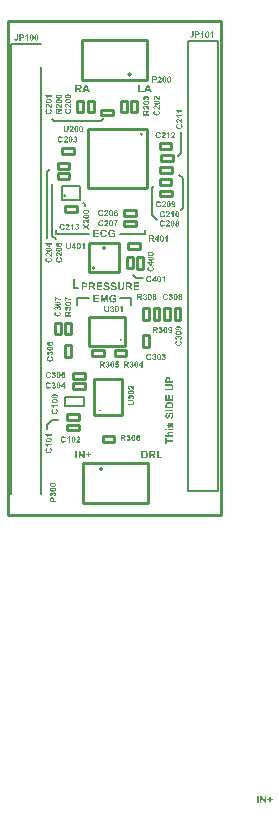
<source format=gto>
G04*
G04 #@! TF.GenerationSoftware,Altium Limited,CircuitStudio,1.5.1 (13)*
G04*
G04 Layer_Color=65535*
%FSLAX25Y25*%
%MOIN*%
G70*
G01*
G75*
%ADD23C,0.01000*%
%ADD35C,0.00500*%
%ADD36C,0.00800*%
%ADD37C,0.00787*%
G36*
X83832Y90286D02*
X83838Y90280D01*
X83849Y90271D01*
X83862Y90259D01*
X83878Y90243D01*
X83899Y90225D01*
X83923Y90205D01*
X83951Y90182D01*
X83983Y90157D01*
X84017Y90131D01*
X84056Y90104D01*
X84099Y90074D01*
X84145Y90043D01*
X84193Y90012D01*
X84245Y89981D01*
X84302Y89948D01*
X84303D01*
X84304Y89947D01*
X84309Y89944D01*
X84315Y89941D01*
X84322Y89937D01*
X84333Y89932D01*
X84343Y89926D01*
X84355Y89920D01*
X84383Y89906D01*
X84417Y89889D01*
X84455Y89872D01*
X84498Y89851D01*
X84544Y89830D01*
X84595Y89809D01*
X84649Y89787D01*
X84706Y89765D01*
X84765Y89744D01*
X84825Y89723D01*
X84889Y89704D01*
X84953Y89687D01*
X84954D01*
X84957Y89685D01*
X84962D01*
X84967Y89682D01*
X84976Y89681D01*
X84987Y89679D01*
X84997Y89676D01*
X85010Y89673D01*
X85040Y89666D01*
X85075Y89658D01*
X85115Y89651D01*
X85158Y89642D01*
X85204Y89635D01*
X85253Y89626D01*
X85305Y89618D01*
X85357Y89613D01*
X85410Y89607D01*
X85463Y89602D01*
X85515Y89601D01*
X85567Y89599D01*
Y89220D01*
X85557D01*
X85548Y89222D01*
X85525D01*
X85511Y89223D01*
X85493Y89225D01*
X85475Y89226D01*
X85454Y89228D01*
X85432Y89229D01*
X85409Y89232D01*
X85383Y89235D01*
X85357Y89238D01*
X85299Y89245D01*
X85237Y89256D01*
X85169Y89266D01*
X85098Y89281D01*
X85022Y89297D01*
X84945Y89318D01*
X84865Y89340D01*
X84784Y89365D01*
X84701Y89395D01*
X84700D01*
X84697Y89397D01*
X84689Y89399D01*
X84682Y89402D01*
X84670Y89407D01*
X84658Y89413D01*
X84643Y89419D01*
X84627Y89425D01*
X84608Y89433D01*
X84587Y89442D01*
X84566Y89451D01*
X84543Y89462D01*
X84492Y89485D01*
X84436Y89512D01*
X84377Y89543D01*
X84313Y89575D01*
X84248Y89613D01*
X84180Y89651D01*
X84112Y89694D01*
X84044Y89738D01*
X83976Y89787D01*
X83909Y89837D01*
Y88945D01*
X83545D01*
Y90287D01*
X83831D01*
X83832Y90286D01*
D02*
G37*
G36*
X106326Y44340D02*
X106347Y44339D01*
X106372Y44336D01*
X106402Y44330D01*
X106433Y44324D01*
X106468Y44315D01*
X106504Y44303D01*
X106542Y44290D01*
X106581Y44272D01*
X106619Y44251D01*
X106658Y44227D01*
X106695Y44199D01*
X106730Y44165D01*
X106763Y44128D01*
X106766Y44125D01*
X106767Y44122D01*
X106772Y44117D01*
X106776Y44109D01*
X106782Y44102D01*
X106788Y44091D01*
X106794Y44080D01*
X106801Y44068D01*
X106810Y44053D01*
X106818Y44037D01*
X106827Y44019D01*
X106835Y43998D01*
X106844Y43977D01*
X106855Y43955D01*
X106864Y43930D01*
X106872Y43903D01*
X106883Y43875D01*
X106892Y43846D01*
X106901Y43815D01*
X106909Y43781D01*
X106917Y43747D01*
X106926Y43709D01*
X106933Y43671D01*
X106939Y43630D01*
X106945Y43588D01*
X106951Y43544D01*
X106955Y43498D01*
X106960Y43450D01*
X106963Y43400D01*
X106964Y43348D01*
Y43295D01*
Y43294D01*
Y43289D01*
Y43280D01*
Y43270D01*
Y43257D01*
X106963Y43240D01*
Y43221D01*
X106961Y43200D01*
X106960Y43177D01*
X106958Y43153D01*
X106957Y43126D01*
X106954Y43098D01*
X106948Y43038D01*
X106939Y42972D01*
X106929Y42904D01*
X106915Y42835D01*
X106899Y42765D01*
X106880Y42697D01*
X106856Y42631D01*
X106830Y42568D01*
X106815Y42539D01*
X106798Y42511D01*
X106781Y42484D01*
X106763Y42459D01*
X106761Y42456D01*
X106755Y42450D01*
X106745Y42440D01*
X106732Y42426D01*
X106716Y42410D01*
X106695Y42392D01*
X106670Y42375D01*
X106642Y42355D01*
X106611Y42335D01*
X106576Y42317D01*
X106538Y42299D01*
X106497Y42283D01*
X106452Y42270D01*
X106403Y42259D01*
X106353Y42253D01*
X106298Y42250D01*
X106285D01*
X106270Y42252D01*
X106249Y42253D01*
X106223Y42258D01*
X106195Y42262D01*
X106161Y42270D01*
X106126Y42278D01*
X106088Y42292D01*
X106050Y42307D01*
X106010Y42324D01*
X105968Y42347D01*
X105928Y42373D01*
X105890Y42404D01*
X105851Y42440D01*
X105816Y42480D01*
X105814Y42483D01*
X105808Y42490D01*
X105804Y42497D01*
X105799Y42505D01*
X105793Y42514D01*
X105788Y42524D01*
X105780Y42537D01*
X105774Y42551D01*
X105765Y42567D01*
X105758Y42583D01*
X105751Y42603D01*
X105742Y42622D01*
X105733Y42644D01*
X105725Y42668D01*
X105717Y42693D01*
X105708Y42721D01*
X105699Y42749D01*
X105691Y42780D01*
X105684Y42813D01*
X105677Y42847D01*
X105669Y42884D01*
X105662Y42922D01*
X105656Y42962D01*
X105650Y43004D01*
X105646Y43048D01*
X105641Y43094D01*
X105638Y43141D01*
X105635Y43191D01*
X105634Y43243D01*
Y43298D01*
Y43300D01*
Y43304D01*
Y43313D01*
Y43323D01*
X105635Y43337D01*
Y43353D01*
Y43372D01*
X105637Y43393D01*
X105638Y43415D01*
X105640Y43440D01*
X105643Y43467D01*
X105644Y43495D01*
X105650Y43554D01*
X105659Y43619D01*
X105669Y43687D01*
X105683Y43755D01*
X105699Y43825D01*
X105718Y43894D01*
X105740Y43960D01*
X105767Y44022D01*
X105783Y44051D01*
X105798Y44080D01*
X105816Y44106D01*
X105833Y44131D01*
X105835Y44134D01*
X105841Y44140D01*
X105851Y44151D01*
X105865Y44164D01*
X105881Y44180D01*
X105902Y44198D01*
X105927Y44217D01*
X105955Y44236D01*
X105986Y44256D01*
X106020Y44275D01*
X106058Y44293D01*
X106100Y44309D01*
X106144Y44322D01*
X106193Y44333D01*
X106243Y44339D01*
X106298Y44341D01*
X106312D01*
X106326Y44340D01*
D02*
G37*
G36*
X102989Y44333D02*
X103017D01*
X103048Y44331D01*
X103082Y44330D01*
X103119Y44327D01*
X103158Y44324D01*
X103196Y44321D01*
X103276Y44310D01*
X103313Y44304D01*
X103349Y44297D01*
X103383Y44288D01*
X103412Y44278D01*
X103414D01*
X103418Y44275D01*
X103427Y44272D01*
X103437Y44267D01*
X103449Y44262D01*
X103464Y44253D01*
X103480Y44244D01*
X103498Y44234D01*
X103517Y44220D01*
X103536Y44205D01*
X103556Y44189D01*
X103577Y44171D01*
X103596Y44152D01*
X103615Y44130D01*
X103633Y44106D01*
X103650Y44081D01*
X103652Y44080D01*
X103655Y44075D01*
X103659Y44066D01*
X103665Y44056D01*
X103671Y44043D01*
X103679Y44028D01*
X103688Y44008D01*
X103696Y43988D01*
X103704Y43966D01*
X103713Y43940D01*
X103720Y43914D01*
X103727Y43886D01*
X103732Y43856D01*
X103736Y43825D01*
X103739Y43794D01*
X103741Y43760D01*
Y43757D01*
Y43749D01*
X103739Y43738D01*
Y43721D01*
X103736Y43702D01*
X103733Y43679D01*
X103729Y43653D01*
X103725Y43625D01*
X103717Y43596D01*
X103708Y43565D01*
X103696Y43533D01*
X103683Y43501D01*
X103668Y43470D01*
X103649Y43437D01*
X103628Y43408D01*
X103605Y43378D01*
X103603Y43376D01*
X103599Y43372D01*
X103590Y43365D01*
X103579Y43354D01*
X103565Y43343D01*
X103548Y43329D01*
X103528Y43314D01*
X103504Y43298D01*
X103476Y43282D01*
X103446Y43267D01*
X103414Y43251D01*
X103377Y43236D01*
X103337Y43221D01*
X103294Y43209D01*
X103248Y43199D01*
X103199Y43190D01*
X103201Y43189D01*
X103205Y43187D01*
X103212Y43183D01*
X103221Y43177D01*
X103233Y43169D01*
X103246Y43161D01*
X103261Y43150D01*
X103278Y43140D01*
X103313Y43113D01*
X103350Y43084D01*
X103387Y43051D01*
X103421Y43017D01*
X103423Y43015D01*
X103426Y43012D01*
X103430Y43007D01*
X103437Y42999D01*
X103446Y42989D01*
X103457Y42976D01*
X103468Y42959D01*
X103483Y42940D01*
X103499Y42919D01*
X103517Y42895D01*
X103536Y42867D01*
X103557Y42838D01*
X103579Y42804D01*
X103603Y42768D01*
X103630Y42728D01*
X103656Y42685D01*
X103907Y42286D01*
X103411D01*
X103113Y42731D01*
X103112Y42734D01*
X103106Y42742D01*
X103098Y42753D01*
X103088Y42770D01*
X103075Y42789D01*
X103060Y42810D01*
X103044Y42833D01*
X103026Y42858D01*
X102989Y42909D01*
X102971Y42934D01*
X102953Y42959D01*
X102937Y42981D01*
X102921Y43001D01*
X102906Y43018D01*
X102894Y43032D01*
X102891Y43035D01*
X102884Y43042D01*
X102872Y43052D01*
X102857Y43066D01*
X102838Y43080D01*
X102817Y43094D01*
X102795Y43107D01*
X102770Y43117D01*
X102767Y43119D01*
X102762Y43121D01*
X102758Y43122D01*
X102751Y43123D01*
X102742Y43125D01*
X102731Y43128D01*
X102720Y43129D01*
X102706Y43132D01*
X102691Y43134D01*
X102674Y43135D01*
X102654Y43138D01*
X102635Y43140D01*
X102613D01*
X102588Y43141D01*
X102480D01*
Y42286D01*
X102067D01*
Y44334D01*
X102967D01*
X102989Y44333D01*
D02*
G37*
G36*
X84612Y88682D02*
X84632D01*
X84652Y88680D01*
X84676Y88679D01*
X84700Y88677D01*
X84726Y88676D01*
X84754Y88673D01*
X84815Y88667D01*
X84880Y88658D01*
X84948Y88648D01*
X85018Y88634D01*
X85087Y88618D01*
X85155Y88599D01*
X85222Y88575D01*
X85284Y88548D01*
X85314Y88534D01*
X85342Y88517D01*
X85369Y88500D01*
X85394Y88482D01*
X85397Y88480D01*
X85403Y88474D01*
X85413Y88464D01*
X85426Y88451D01*
X85443Y88434D01*
X85460Y88414D01*
X85478Y88389D01*
X85497Y88361D01*
X85518Y88329D01*
X85536Y88295D01*
X85554Y88257D01*
X85570Y88215D01*
X85583Y88171D01*
X85593Y88122D01*
X85599Y88072D01*
X85602Y88017D01*
Y88016D01*
Y88014D01*
Y88010D01*
Y88004D01*
X85601Y87989D01*
X85599Y87968D01*
X85595Y87942D01*
X85591Y87914D01*
X85583Y87880D01*
X85574Y87845D01*
X85561Y87807D01*
X85546Y87769D01*
X85528Y87729D01*
X85506Y87687D01*
X85480Y87647D01*
X85448Y87609D01*
X85413Y87570D01*
X85373Y87535D01*
X85370Y87533D01*
X85363Y87527D01*
X85355Y87523D01*
X85348Y87518D01*
X85339Y87512D01*
X85329Y87507D01*
X85315Y87499D01*
X85302Y87493D01*
X85286Y87484D01*
X85269Y87477D01*
X85250Y87470D01*
X85231Y87461D01*
X85209Y87452D01*
X85185Y87444D01*
X85160Y87436D01*
X85132Y87427D01*
X85104Y87418D01*
X85073Y87410D01*
X85040Y87403D01*
X85006Y87396D01*
X84969Y87388D01*
X84930Y87381D01*
X84891Y87375D01*
X84849Y87369D01*
X84805Y87364D01*
X84759Y87360D01*
X84711Y87357D01*
X84661Y87354D01*
X84609Y87353D01*
X84529D01*
X84516Y87354D01*
X84481D01*
X84460Y87356D01*
X84438Y87357D01*
X84412Y87358D01*
X84386Y87362D01*
X84358Y87363D01*
X84298Y87369D01*
X84233Y87378D01*
X84165Y87388D01*
X84097Y87401D01*
X84028Y87418D01*
X83958Y87437D01*
X83893Y87459D01*
X83831Y87486D01*
X83801Y87502D01*
X83773Y87517D01*
X83746Y87535D01*
X83721Y87552D01*
X83718Y87554D01*
X83712Y87560D01*
X83702Y87570D01*
X83689Y87584D01*
X83672Y87600D01*
X83655Y87621D01*
X83635Y87646D01*
X83616Y87674D01*
X83597Y87705D01*
X83578Y87739D01*
X83560Y87777D01*
X83544Y87819D01*
X83530Y87863D01*
X83520Y87912D01*
X83514Y87962D01*
X83511Y88017D01*
Y88019D01*
Y88020D01*
Y88024D01*
Y88030D01*
X83513Y88045D01*
X83514Y88066D01*
X83517Y88091D01*
X83523Y88121D01*
X83529Y88152D01*
X83538Y88187D01*
X83550Y88223D01*
X83563Y88261D01*
X83581Y88300D01*
X83601Y88338D01*
X83625Y88377D01*
X83653Y88414D01*
X83687Y88449D01*
X83724Y88482D01*
X83727Y88485D01*
X83730Y88486D01*
X83736Y88491D01*
X83744Y88495D01*
X83751Y88501D01*
X83761Y88507D01*
X83773Y88513D01*
X83785Y88520D01*
X83800Y88529D01*
X83816Y88537D01*
X83834Y88546D01*
X83855Y88554D01*
X83875Y88563D01*
X83897Y88574D01*
X83923Y88582D01*
X83949Y88591D01*
X83977Y88602D01*
X84007Y88611D01*
X84038Y88620D01*
X84072Y88628D01*
X84106Y88636D01*
X84143Y88645D01*
X84182Y88652D01*
X84223Y88658D01*
X84264Y88664D01*
X84309Y88670D01*
X84355Y88674D01*
X84402Y88679D01*
X84452Y88682D01*
X84504Y88683D01*
X84596D01*
X84612Y88682D01*
D02*
G37*
G36*
X110221Y91340D02*
X110240Y91338D01*
X110265Y91336D01*
X110293Y91331D01*
X110324Y91327D01*
X110358Y91318D01*
X110395Y91309D01*
X110432Y91297D01*
X110471Y91281D01*
X110509Y91263D01*
X110548Y91242D01*
X110586Y91217D01*
X110622Y91189D01*
X110656Y91157D01*
X110657Y91155D01*
X110662Y91149D01*
X110669Y91142D01*
X110678Y91130D01*
X110690Y91115D01*
X110702Y91099D01*
X110715Y91079D01*
X110728Y91057D01*
X110741Y91034D01*
X110755Y91007D01*
X110767Y90979D01*
X110778Y90949D01*
X110787Y90918D01*
X110795Y90886D01*
X110799Y90852D01*
X110801Y90816D01*
Y90813D01*
Y90804D01*
X110799Y90791D01*
X110796Y90772D01*
X110792Y90748D01*
X110784Y90723D01*
X110775Y90693D01*
X110764Y90661D01*
X110747Y90628D01*
X110728Y90593D01*
X110705Y90557D01*
X110676Y90520D01*
X110642Y90485D01*
X110623Y90467D01*
X110602Y90451D01*
X110580Y90433D01*
X110556Y90417D01*
X110531Y90400D01*
X110505Y90385D01*
X110506D01*
X110512Y90384D01*
X110521Y90381D01*
X110534Y90378D01*
X110549Y90374D01*
X110565Y90366D01*
X110585Y90359D01*
X110605Y90350D01*
X110627Y90339D01*
X110651Y90328D01*
X110675Y90314D01*
X110697Y90298D01*
X110721Y90282D01*
X110743Y90261D01*
X110765Y90240D01*
X110786Y90217D01*
X110787Y90215D01*
X110790Y90211D01*
X110796Y90203D01*
X110802Y90193D01*
X110810Y90181D01*
X110818Y90165D01*
X110829Y90147D01*
X110839Y90128D01*
X110848Y90106D01*
X110858Y90082D01*
X110867Y90055D01*
X110875Y90027D01*
X110881Y89998D01*
X110887Y89967D01*
X110889Y89934D01*
X110891Y89900D01*
Y89897D01*
Y89888D01*
X110889Y89873D01*
X110888Y89854D01*
X110885Y89832D01*
X110881Y89804D01*
X110875Y89774D01*
X110866Y89742D01*
X110855Y89706D01*
X110842Y89669D01*
X110826Y89631D01*
X110808Y89592D01*
X110784Y89552D01*
X110758Y89514D01*
X110728Y89477D01*
X110693Y89440D01*
X110690Y89438D01*
X110684Y89432D01*
X110672Y89422D01*
X110657Y89410D01*
X110638Y89395D01*
X110616Y89381D01*
X110588Y89363D01*
X110558Y89345D01*
X110524Y89327D01*
X110487Y89311D01*
X110447Y89295D01*
X110403Y89280D01*
X110357Y89268D01*
X110308Y89259D01*
X110256Y89252D01*
X110203Y89250D01*
X110191D01*
X110176Y89252D01*
X110157Y89253D01*
X110133Y89255D01*
X110105Y89259D01*
X110075Y89264D01*
X110041Y89271D01*
X110006Y89278D01*
X109969Y89289D01*
X109930Y89302D01*
X109892Y89318D01*
X109853Y89336D01*
X109815Y89357D01*
X109778Y89382D01*
X109742Y89410D01*
X109741Y89412D01*
X109735Y89417D01*
X109725Y89426D01*
X109713Y89440D01*
X109700Y89455D01*
X109683Y89474D01*
X109666Y89497D01*
X109648Y89523D01*
X109628Y89551D01*
X109611Y89582D01*
X109593Y89617D01*
X109575Y89654D01*
X109560Y89693D01*
X109549Y89736D01*
X109538Y89780D01*
X109531Y89828D01*
X109911Y89875D01*
Y89873D01*
X109913Y89869D01*
Y89862D01*
X109916Y89851D01*
X109917Y89838D01*
X109922Y89824D01*
X109924Y89808D01*
X109930Y89792D01*
X109942Y89756D01*
X109960Y89719D01*
X109981Y89682D01*
X109994Y89666D01*
X110007Y89651D01*
X110009Y89650D01*
X110012Y89648D01*
X110016Y89644D01*
X110022Y89640D01*
X110030Y89634D01*
X110038Y89628D01*
X110062Y89614D01*
X110090Y89600D01*
X110123Y89588D01*
X110160Y89579D01*
X110179Y89577D01*
X110200Y89576D01*
X110212D01*
X110221Y89577D01*
X110231Y89579D01*
X110243Y89580D01*
X110271Y89588D01*
X110303Y89598D01*
X110320Y89605D01*
X110337Y89614D01*
X110355Y89625D01*
X110371Y89638D01*
X110388Y89651D01*
X110404Y89668D01*
X110406Y89669D01*
X110407Y89672D01*
X110411Y89676D01*
X110417Y89684D01*
X110423Y89694D01*
X110431Y89705D01*
X110438Y89718D01*
X110447Y89733D01*
X110454Y89750D01*
X110462Y89768D01*
X110469Y89789D01*
X110475Y89811D01*
X110481Y89835D01*
X110485Y89860D01*
X110487Y89888D01*
X110488Y89916D01*
Y89918D01*
Y89922D01*
Y89931D01*
X110487Y89941D01*
X110485Y89953D01*
X110484Y89968D01*
X110483Y89984D01*
X110478Y90001D01*
X110469Y90039D01*
X110454Y90078D01*
X110445Y90097D01*
X110435Y90116D01*
X110423Y90135D01*
X110408Y90152D01*
X110407Y90153D01*
X110406Y90156D01*
X110401Y90159D01*
X110394Y90165D01*
X110386Y90172D01*
X110377Y90180D01*
X110354Y90196D01*
X110326Y90211D01*
X110293Y90226D01*
X110275Y90232D01*
X110256Y90235D01*
X110235Y90237D01*
X110215Y90239D01*
X110201D01*
X110194Y90237D01*
X110185D01*
X110164Y90236D01*
X110138Y90232D01*
X110107Y90227D01*
X110073Y90220D01*
X110036Y90209D01*
X110078Y90529D01*
X110105D01*
X110118Y90531D01*
X110133Y90532D01*
X110151Y90533D01*
X110169Y90536D01*
X110209Y90544D01*
X110249Y90556D01*
X110269Y90565D01*
X110289Y90573D01*
X110306Y90584D01*
X110323Y90597D01*
X110324Y90598D01*
X110326Y90600D01*
X110330Y90605D01*
X110336Y90610D01*
X110342Y90618D01*
X110349Y90627D01*
X110357Y90637D01*
X110366Y90649D01*
X110380Y90677D01*
X110394Y90711D01*
X110400Y90729D01*
X110404Y90750D01*
X110406Y90770D01*
X110407Y90792D01*
Y90794D01*
Y90797D01*
Y90803D01*
X110406Y90810D01*
Y90819D01*
X110404Y90828D01*
X110400Y90852D01*
X110392Y90878D01*
X110380Y90905D01*
X110366Y90931D01*
X110345Y90957D01*
X110342Y90960D01*
X110333Y90967D01*
X110320Y90976D01*
X110300Y90988D01*
X110277Y91000D01*
X110249Y91009D01*
X110218Y91016D01*
X110181Y91019D01*
X110170D01*
X110164Y91017D01*
X110155D01*
X110145Y91016D01*
X110121Y91010D01*
X110095Y91001D01*
X110065Y90989D01*
X110036Y90971D01*
X110021Y90960D01*
X110007Y90948D01*
X110006Y90946D01*
X110004Y90945D01*
X110002Y90940D01*
X109996Y90934D01*
X109991Y90927D01*
X109984Y90918D01*
X109978Y90908D01*
X109970Y90896D01*
X109963Y90883D01*
X109956Y90868D01*
X109948Y90852D01*
X109941Y90832D01*
X109935Y90813D01*
X109929Y90792D01*
X109924Y90769D01*
X109922Y90745D01*
X109560Y90806D01*
Y90807D01*
X109562Y90815D01*
X109565Y90824D01*
X109568Y90837D01*
X109571Y90853D01*
X109577Y90871D01*
X109581Y90892D01*
X109589Y90912D01*
X109605Y90960D01*
X109624Y91010D01*
X109646Y91059D01*
X109660Y91081D01*
X109673Y91103D01*
X109674Y91105D01*
X109676Y91108D01*
X109680Y91114D01*
X109688Y91121D01*
X109695Y91131D01*
X109704Y91142D01*
X109716Y91154D01*
X109729Y91167D01*
X109742Y91180D01*
X109759Y91195D01*
X109776Y91210D01*
X109796Y91223D01*
X109817Y91238D01*
X109837Y91253D01*
X109886Y91278D01*
X109888Y91279D01*
X109892Y91281D01*
X109899Y91284D01*
X109910Y91288D01*
X109923Y91293D01*
X109938Y91299D01*
X109956Y91304D01*
X109975Y91310D01*
X109997Y91316D01*
X110021Y91321D01*
X110046Y91327D01*
X110073Y91331D01*
X110130Y91338D01*
X110161Y91342D01*
X110206D01*
X110221Y91340D01*
D02*
G37*
G36*
X85567Y85130D02*
X85121Y84832D01*
X85118Y84831D01*
X85111Y84825D01*
X85099Y84817D01*
X85083Y84807D01*
X85064Y84794D01*
X85043Y84779D01*
X85019Y84763D01*
X84994Y84745D01*
X84944Y84708D01*
X84919Y84690D01*
X84894Y84672D01*
X84871Y84656D01*
X84852Y84640D01*
X84834Y84625D01*
X84821Y84613D01*
X84818Y84610D01*
X84811Y84603D01*
X84800Y84591D01*
X84787Y84576D01*
X84772Y84557D01*
X84759Y84536D01*
X84746Y84514D01*
X84735Y84489D01*
X84734Y84486D01*
X84732Y84481D01*
X84731Y84477D01*
X84729Y84469D01*
X84728Y84461D01*
X84725Y84450D01*
X84723Y84439D01*
X84720Y84425D01*
X84719Y84410D01*
X84717Y84393D01*
X84714Y84373D01*
X84713Y84354D01*
Y84332D01*
X84711Y84307D01*
Y84282D01*
Y84199D01*
X85567D01*
Y83786D01*
X83519D01*
Y84654D01*
Y84656D01*
Y84659D01*
Y84663D01*
Y84669D01*
Y84677D01*
Y84686D01*
X83520Y84708D01*
Y84736D01*
X83521Y84767D01*
X83523Y84801D01*
X83526Y84838D01*
X83529Y84877D01*
X83532Y84915D01*
X83542Y84995D01*
X83548Y85032D01*
X83556Y85067D01*
X83564Y85101D01*
X83575Y85131D01*
Y85133D01*
X83578Y85137D01*
X83581Y85146D01*
X83585Y85156D01*
X83591Y85168D01*
X83600Y85183D01*
X83609Y85199D01*
X83619Y85217D01*
X83632Y85236D01*
X83647Y85255D01*
X83664Y85275D01*
X83681Y85295D01*
X83701Y85315D01*
X83723Y85334D01*
X83746Y85352D01*
X83772Y85369D01*
X83773Y85371D01*
X83778Y85374D01*
X83786Y85378D01*
X83797Y85384D01*
X83810Y85390D01*
X83825Y85397D01*
X83844Y85406D01*
X83865Y85415D01*
X83887Y85423D01*
X83912Y85431D01*
X83939Y85439D01*
X83967Y85446D01*
X83997Y85451D01*
X84028Y85455D01*
X84059Y85458D01*
X84093Y85460D01*
X84103D01*
X84115Y85458D01*
X84131D01*
X84150Y85455D01*
X84174Y85452D01*
X84199Y85448D01*
X84228Y85443D01*
X84257Y85436D01*
X84288Y85427D01*
X84319Y85415D01*
X84352Y85402D01*
X84383Y85387D01*
X84415Y85368D01*
X84445Y85347D01*
X84475Y85324D01*
X84476Y85322D01*
X84481Y85318D01*
X84488Y85309D01*
X84498Y85298D01*
X84510Y85283D01*
X84523Y85267D01*
X84538Y85246D01*
X84555Y85223D01*
X84571Y85195D01*
X84586Y85165D01*
X84602Y85133D01*
X84617Y85096D01*
X84632Y85056D01*
X84643Y85013D01*
X84654Y84967D01*
X84663Y84918D01*
X84664Y84920D01*
X84666Y84924D01*
X84670Y84931D01*
X84676Y84940D01*
X84683Y84952D01*
X84692Y84965D01*
X84703Y84980D01*
X84713Y84996D01*
X84740Y85032D01*
X84769Y85069D01*
X84802Y85106D01*
X84836Y85140D01*
X84837Y85141D01*
X84840Y85144D01*
X84846Y85149D01*
X84854Y85156D01*
X84864Y85165D01*
X84877Y85176D01*
X84894Y85187D01*
X84913Y85202D01*
X84933Y85218D01*
X84957Y85236D01*
X84985Y85255D01*
X85015Y85276D01*
X85049Y85298D01*
X85084Y85322D01*
X85124Y85349D01*
X85167Y85375D01*
X85567Y85625D01*
Y85130D01*
D02*
G37*
G36*
X84979Y87108D02*
X84999Y87107D01*
X85021Y87104D01*
X85049Y87099D01*
X85079Y87094D01*
X85111Y87085D01*
X85147Y87074D01*
X85184Y87061D01*
X85222Y87045D01*
X85260Y87027D01*
X85300Y87003D01*
X85339Y86977D01*
X85376Y86947D01*
X85413Y86911D01*
X85414Y86909D01*
X85420Y86903D01*
X85431Y86891D01*
X85443Y86876D01*
X85457Y86857D01*
X85472Y86835D01*
X85490Y86806D01*
X85508Y86777D01*
X85525Y86743D01*
X85542Y86706D01*
X85558Y86666D01*
X85573Y86621D01*
X85585Y86576D01*
X85593Y86527D01*
X85601Y86475D01*
X85602Y86422D01*
Y86420D01*
Y86419D01*
Y86414D01*
Y86410D01*
X85601Y86395D01*
X85599Y86376D01*
X85598Y86352D01*
X85593Y86324D01*
X85589Y86294D01*
X85582Y86260D01*
X85574Y86225D01*
X85564Y86188D01*
X85551Y86149D01*
X85534Y86111D01*
X85517Y86072D01*
X85496Y86034D01*
X85471Y85997D01*
X85443Y85961D01*
X85441Y85960D01*
X85435Y85954D01*
X85426Y85944D01*
X85413Y85932D01*
X85398Y85918D01*
X85379Y85902D01*
X85355Y85884D01*
X85330Y85867D01*
X85302Y85847D01*
X85271Y85830D01*
X85235Y85812D01*
X85198Y85794D01*
X85160Y85779D01*
X85117Y85768D01*
X85073Y85757D01*
X85025Y85750D01*
X84978Y86130D01*
X84979D01*
X84984Y86132D01*
X84991D01*
X85001Y86134D01*
X85015Y86136D01*
X85028Y86141D01*
X85044Y86143D01*
X85061Y86149D01*
X85096Y86161D01*
X85133Y86179D01*
X85170Y86200D01*
X85186Y86213D01*
X85201Y86226D01*
X85203Y86228D01*
X85204Y86231D01*
X85209Y86235D01*
X85213Y86241D01*
X85219Y86248D01*
X85225Y86257D01*
X85238Y86281D01*
X85253Y86309D01*
X85265Y86342D01*
X85274Y86379D01*
X85275Y86398D01*
X85277Y86419D01*
Y86420D01*
Y86425D01*
Y86431D01*
X85275Y86439D01*
X85274Y86450D01*
X85272Y86462D01*
X85265Y86490D01*
X85255Y86522D01*
X85247Y86539D01*
X85238Y86556D01*
X85228Y86574D01*
X85215Y86590D01*
X85201Y86607D01*
X85185Y86623D01*
X85184Y86624D01*
X85181Y86626D01*
X85176Y86630D01*
X85169Y86636D01*
X85158Y86642D01*
X85148Y86650D01*
X85135Y86657D01*
X85120Y86666D01*
X85102Y86673D01*
X85084Y86681D01*
X85064Y86688D01*
X85041Y86694D01*
X85018Y86700D01*
X84993Y86704D01*
X84965Y86706D01*
X84936Y86707D01*
X84922D01*
X84911Y86706D01*
X84899Y86704D01*
X84885Y86703D01*
X84868Y86701D01*
X84852Y86697D01*
X84814Y86688D01*
X84775Y86673D01*
X84756Y86664D01*
X84737Y86654D01*
X84717Y86642D01*
X84701Y86627D01*
X84700Y86626D01*
X84697Y86624D01*
X84694Y86620D01*
X84688Y86613D01*
X84680Y86605D01*
X84673Y86596D01*
X84657Y86573D01*
X84642Y86545D01*
X84627Y86512D01*
X84621Y86494D01*
X84618Y86475D01*
X84615Y86454D01*
X84614Y86434D01*
Y86432D01*
Y86431D01*
Y86426D01*
Y86420D01*
X84615Y86413D01*
Y86404D01*
X84617Y86383D01*
X84621Y86357D01*
X84626Y86326D01*
X84633Y86291D01*
X84643Y86254D01*
X84324Y86297D01*
Y86299D01*
Y86305D01*
Y86312D01*
Y86324D01*
X84322Y86337D01*
X84321Y86352D01*
X84319Y86370D01*
X84316Y86388D01*
X84309Y86428D01*
X84297Y86467D01*
X84288Y86488D01*
X84279Y86507D01*
X84269Y86525D01*
X84256Y86541D01*
X84254Y86543D01*
X84253Y86545D01*
X84248Y86549D01*
X84242Y86555D01*
X84235Y86561D01*
X84226Y86568D01*
X84216Y86576D01*
X84204Y86585D01*
X84176Y86599D01*
X84142Y86613D01*
X84124Y86619D01*
X84103Y86623D01*
X84082Y86624D01*
X84060Y86626D01*
X84050D01*
X84043Y86624D01*
X84034D01*
X84025Y86623D01*
X84001Y86619D01*
X83974Y86611D01*
X83948Y86599D01*
X83921Y86585D01*
X83896Y86564D01*
X83893Y86561D01*
X83886Y86552D01*
X83877Y86539D01*
X83865Y86519D01*
X83853Y86496D01*
X83844Y86467D01*
X83837Y86436D01*
X83834Y86400D01*
Y86398D01*
Y86395D01*
Y86389D01*
X83835Y86383D01*
Y86374D01*
X83837Y86364D01*
X83843Y86340D01*
X83852Y86314D01*
X83863Y86284D01*
X83881Y86254D01*
X83893Y86240D01*
X83905Y86226D01*
X83906Y86225D01*
X83908Y86223D01*
X83912Y86220D01*
X83918Y86215D01*
X83926Y86210D01*
X83934Y86203D01*
X83945Y86197D01*
X83957Y86189D01*
X83970Y86182D01*
X83985Y86174D01*
X84001Y86167D01*
X84020Y86160D01*
X84039Y86154D01*
X84060Y86148D01*
X84084Y86143D01*
X84108Y86141D01*
X84047Y85779D01*
X84045D01*
X84038Y85781D01*
X84029Y85784D01*
X84016Y85787D01*
X84000Y85790D01*
X83982Y85796D01*
X83961Y85800D01*
X83940Y85808D01*
X83893Y85824D01*
X83843Y85843D01*
X83794Y85865D01*
X83772Y85878D01*
X83749Y85892D01*
X83748Y85893D01*
X83745Y85895D01*
X83739Y85899D01*
X83732Y85907D01*
X83721Y85914D01*
X83711Y85923D01*
X83699Y85935D01*
X83686Y85948D01*
X83672Y85961D01*
X83658Y85978D01*
X83643Y85995D01*
X83630Y86015D01*
X83615Y86035D01*
X83600Y86056D01*
X83575Y86105D01*
X83573Y86106D01*
X83572Y86111D01*
X83569Y86118D01*
X83564Y86129D01*
X83560Y86142D01*
X83554Y86157D01*
X83548Y86174D01*
X83542Y86194D01*
X83536Y86216D01*
X83532Y86240D01*
X83526Y86265D01*
X83521Y86291D01*
X83514Y86349D01*
X83511Y86380D01*
Y86411D01*
Y86413D01*
Y86414D01*
Y86419D01*
Y86425D01*
X83513Y86439D01*
X83514Y86459D01*
X83517Y86484D01*
X83521Y86512D01*
X83526Y86543D01*
X83535Y86577D01*
X83544Y86614D01*
X83556Y86651D01*
X83572Y86690D01*
X83590Y86728D01*
X83610Y86766D01*
X83635Y86805D01*
X83664Y86840D01*
X83696Y86875D01*
X83698Y86876D01*
X83704Y86880D01*
X83711Y86888D01*
X83723Y86897D01*
X83738Y86909D01*
X83754Y86920D01*
X83773Y86934D01*
X83795Y86947D01*
X83819Y86960D01*
X83846Y86974D01*
X83874Y86985D01*
X83903Y86997D01*
X83934Y87006D01*
X83967Y87014D01*
X84001Y87018D01*
X84037Y87020D01*
X84048D01*
X84062Y87018D01*
X84081Y87015D01*
X84105Y87011D01*
X84130Y87003D01*
X84159Y86994D01*
X84192Y86983D01*
X84224Y86966D01*
X84260Y86947D01*
X84296Y86923D01*
X84333Y86895D01*
X84368Y86861D01*
X84386Y86842D01*
X84402Y86821D01*
X84420Y86799D01*
X84436Y86775D01*
X84452Y86750D01*
X84467Y86724D01*
Y86725D01*
X84469Y86731D01*
X84472Y86740D01*
X84475Y86753D01*
X84479Y86768D01*
X84487Y86784D01*
X84494Y86804D01*
X84503Y86824D01*
X84513Y86846D01*
X84525Y86870D01*
X84538Y86894D01*
X84555Y86916D01*
X84571Y86940D01*
X84592Y86962D01*
X84612Y86984D01*
X84636Y87005D01*
X84637Y87006D01*
X84642Y87009D01*
X84649Y87015D01*
X84660Y87021D01*
X84671Y87028D01*
X84688Y87037D01*
X84706Y87048D01*
X84725Y87058D01*
X84747Y87067D01*
X84771Y87077D01*
X84797Y87086D01*
X84825Y87094D01*
X84855Y87099D01*
X84886Y87105D01*
X84919Y87108D01*
X84953Y87110D01*
X84965D01*
X84979Y87108D01*
D02*
G37*
G36*
X104720Y44340D02*
X104740Y44339D01*
X104765Y44336D01*
X104793Y44331D01*
X104824Y44327D01*
X104858Y44318D01*
X104895Y44309D01*
X104932Y44297D01*
X104971Y44281D01*
X105009Y44263D01*
X105048Y44242D01*
X105086Y44217D01*
X105122Y44189D01*
X105156Y44157D01*
X105157Y44155D01*
X105162Y44149D01*
X105169Y44142D01*
X105178Y44130D01*
X105190Y44115D01*
X105201Y44099D01*
X105215Y44080D01*
X105228Y44057D01*
X105242Y44034D01*
X105255Y44007D01*
X105267Y43979D01*
X105279Y43949D01*
X105287Y43918D01*
X105295Y43886D01*
X105299Y43852D01*
X105301Y43816D01*
Y43813D01*
Y43804D01*
X105299Y43791D01*
X105296Y43772D01*
X105292Y43748D01*
X105284Y43723D01*
X105275Y43693D01*
X105264Y43661D01*
X105247Y43628D01*
X105228Y43593D01*
X105204Y43557D01*
X105176Y43520D01*
X105142Y43485D01*
X105123Y43467D01*
X105102Y43450D01*
X105080Y43433D01*
X105057Y43417D01*
X105031Y43400D01*
X105005Y43385D01*
X105006D01*
X105012Y43384D01*
X105021Y43381D01*
X105034Y43378D01*
X105049Y43374D01*
X105065Y43366D01*
X105085Y43359D01*
X105105Y43350D01*
X105128Y43339D01*
X105151Y43328D01*
X105175Y43314D01*
X105197Y43298D01*
X105221Y43282D01*
X105243Y43261D01*
X105265Y43240D01*
X105286Y43217D01*
X105287Y43215D01*
X105290Y43211D01*
X105296Y43203D01*
X105302Y43193D01*
X105310Y43181D01*
X105318Y43165D01*
X105329Y43147D01*
X105339Y43128D01*
X105348Y43106D01*
X105358Y43082D01*
X105367Y43055D01*
X105375Y43027D01*
X105381Y42998D01*
X105386Y42967D01*
X105389Y42934D01*
X105391Y42900D01*
Y42897D01*
Y42888D01*
X105389Y42873D01*
X105388Y42854D01*
X105385Y42832D01*
X105381Y42804D01*
X105375Y42774D01*
X105366Y42742D01*
X105355Y42706D01*
X105342Y42669D01*
X105326Y42631D01*
X105308Y42592D01*
X105284Y42552D01*
X105258Y42514D01*
X105228Y42477D01*
X105193Y42440D01*
X105190Y42438D01*
X105184Y42432D01*
X105172Y42422D01*
X105157Y42410D01*
X105138Y42395D01*
X105116Y42380D01*
X105088Y42363D01*
X105058Y42345D01*
X105024Y42327D01*
X104987Y42311D01*
X104947Y42295D01*
X104903Y42280D01*
X104857Y42268D01*
X104808Y42259D01*
X104756Y42252D01*
X104703Y42250D01*
X104691D01*
X104676Y42252D01*
X104657Y42253D01*
X104633Y42255D01*
X104605Y42259D01*
X104576Y42264D01*
X104541Y42271D01*
X104506Y42278D01*
X104469Y42289D01*
X104430Y42302D01*
X104392Y42318D01*
X104353Y42336D01*
X104315Y42357D01*
X104278Y42382D01*
X104243Y42410D01*
X104241Y42412D01*
X104235Y42417D01*
X104225Y42426D01*
X104213Y42440D01*
X104200Y42454D01*
X104183Y42474D01*
X104165Y42497D01*
X104148Y42523D01*
X104129Y42551D01*
X104111Y42582D01*
X104093Y42617D01*
X104075Y42654D01*
X104060Y42693D01*
X104049Y42736D01*
X104038Y42780D01*
X104031Y42827D01*
X104411Y42875D01*
Y42873D01*
X104413Y42869D01*
Y42862D01*
X104416Y42851D01*
X104417Y42838D01*
X104422Y42825D01*
X104425Y42808D01*
X104430Y42792D01*
X104442Y42756D01*
X104460Y42719D01*
X104481Y42682D01*
X104494Y42666D01*
X104507Y42651D01*
X104509Y42650D01*
X104512Y42648D01*
X104516Y42644D01*
X104522Y42639D01*
X104530Y42634D01*
X104539Y42628D01*
X104562Y42614D01*
X104590Y42599D01*
X104623Y42588D01*
X104660Y42579D01*
X104679Y42577D01*
X104700Y42576D01*
X104712D01*
X104720Y42577D01*
X104731Y42579D01*
X104743Y42580D01*
X104771Y42588D01*
X104803Y42598D01*
X104820Y42606D01*
X104837Y42614D01*
X104855Y42625D01*
X104871Y42638D01*
X104888Y42651D01*
X104904Y42668D01*
X104905Y42669D01*
X104907Y42672D01*
X104911Y42676D01*
X104917Y42684D01*
X104923Y42694D01*
X104931Y42705D01*
X104938Y42718D01*
X104947Y42733D01*
X104954Y42750D01*
X104962Y42768D01*
X104969Y42789D01*
X104975Y42811D01*
X104981Y42835D01*
X104985Y42860D01*
X104987Y42888D01*
X104988Y42916D01*
Y42918D01*
Y42922D01*
Y42931D01*
X104987Y42941D01*
X104985Y42953D01*
X104984Y42968D01*
X104982Y42984D01*
X104978Y43001D01*
X104969Y43039D01*
X104954Y43078D01*
X104946Y43097D01*
X104935Y43116D01*
X104923Y43135D01*
X104909Y43152D01*
X104907Y43153D01*
X104905Y43156D01*
X104901Y43159D01*
X104894Y43165D01*
X104886Y43172D01*
X104877Y43180D01*
X104854Y43196D01*
X104826Y43211D01*
X104793Y43226D01*
X104775Y43231D01*
X104756Y43235D01*
X104735Y43237D01*
X104715Y43239D01*
X104701D01*
X104694Y43237D01*
X104685D01*
X104664Y43236D01*
X104638Y43231D01*
X104607Y43227D01*
X104572Y43220D01*
X104535Y43209D01*
X104578Y43529D01*
X104605D01*
X104618Y43530D01*
X104633Y43532D01*
X104651Y43533D01*
X104669Y43536D01*
X104709Y43544D01*
X104749Y43556D01*
X104769Y43565D01*
X104789Y43573D01*
X104806Y43584D01*
X104823Y43597D01*
X104824Y43598D01*
X104826Y43600D01*
X104830Y43604D01*
X104836Y43610D01*
X104842Y43618D01*
X104849Y43627D01*
X104857Y43637D01*
X104866Y43649D01*
X104880Y43677D01*
X104894Y43711D01*
X104900Y43729D01*
X104904Y43749D01*
X104905Y43770D01*
X104907Y43792D01*
Y43794D01*
Y43797D01*
Y43803D01*
X104905Y43810D01*
Y43819D01*
X104904Y43828D01*
X104900Y43852D01*
X104892Y43878D01*
X104880Y43905D01*
X104866Y43931D01*
X104845Y43957D01*
X104842Y43960D01*
X104833Y43967D01*
X104820Y43976D01*
X104800Y43988D01*
X104777Y44000D01*
X104749Y44008D01*
X104718Y44016D01*
X104681Y44019D01*
X104670D01*
X104664Y44017D01*
X104655D01*
X104645Y44016D01*
X104621Y44010D01*
X104595Y44001D01*
X104565Y43989D01*
X104535Y43971D01*
X104521Y43960D01*
X104507Y43948D01*
X104506Y43946D01*
X104504Y43945D01*
X104501Y43940D01*
X104496Y43935D01*
X104491Y43927D01*
X104484Y43918D01*
X104478Y43908D01*
X104470Y43896D01*
X104463Y43883D01*
X104456Y43868D01*
X104448Y43852D01*
X104441Y43832D01*
X104435Y43813D01*
X104429Y43792D01*
X104425Y43769D01*
X104422Y43745D01*
X104060Y43806D01*
Y43807D01*
X104062Y43815D01*
X104065Y43824D01*
X104068Y43837D01*
X104071Y43853D01*
X104077Y43871D01*
X104081Y43892D01*
X104089Y43912D01*
X104105Y43960D01*
X104124Y44010D01*
X104146Y44059D01*
X104160Y44081D01*
X104173Y44103D01*
X104174Y44105D01*
X104176Y44108D01*
X104180Y44114D01*
X104188Y44121D01*
X104195Y44131D01*
X104204Y44142D01*
X104216Y44153D01*
X104229Y44167D01*
X104243Y44180D01*
X104259Y44195D01*
X104277Y44210D01*
X104296Y44223D01*
X104316Y44238D01*
X104337Y44253D01*
X104386Y44278D01*
X104387Y44279D01*
X104392Y44281D01*
X104399Y44284D01*
X104410Y44288D01*
X104423Y44293D01*
X104438Y44299D01*
X104456Y44304D01*
X104475Y44310D01*
X104497Y44316D01*
X104521Y44321D01*
X104546Y44327D01*
X104572Y44331D01*
X104630Y44339D01*
X104661Y44341D01*
X104706D01*
X104720Y44340D01*
D02*
G37*
G36*
X97720Y68840D02*
X97740Y68839D01*
X97765Y68836D01*
X97793Y68831D01*
X97824Y68827D01*
X97858Y68818D01*
X97895Y68809D01*
X97932Y68797D01*
X97971Y68781D01*
X98009Y68763D01*
X98048Y68742D01*
X98086Y68717D01*
X98122Y68689D01*
X98156Y68656D01*
X98157Y68655D01*
X98162Y68649D01*
X98169Y68642D01*
X98178Y68630D01*
X98190Y68615D01*
X98202Y68599D01*
X98215Y68580D01*
X98228Y68557D01*
X98242Y68534D01*
X98255Y68507D01*
X98267Y68479D01*
X98278Y68449D01*
X98287Y68418D01*
X98295Y68386D01*
X98299Y68352D01*
X98301Y68316D01*
Y68313D01*
Y68304D01*
X98299Y68291D01*
X98296Y68272D01*
X98292Y68248D01*
X98284Y68223D01*
X98276Y68193D01*
X98264Y68161D01*
X98247Y68128D01*
X98228Y68093D01*
X98204Y68057D01*
X98176Y68020D01*
X98142Y67985D01*
X98123Y67967D01*
X98102Y67950D01*
X98080Y67933D01*
X98057Y67917D01*
X98031Y67900D01*
X98005Y67885D01*
X98006D01*
X98012Y67884D01*
X98021Y67881D01*
X98034Y67878D01*
X98049Y67874D01*
X98065Y67866D01*
X98085Y67859D01*
X98105Y67850D01*
X98128Y67839D01*
X98151Y67828D01*
X98175Y67814D01*
X98197Y67798D01*
X98221Y67782D01*
X98243Y67761D01*
X98265Y67740D01*
X98286Y67717D01*
X98287Y67715D01*
X98290Y67711D01*
X98296Y67703D01*
X98302Y67693D01*
X98310Y67681D01*
X98318Y67665D01*
X98329Y67647D01*
X98339Y67628D01*
X98348Y67606D01*
X98358Y67582D01*
X98367Y67555D01*
X98375Y67527D01*
X98381Y67498D01*
X98387Y67467D01*
X98390Y67434D01*
X98391Y67400D01*
Y67397D01*
Y67388D01*
X98390Y67373D01*
X98388Y67354D01*
X98385Y67332D01*
X98381Y67304D01*
X98375Y67274D01*
X98366Y67242D01*
X98355Y67206D01*
X98342Y67169D01*
X98326Y67131D01*
X98308Y67092D01*
X98284Y67052D01*
X98258Y67014D01*
X98228Y66977D01*
X98193Y66940D01*
X98190Y66938D01*
X98184Y66932D01*
X98172Y66922D01*
X98157Y66910D01*
X98138Y66895D01*
X98116Y66881D01*
X98088Y66863D01*
X98058Y66845D01*
X98024Y66827D01*
X97987Y66811D01*
X97947Y66795D01*
X97903Y66780D01*
X97857Y66768D01*
X97808Y66759D01*
X97756Y66752D01*
X97703Y66750D01*
X97691D01*
X97676Y66752D01*
X97657Y66753D01*
X97633Y66755D01*
X97605Y66759D01*
X97575Y66764D01*
X97541Y66771D01*
X97506Y66778D01*
X97469Y66789D01*
X97430Y66802D01*
X97392Y66818D01*
X97354Y66836D01*
X97315Y66857D01*
X97278Y66882D01*
X97242Y66910D01*
X97241Y66912D01*
X97235Y66918D01*
X97225Y66926D01*
X97213Y66940D01*
X97200Y66954D01*
X97183Y66974D01*
X97166Y66997D01*
X97148Y67023D01*
X97128Y67051D01*
X97111Y67082D01*
X97093Y67117D01*
X97075Y67154D01*
X97060Y67193D01*
X97049Y67236D01*
X97038Y67280D01*
X97031Y67327D01*
X97411Y67375D01*
Y67373D01*
X97413Y67369D01*
Y67361D01*
X97416Y67351D01*
X97417Y67338D01*
X97422Y67325D01*
X97425Y67308D01*
X97430Y67292D01*
X97442Y67256D01*
X97460Y67219D01*
X97481Y67182D01*
X97494Y67166D01*
X97507Y67151D01*
X97509Y67150D01*
X97512Y67148D01*
X97516Y67144D01*
X97522Y67140D01*
X97530Y67134D01*
X97539Y67128D01*
X97562Y67114D01*
X97590Y67099D01*
X97623Y67088D01*
X97660Y67079D01*
X97679Y67077D01*
X97700Y67076D01*
X97712D01*
X97720Y67077D01*
X97731Y67079D01*
X97743Y67080D01*
X97771Y67088D01*
X97803Y67098D01*
X97820Y67106D01*
X97837Y67114D01*
X97855Y67125D01*
X97872Y67138D01*
X97888Y67151D01*
X97904Y67168D01*
X97905Y67169D01*
X97907Y67172D01*
X97911Y67177D01*
X97917Y67184D01*
X97923Y67194D01*
X97931Y67205D01*
X97938Y67218D01*
X97947Y67233D01*
X97954Y67251D01*
X97962Y67268D01*
X97969Y67289D01*
X97975Y67311D01*
X97981Y67335D01*
X97985Y67360D01*
X97987Y67388D01*
X97988Y67416D01*
Y67418D01*
Y67422D01*
Y67431D01*
X97987Y67441D01*
X97985Y67453D01*
X97984Y67468D01*
X97983Y67484D01*
X97978Y67501D01*
X97969Y67539D01*
X97954Y67578D01*
X97945Y67597D01*
X97935Y67616D01*
X97923Y67635D01*
X97909Y67652D01*
X97907Y67653D01*
X97905Y67656D01*
X97901Y67659D01*
X97894Y67665D01*
X97886Y67672D01*
X97877Y67680D01*
X97854Y67696D01*
X97826Y67711D01*
X97793Y67726D01*
X97775Y67731D01*
X97756Y67734D01*
X97735Y67737D01*
X97715Y67739D01*
X97701D01*
X97694Y67737D01*
X97685D01*
X97664Y67736D01*
X97638Y67731D01*
X97607Y67727D01*
X97572Y67720D01*
X97536Y67709D01*
X97578Y68029D01*
X97605D01*
X97618Y68031D01*
X97633Y68032D01*
X97651Y68033D01*
X97669Y68036D01*
X97709Y68044D01*
X97749Y68056D01*
X97769Y68064D01*
X97789Y68073D01*
X97806Y68084D01*
X97823Y68097D01*
X97824Y68098D01*
X97826Y68100D01*
X97830Y68104D01*
X97836Y68110D01*
X97842Y68118D01*
X97849Y68127D01*
X97857Y68137D01*
X97866Y68149D01*
X97880Y68177D01*
X97894Y68211D01*
X97900Y68229D01*
X97904Y68249D01*
X97905Y68270D01*
X97907Y68292D01*
Y68294D01*
Y68297D01*
Y68303D01*
X97905Y68310D01*
Y68319D01*
X97904Y68328D01*
X97900Y68352D01*
X97892Y68378D01*
X97880Y68405D01*
X97866Y68432D01*
X97845Y68457D01*
X97842Y68460D01*
X97833Y68467D01*
X97820Y68476D01*
X97800Y68488D01*
X97777Y68500D01*
X97749Y68508D01*
X97718Y68516D01*
X97681Y68519D01*
X97670D01*
X97664Y68517D01*
X97655D01*
X97645Y68516D01*
X97621Y68510D01*
X97595Y68501D01*
X97565Y68489D01*
X97536Y68471D01*
X97521Y68460D01*
X97507Y68448D01*
X97506Y68446D01*
X97504Y68445D01*
X97501Y68440D01*
X97496Y68435D01*
X97491Y68427D01*
X97484Y68418D01*
X97478Y68408D01*
X97470Y68396D01*
X97463Y68383D01*
X97456Y68368D01*
X97448Y68352D01*
X97441Y68332D01*
X97435Y68313D01*
X97429Y68292D01*
X97425Y68269D01*
X97422Y68245D01*
X97060Y68306D01*
Y68307D01*
X97062Y68315D01*
X97065Y68323D01*
X97068Y68337D01*
X97071Y68353D01*
X97077Y68371D01*
X97081Y68392D01*
X97089Y68412D01*
X97105Y68460D01*
X97124Y68510D01*
X97146Y68559D01*
X97160Y68581D01*
X97173Y68603D01*
X97174Y68605D01*
X97176Y68608D01*
X97180Y68614D01*
X97188Y68621D01*
X97195Y68631D01*
X97204Y68642D01*
X97216Y68654D01*
X97229Y68667D01*
X97242Y68680D01*
X97259Y68695D01*
X97277Y68710D01*
X97296Y68723D01*
X97316Y68738D01*
X97337Y68753D01*
X97386Y68778D01*
X97387Y68779D01*
X97392Y68781D01*
X97399Y68784D01*
X97410Y68788D01*
X97423Y68793D01*
X97438Y68799D01*
X97456Y68805D01*
X97475Y68810D01*
X97497Y68816D01*
X97521Y68821D01*
X97546Y68827D01*
X97572Y68831D01*
X97630Y68839D01*
X97661Y68841D01*
X97706D01*
X97720Y68840D01*
D02*
G37*
G36*
X107326D02*
X107347Y68839D01*
X107372Y68836D01*
X107402Y68830D01*
X107433Y68824D01*
X107468Y68815D01*
X107504Y68803D01*
X107542Y68790D01*
X107581Y68772D01*
X107619Y68751D01*
X107658Y68727D01*
X107695Y68699D01*
X107730Y68665D01*
X107763Y68628D01*
X107766Y68625D01*
X107767Y68622D01*
X107772Y68616D01*
X107776Y68609D01*
X107782Y68602D01*
X107788Y68591D01*
X107794Y68580D01*
X107801Y68568D01*
X107810Y68553D01*
X107818Y68537D01*
X107827Y68519D01*
X107835Y68498D01*
X107844Y68477D01*
X107855Y68455D01*
X107864Y68430D01*
X107872Y68403D01*
X107883Y68375D01*
X107892Y68346D01*
X107901Y68315D01*
X107909Y68281D01*
X107917Y68247D01*
X107926Y68209D01*
X107933Y68171D01*
X107939Y68130D01*
X107945Y68088D01*
X107951Y68044D01*
X107955Y67998D01*
X107960Y67950D01*
X107963Y67900D01*
X107964Y67848D01*
Y67795D01*
Y67794D01*
Y67789D01*
Y67780D01*
Y67770D01*
Y67757D01*
X107963Y67740D01*
Y67721D01*
X107961Y67700D01*
X107960Y67677D01*
X107958Y67653D01*
X107957Y67626D01*
X107954Y67598D01*
X107948Y67538D01*
X107939Y67472D01*
X107929Y67404D01*
X107915Y67335D01*
X107899Y67265D01*
X107880Y67197D01*
X107856Y67131D01*
X107829Y67068D01*
X107815Y67039D01*
X107798Y67011D01*
X107781Y66984D01*
X107763Y66959D01*
X107761Y66956D01*
X107755Y66950D01*
X107745Y66940D01*
X107732Y66926D01*
X107716Y66910D01*
X107695Y66892D01*
X107670Y66875D01*
X107642Y66855D01*
X107610Y66835D01*
X107576Y66817D01*
X107538Y66799D01*
X107497Y66783D01*
X107452Y66769D01*
X107403Y66759D01*
X107353Y66753D01*
X107298Y66750D01*
X107285D01*
X107270Y66752D01*
X107249Y66753D01*
X107223Y66758D01*
X107195Y66762D01*
X107161Y66769D01*
X107126Y66778D01*
X107088Y66792D01*
X107050Y66807D01*
X107010Y66824D01*
X106968Y66847D01*
X106928Y66873D01*
X106890Y66904D01*
X106851Y66940D01*
X106816Y66980D01*
X106814Y66983D01*
X106808Y66990D01*
X106804Y66997D01*
X106799Y67005D01*
X106793Y67014D01*
X106788Y67024D01*
X106780Y67037D01*
X106774Y67051D01*
X106765Y67067D01*
X106758Y67083D01*
X106751Y67102D01*
X106742Y67122D01*
X106733Y67144D01*
X106725Y67168D01*
X106717Y67193D01*
X106708Y67221D01*
X106699Y67249D01*
X106691Y67280D01*
X106684Y67313D01*
X106677Y67347D01*
X106669Y67384D01*
X106662Y67422D01*
X106656Y67462D01*
X106650Y67504D01*
X106646Y67548D01*
X106641Y67594D01*
X106638Y67641D01*
X106635Y67691D01*
X106634Y67743D01*
Y67798D01*
Y67800D01*
Y67804D01*
Y67813D01*
Y67823D01*
X106635Y67837D01*
Y67853D01*
Y67872D01*
X106637Y67893D01*
X106638Y67915D01*
X106640Y67940D01*
X106643Y67967D01*
X106644Y67995D01*
X106650Y68054D01*
X106659Y68119D01*
X106669Y68187D01*
X106683Y68255D01*
X106699Y68325D01*
X106718Y68395D01*
X106740Y68460D01*
X106767Y68522D01*
X106783Y68551D01*
X106798Y68580D01*
X106816Y68606D01*
X106834Y68631D01*
X106835Y68634D01*
X106841Y68640D01*
X106851Y68651D01*
X106865Y68664D01*
X106881Y68680D01*
X106902Y68698D01*
X106927Y68717D01*
X106955Y68736D01*
X106986Y68756D01*
X107020Y68775D01*
X107058Y68793D01*
X107100Y68809D01*
X107144Y68822D01*
X107193Y68833D01*
X107243Y68839D01*
X107298Y68841D01*
X107311D01*
X107326Y68840D01*
D02*
G37*
G36*
X103989Y68833D02*
X104017D01*
X104048Y68831D01*
X104082Y68830D01*
X104119Y68827D01*
X104158Y68824D01*
X104196Y68821D01*
X104276Y68810D01*
X104313Y68805D01*
X104349Y68797D01*
X104383Y68788D01*
X104412Y68778D01*
X104414D01*
X104418Y68775D01*
X104427Y68772D01*
X104437Y68767D01*
X104449Y68762D01*
X104464Y68753D01*
X104480Y68744D01*
X104498Y68734D01*
X104517Y68720D01*
X104536Y68705D01*
X104556Y68689D01*
X104577Y68671D01*
X104596Y68652D01*
X104615Y68630D01*
X104633Y68606D01*
X104650Y68581D01*
X104652Y68580D01*
X104655Y68575D01*
X104659Y68566D01*
X104665Y68556D01*
X104671Y68542D01*
X104679Y68528D01*
X104688Y68508D01*
X104696Y68488D01*
X104704Y68466D01*
X104713Y68440D01*
X104720Y68414D01*
X104727Y68386D01*
X104732Y68356D01*
X104736Y68325D01*
X104739Y68294D01*
X104741Y68260D01*
Y68257D01*
Y68249D01*
X104739Y68238D01*
Y68221D01*
X104736Y68202D01*
X104733Y68178D01*
X104729Y68153D01*
X104725Y68125D01*
X104717Y68096D01*
X104708Y68064D01*
X104696Y68033D01*
X104683Y68001D01*
X104668Y67970D01*
X104649Y67937D01*
X104628Y67908D01*
X104605Y67878D01*
X104603Y67876D01*
X104599Y67872D01*
X104590Y67865D01*
X104579Y67854D01*
X104565Y67843D01*
X104548Y67829D01*
X104528Y67814D01*
X104504Y67798D01*
X104476Y67782D01*
X104446Y67767D01*
X104414Y67751D01*
X104377Y67736D01*
X104337Y67721D01*
X104294Y67709D01*
X104248Y67699D01*
X104199Y67690D01*
X104201Y67689D01*
X104205Y67687D01*
X104212Y67683D01*
X104221Y67677D01*
X104233Y67669D01*
X104246Y67660D01*
X104261Y67650D01*
X104278Y67640D01*
X104313Y67613D01*
X104350Y67584D01*
X104387Y67551D01*
X104421Y67517D01*
X104423Y67515D01*
X104426Y67513D01*
X104430Y67506D01*
X104437Y67499D01*
X104446Y67489D01*
X104457Y67475D01*
X104468Y67459D01*
X104483Y67440D01*
X104499Y67419D01*
X104517Y67396D01*
X104536Y67367D01*
X104557Y67338D01*
X104579Y67304D01*
X104603Y67268D01*
X104630Y67228D01*
X104656Y67185D01*
X104906Y66786D01*
X104411D01*
X104113Y67231D01*
X104112Y67234D01*
X104106Y67242D01*
X104098Y67254D01*
X104088Y67270D01*
X104075Y67289D01*
X104060Y67310D01*
X104044Y67333D01*
X104026Y67358D01*
X103989Y67409D01*
X103971Y67434D01*
X103953Y67459D01*
X103937Y67481D01*
X103921Y67501D01*
X103906Y67518D01*
X103894Y67532D01*
X103891Y67535D01*
X103884Y67542D01*
X103872Y67552D01*
X103857Y67566D01*
X103838Y67580D01*
X103817Y67594D01*
X103795Y67607D01*
X103770Y67617D01*
X103767Y67619D01*
X103762Y67620D01*
X103758Y67622D01*
X103751Y67624D01*
X103742Y67625D01*
X103731Y67628D01*
X103720Y67629D01*
X103706Y67632D01*
X103691Y67634D01*
X103674Y67635D01*
X103654Y67638D01*
X103635Y67640D01*
X103613D01*
X103588Y67641D01*
X103480D01*
Y66786D01*
X103067D01*
Y68834D01*
X103967D01*
X103989Y68833D01*
D02*
G37*
G36*
X101518Y68440D02*
X100778D01*
X100715Y68091D01*
X100716Y68093D01*
X100721Y68094D01*
X100728Y68097D01*
X100737Y68102D01*
X100750Y68106D01*
X100763Y68112D01*
X100780Y68118D01*
X100797Y68125D01*
X100817Y68131D01*
X100839Y68137D01*
X100883Y68147D01*
X100934Y68155D01*
X100959Y68158D01*
X100996D01*
X101009Y68156D01*
X101027Y68155D01*
X101050Y68152D01*
X101076Y68147D01*
X101105Y68142D01*
X101136Y68134D01*
X101170Y68124D01*
X101206Y68112D01*
X101243Y68096D01*
X101280Y68078D01*
X101318Y68056D01*
X101355Y68031D01*
X101391Y68001D01*
X101426Y67967D01*
X101428Y67965D01*
X101434Y67958D01*
X101443Y67948D01*
X101455Y67933D01*
X101469Y67914D01*
X101484Y67890D01*
X101500Y67863D01*
X101518Y67834D01*
X101534Y67800D01*
X101551Y67763D01*
X101567Y67721D01*
X101580Y67678D01*
X101592Y67631D01*
X101601Y67580D01*
X101607Y67529D01*
X101609Y67472D01*
Y67470D01*
Y67461D01*
X101607Y67447D01*
X101605Y67430D01*
X101604Y67407D01*
X101601Y67382D01*
X101597Y67353D01*
X101591Y67321D01*
X101582Y67287D01*
X101573Y67251D01*
X101561Y67213D01*
X101546Y67175D01*
X101529Y67137D01*
X101509Y67098D01*
X101487Y67060D01*
X101461Y67021D01*
X101458Y67018D01*
X101452Y67009D01*
X101440Y66996D01*
X101424Y66978D01*
X101404Y66959D01*
X101379Y66935D01*
X101349Y66912D01*
X101317Y66886D01*
X101280Y66860D01*
X101239Y66836D01*
X101193Y66812D01*
X101144Y66793D01*
X101091Y66775D01*
X101033Y66762D01*
X100972Y66753D01*
X100940Y66752D01*
X100907Y66750D01*
X100895D01*
X100880Y66752D01*
X100860Y66753D01*
X100836Y66755D01*
X100808Y66758D01*
X100777Y66764D01*
X100743Y66769D01*
X100707Y66777D01*
X100670Y66787D01*
X100632Y66799D01*
X100593Y66814D01*
X100555Y66832D01*
X100516Y66851D01*
X100479Y66875D01*
X100445Y66901D01*
X100444Y66903D01*
X100438Y66909D01*
X100429Y66918D01*
X100417Y66929D01*
X100402Y66944D01*
X100388Y66963D01*
X100370Y66984D01*
X100352Y67009D01*
X100333Y67037D01*
X100315Y67068D01*
X100297Y67101D01*
X100279Y67138D01*
X100265Y67177D01*
X100251Y67219D01*
X100240Y67262D01*
X100232Y67310D01*
X100623Y67351D01*
Y67350D01*
X100624Y67345D01*
Y67338D01*
X100627Y67329D01*
X100629Y67319D01*
X100632Y67305D01*
X100641Y67276D01*
X100654Y67242D01*
X100672Y67206D01*
X100692Y67172D01*
X100706Y67156D01*
X100721Y67141D01*
X100722Y67140D01*
X100725Y67138D01*
X100729Y67134D01*
X100735Y67129D01*
X100743Y67123D01*
X100753Y67117D01*
X100775Y67102D01*
X100803Y67088D01*
X100836Y67076D01*
X100873Y67067D01*
X100892Y67066D01*
X100911Y67064D01*
X100923D01*
X100932Y67066D01*
X100943Y67067D01*
X100954Y67070D01*
X100984Y67076D01*
X101016Y67088D01*
X101033Y67097D01*
X101050Y67106D01*
X101068Y67117D01*
X101086Y67131D01*
X101102Y67145D01*
X101119Y67163D01*
X101120Y67165D01*
X101123Y67168D01*
X101126Y67173D01*
X101132Y67182D01*
X101138Y67193D01*
X101145Y67206D01*
X101154Y67221D01*
X101162Y67239D01*
X101169Y67259D01*
X101178Y67282D01*
X101185Y67307D01*
X101191Y67333D01*
X101197Y67363D01*
X101201Y67396D01*
X101203Y67430D01*
X101204Y67467D01*
Y67468D01*
Y67475D01*
Y67484D01*
X101203Y67498D01*
X101201Y67514D01*
X101200Y67532D01*
X101197Y67551D01*
X101194Y67573D01*
X101184Y67619D01*
X101176Y67643D01*
X101169Y67666D01*
X101159Y67690D01*
X101147Y67711D01*
X101133Y67731D01*
X101119Y67751D01*
X101117Y67752D01*
X101114Y67755D01*
X101110Y67760D01*
X101104Y67765D01*
X101095Y67773D01*
X101085Y67780D01*
X101073Y67789D01*
X101059Y67798D01*
X101045Y67807D01*
X101028Y67816D01*
X100991Y67831D01*
X100969Y67837D01*
X100948Y67841D01*
X100925Y67844D01*
X100900Y67845D01*
X100892D01*
X100883Y67844D01*
X100871Y67843D01*
X100857Y67841D01*
X100839Y67838D01*
X100820Y67834D01*
X100799Y67826D01*
X100775Y67819D01*
X100752Y67809D01*
X100726Y67797D01*
X100700Y67782D01*
X100675Y67765D01*
X100648Y67745D01*
X100621Y67723D01*
X100596Y67696D01*
X100279Y67742D01*
X100481Y68808D01*
X101518D01*
Y68440D01*
D02*
G37*
G36*
X107997Y44340D02*
X108013D01*
X108034Y44337D01*
X108056Y44334D01*
X108083Y44331D01*
X108110Y44325D01*
X108141Y44318D01*
X108172Y44309D01*
X108203Y44299D01*
X108236Y44285D01*
X108268Y44271D01*
X108299Y44253D01*
X108330Y44234D01*
X108360Y44210D01*
X108361Y44208D01*
X108367Y44204D01*
X108375Y44197D01*
X108385Y44186D01*
X108397Y44173D01*
X108410Y44155D01*
X108426Y44136D01*
X108443Y44114D01*
X108459Y44088D01*
X108475Y44060D01*
X108492Y44029D01*
X108508Y43995D01*
X108523Y43960D01*
X108536Y43920D01*
X108548Y43877D01*
X108557Y43832D01*
X108176Y43791D01*
Y43792D01*
Y43795D01*
X108175Y43801D01*
X108173Y43810D01*
X108170Y43819D01*
X108169Y43831D01*
X108161Y43856D01*
X108151Y43884D01*
X108139Y43912D01*
X108123Y43939D01*
X108102Y43963D01*
X108099Y43966D01*
X108092Y43971D01*
X108079Y43980D01*
X108062Y43991D01*
X108040Y44001D01*
X108013Y44010D01*
X107984Y44016D01*
X107950Y44019D01*
X107938D01*
X107929Y44017D01*
X107919Y44016D01*
X107905Y44013D01*
X107892Y44010D01*
X107877Y44006D01*
X107861Y44000D01*
X107843Y43991D01*
X107827Y43982D01*
X107809Y43971D01*
X107791Y43958D01*
X107774Y43943D01*
X107756Y43926D01*
X107740Y43906D01*
X107738Y43905D01*
X107737Y43900D01*
X107732Y43894D01*
X107726Y43884D01*
X107719Y43869D01*
X107712Y43853D01*
X107703Y43832D01*
X107694Y43807D01*
X107685Y43778D01*
X107676Y43744D01*
X107667Y43707D01*
X107658Y43664D01*
X107649Y43616D01*
X107642Y43563D01*
X107636Y43505D01*
X107632Y43442D01*
X107633Y43443D01*
X107639Y43449D01*
X107647Y43458D01*
X107658Y43468D01*
X107672Y43482D01*
X107689Y43496D01*
X107710Y43513D01*
X107732Y43529D01*
X107757Y43545D01*
X107786Y43562D01*
X107815Y43576D01*
X107848Y43590D01*
X107882Y43600D01*
X107917Y43609D01*
X107956Y43615D01*
X107996Y43616D01*
X108006D01*
X108019Y43615D01*
X108037Y43613D01*
X108058Y43610D01*
X108083Y43606D01*
X108111Y43600D01*
X108141Y43593D01*
X108173Y43582D01*
X108207Y43570D01*
X108243Y43556D01*
X108278Y43536D01*
X108314Y43516D01*
X108350Y43490D01*
X108384Y43461D01*
X108418Y43428D01*
X108419Y43427D01*
X108425Y43420D01*
X108434Y43409D01*
X108446Y43394D01*
X108459Y43375D01*
X108474Y43353D01*
X108489Y43328D01*
X108506Y43298D01*
X108523Y43264D01*
X108537Y43227D01*
X108552Y43187D01*
X108566Y43146D01*
X108577Y43098D01*
X108586Y43051D01*
X108592Y42999D01*
X108594Y42944D01*
Y42943D01*
Y42941D01*
Y42937D01*
Y42931D01*
Y42924D01*
X108592Y42915D01*
X108591Y42893D01*
X108588Y42866D01*
X108583Y42835D01*
X108579Y42801D01*
X108570Y42764D01*
X108561Y42724D01*
X108549Y42682D01*
X108533Y42641D01*
X108515Y42598D01*
X108494Y42557D01*
X108469Y42515D01*
X108441Y42477D01*
X108409Y42440D01*
X108407Y42438D01*
X108400Y42432D01*
X108389Y42422D01*
X108375Y42410D01*
X108357Y42395D01*
X108335Y42380D01*
X108309Y42363D01*
X108280Y42345D01*
X108247Y42327D01*
X108212Y42311D01*
X108173Y42295D01*
X108130Y42280D01*
X108086Y42268D01*
X108039Y42259D01*
X107988Y42252D01*
X107935Y42250D01*
X107922D01*
X107914Y42252D01*
X107905D01*
X107883Y42255D01*
X107857Y42258D01*
X107826Y42264D01*
X107791Y42271D01*
X107755Y42280D01*
X107715Y42293D01*
X107675Y42309D01*
X107632Y42329D01*
X107589Y42351D01*
X107546Y42379D01*
X107504Y42412D01*
X107463Y42449D01*
X107424Y42490D01*
X107423Y42493D01*
X107416Y42502D01*
X107411Y42508D01*
X107407Y42517D01*
X107401Y42526D01*
X107393Y42536D01*
X107386Y42549D01*
X107379Y42562D01*
X107370Y42579D01*
X107362Y42595D01*
X107353Y42614D01*
X107345Y42634D01*
X107334Y42656D01*
X107325Y42680D01*
X107316Y42705D01*
X107308Y42731D01*
X107297Y42759D01*
X107288Y42789D01*
X107281Y42820D01*
X107272Y42854D01*
X107265Y42888D01*
X107257Y42925D01*
X107250Y42964D01*
X107244Y43004D01*
X107239Y43045D01*
X107235Y43089D01*
X107231Y43134D01*
X107229Y43181D01*
X107226Y43230D01*
Y43280D01*
Y43282D01*
Y43286D01*
Y43295D01*
Y43306D01*
X107228Y43319D01*
Y43334D01*
Y43351D01*
X107229Y43372D01*
X107231Y43394D01*
X107232Y43418D01*
X107235Y43445D01*
X107237Y43471D01*
X107244Y43530D01*
X107253Y43593D01*
X107263Y43658D01*
X107276Y43726D01*
X107294Y43792D01*
X107314Y43861D01*
X107337Y43924D01*
X107365Y43985D01*
X107380Y44014D01*
X107396Y44041D01*
X107414Y44068D01*
X107433Y44091D01*
X107436Y44094D01*
X107444Y44102D01*
X107456Y44115D01*
X107472Y44130D01*
X107493Y44149D01*
X107518Y44171D01*
X107546Y44194D01*
X107580Y44217D01*
X107617Y44239D01*
X107657Y44263D01*
X107701Y44284D01*
X107750Y44303D01*
X107802Y44318D01*
X107857Y44331D01*
X107914Y44339D01*
X107975Y44341D01*
X107985D01*
X107997Y44340D01*
D02*
G37*
G36*
X99326Y68840D02*
X99347Y68839D01*
X99372Y68836D01*
X99402Y68830D01*
X99433Y68824D01*
X99468Y68815D01*
X99504Y68803D01*
X99542Y68790D01*
X99581Y68772D01*
X99619Y68751D01*
X99658Y68727D01*
X99695Y68699D01*
X99730Y68665D01*
X99763Y68628D01*
X99766Y68625D01*
X99767Y68622D01*
X99772Y68616D01*
X99776Y68609D01*
X99782Y68602D01*
X99788Y68591D01*
X99794Y68580D01*
X99801Y68568D01*
X99810Y68553D01*
X99818Y68537D01*
X99827Y68519D01*
X99835Y68498D01*
X99844Y68477D01*
X99855Y68455D01*
X99864Y68430D01*
X99872Y68403D01*
X99883Y68375D01*
X99892Y68346D01*
X99901Y68315D01*
X99909Y68281D01*
X99917Y68247D01*
X99926Y68209D01*
X99933Y68171D01*
X99939Y68130D01*
X99945Y68088D01*
X99951Y68044D01*
X99955Y67998D01*
X99960Y67950D01*
X99963Y67900D01*
X99964Y67848D01*
Y67795D01*
Y67794D01*
Y67789D01*
Y67780D01*
Y67770D01*
Y67757D01*
X99963Y67740D01*
Y67721D01*
X99961Y67700D01*
X99960Y67677D01*
X99958Y67653D01*
X99957Y67626D01*
X99954Y67598D01*
X99948Y67538D01*
X99939Y67472D01*
X99929Y67404D01*
X99915Y67335D01*
X99899Y67265D01*
X99880Y67197D01*
X99856Y67131D01*
X99830Y67068D01*
X99815Y67039D01*
X99798Y67011D01*
X99781Y66984D01*
X99763Y66959D01*
X99761Y66956D01*
X99756Y66950D01*
X99745Y66940D01*
X99732Y66926D01*
X99716Y66910D01*
X99695Y66892D01*
X99670Y66875D01*
X99642Y66855D01*
X99611Y66835D01*
X99576Y66817D01*
X99538Y66799D01*
X99497Y66783D01*
X99452Y66769D01*
X99403Y66759D01*
X99353Y66753D01*
X99298Y66750D01*
X99285D01*
X99270Y66752D01*
X99249Y66753D01*
X99223Y66758D01*
X99195Y66762D01*
X99161Y66769D01*
X99126Y66778D01*
X99088Y66792D01*
X99050Y66807D01*
X99010Y66824D01*
X98968Y66847D01*
X98928Y66873D01*
X98890Y66904D01*
X98851Y66940D01*
X98816Y66980D01*
X98814Y66983D01*
X98808Y66990D01*
X98804Y66997D01*
X98799Y67005D01*
X98794Y67014D01*
X98788Y67024D01*
X98780Y67037D01*
X98774Y67051D01*
X98765Y67067D01*
X98758Y67083D01*
X98751Y67102D01*
X98742Y67122D01*
X98733Y67144D01*
X98725Y67168D01*
X98717Y67193D01*
X98708Y67221D01*
X98699Y67249D01*
X98691Y67280D01*
X98684Y67313D01*
X98677Y67347D01*
X98669Y67384D01*
X98662Y67422D01*
X98656Y67462D01*
X98650Y67504D01*
X98646Y67548D01*
X98641Y67594D01*
X98638Y67641D01*
X98635Y67691D01*
X98634Y67743D01*
Y67798D01*
Y67800D01*
Y67804D01*
Y67813D01*
Y67823D01*
X98635Y67837D01*
Y67853D01*
Y67872D01*
X98637Y67893D01*
X98638Y67915D01*
X98640Y67940D01*
X98643Y67967D01*
X98644Y67995D01*
X98650Y68054D01*
X98659Y68119D01*
X98669Y68187D01*
X98682Y68255D01*
X98699Y68325D01*
X98718Y68395D01*
X98740Y68460D01*
X98767Y68522D01*
X98783Y68551D01*
X98798Y68580D01*
X98816Y68606D01*
X98834Y68631D01*
X98835Y68634D01*
X98841Y68640D01*
X98851Y68651D01*
X98865Y68664D01*
X98881Y68680D01*
X98902Y68698D01*
X98927Y68717D01*
X98955Y68736D01*
X98986Y68756D01*
X99020Y68775D01*
X99058Y68793D01*
X99100Y68809D01*
X99144Y68822D01*
X99193Y68833D01*
X99243Y68839D01*
X99298Y68841D01*
X99312D01*
X99326Y68840D01*
D02*
G37*
G36*
X95989Y68833D02*
X96017D01*
X96048Y68831D01*
X96082Y68830D01*
X96119Y68827D01*
X96158Y68824D01*
X96196Y68821D01*
X96276Y68810D01*
X96313Y68805D01*
X96349Y68797D01*
X96383Y68788D01*
X96412Y68778D01*
X96414D01*
X96418Y68775D01*
X96427Y68772D01*
X96437Y68767D01*
X96449Y68762D01*
X96464Y68753D01*
X96480Y68744D01*
X96498Y68734D01*
X96517Y68720D01*
X96536Y68705D01*
X96556Y68689D01*
X96576Y68671D01*
X96596Y68652D01*
X96615Y68630D01*
X96633Y68606D01*
X96650Y68581D01*
X96652Y68580D01*
X96655Y68575D01*
X96659Y68566D01*
X96665Y68556D01*
X96671Y68542D01*
X96679Y68528D01*
X96688Y68508D01*
X96696Y68488D01*
X96704Y68466D01*
X96713Y68440D01*
X96720Y68414D01*
X96727Y68386D01*
X96732Y68356D01*
X96736Y68325D01*
X96739Y68294D01*
X96741Y68260D01*
Y68257D01*
Y68249D01*
X96739Y68238D01*
Y68221D01*
X96736Y68202D01*
X96733Y68178D01*
X96729Y68153D01*
X96724Y68125D01*
X96717Y68096D01*
X96708Y68064D01*
X96696Y68033D01*
X96683Y68001D01*
X96668Y67970D01*
X96649Y67937D01*
X96628Y67908D01*
X96605Y67878D01*
X96603Y67876D01*
X96599Y67872D01*
X96590Y67865D01*
X96579Y67854D01*
X96565Y67843D01*
X96548Y67829D01*
X96528Y67814D01*
X96504Y67798D01*
X96476Y67782D01*
X96446Y67767D01*
X96414Y67751D01*
X96377Y67736D01*
X96337Y67721D01*
X96294Y67709D01*
X96248Y67699D01*
X96199Y67690D01*
X96201Y67689D01*
X96205Y67687D01*
X96212Y67683D01*
X96221Y67677D01*
X96233Y67669D01*
X96246Y67660D01*
X96261Y67650D01*
X96277Y67640D01*
X96313Y67613D01*
X96350Y67584D01*
X96387Y67551D01*
X96421Y67517D01*
X96423Y67515D01*
X96425Y67513D01*
X96430Y67506D01*
X96437Y67499D01*
X96446Y67489D01*
X96457Y67475D01*
X96468Y67459D01*
X96483Y67440D01*
X96500Y67419D01*
X96517Y67396D01*
X96536Y67367D01*
X96557Y67338D01*
X96579Y67304D01*
X96603Y67268D01*
X96630Y67228D01*
X96656Y67185D01*
X96907Y66786D01*
X96411D01*
X96113Y67231D01*
X96112Y67234D01*
X96106Y67242D01*
X96098Y67254D01*
X96088Y67270D01*
X96075Y67289D01*
X96060Y67310D01*
X96044Y67333D01*
X96026Y67358D01*
X95989Y67409D01*
X95971Y67434D01*
X95953Y67459D01*
X95937Y67481D01*
X95921Y67501D01*
X95906Y67518D01*
X95894Y67532D01*
X95891Y67535D01*
X95884Y67542D01*
X95872Y67552D01*
X95857Y67566D01*
X95838Y67580D01*
X95817Y67594D01*
X95795Y67607D01*
X95770Y67617D01*
X95767Y67619D01*
X95762Y67620D01*
X95758Y67622D01*
X95751Y67624D01*
X95742Y67625D01*
X95731Y67628D01*
X95720Y67629D01*
X95706Y67632D01*
X95691Y67634D01*
X95674Y67635D01*
X95654Y67638D01*
X95635Y67640D01*
X95613D01*
X95588Y67641D01*
X95480D01*
Y66786D01*
X95067D01*
Y68834D01*
X95967D01*
X95989Y68833D01*
D02*
G37*
G36*
X108489Y91333D02*
X108517D01*
X108548Y91331D01*
X108582Y91330D01*
X108619Y91327D01*
X108658Y91324D01*
X108696Y91321D01*
X108776Y91310D01*
X108813Y91304D01*
X108849Y91297D01*
X108883Y91288D01*
X108912Y91278D01*
X108914D01*
X108918Y91275D01*
X108927Y91272D01*
X108937Y91268D01*
X108949Y91262D01*
X108964Y91253D01*
X108980Y91244D01*
X108998Y91233D01*
X109017Y91220D01*
X109037Y91205D01*
X109056Y91189D01*
X109076Y91171D01*
X109096Y91152D01*
X109115Y91130D01*
X109133Y91106D01*
X109151Y91081D01*
X109152Y91079D01*
X109155Y91075D01*
X109159Y91066D01*
X109165Y91056D01*
X109171Y91043D01*
X109179Y91028D01*
X109187Y91009D01*
X109196Y90988D01*
X109204Y90966D01*
X109213Y90940D01*
X109220Y90914D01*
X109227Y90886D01*
X109232Y90856D01*
X109236Y90825D01*
X109239Y90794D01*
X109241Y90760D01*
Y90757D01*
Y90750D01*
X109239Y90738D01*
Y90721D01*
X109236Y90702D01*
X109233Y90679D01*
X109229Y90653D01*
X109224Y90625D01*
X109217Y90596D01*
X109208Y90565D01*
X109196Y90533D01*
X109183Y90501D01*
X109168Y90470D01*
X109149Y90437D01*
X109128Y90408D01*
X109105Y90378D01*
X109103Y90377D01*
X109099Y90372D01*
X109090Y90365D01*
X109079Y90354D01*
X109065Y90342D01*
X109048Y90329D01*
X109028Y90314D01*
X109004Y90298D01*
X108976Y90282D01*
X108946Y90267D01*
X108914Y90251D01*
X108877Y90236D01*
X108837Y90221D01*
X108794Y90209D01*
X108748Y90199D01*
X108699Y90190D01*
X108701Y90189D01*
X108705Y90187D01*
X108712Y90183D01*
X108721Y90177D01*
X108733Y90169D01*
X108746Y90161D01*
X108761Y90150D01*
X108777Y90140D01*
X108813Y90113D01*
X108850Y90083D01*
X108887Y90051D01*
X108921Y90017D01*
X108923Y90015D01*
X108925Y90013D01*
X108930Y90007D01*
X108937Y89999D01*
X108946Y89989D01*
X108957Y89976D01*
X108968Y89959D01*
X108983Y89940D01*
X109000Y89919D01*
X109017Y89895D01*
X109037Y89867D01*
X109057Y89838D01*
X109079Y89804D01*
X109103Y89768D01*
X109130Y89728D01*
X109156Y89685D01*
X109406Y89286D01*
X108911D01*
X108613Y89731D01*
X108612Y89734D01*
X108606Y89742D01*
X108598Y89754D01*
X108588Y89770D01*
X108575Y89789D01*
X108560Y89810D01*
X108544Y89833D01*
X108526Y89859D01*
X108489Y89909D01*
X108471Y89934D01*
X108453Y89959D01*
X108437Y89981D01*
X108421Y90001D01*
X108406Y90018D01*
X108394Y90032D01*
X108391Y90035D01*
X108384Y90042D01*
X108372Y90052D01*
X108357Y90066D01*
X108338Y90080D01*
X108317Y90094D01*
X108295Y90107D01*
X108270Y90118D01*
X108267Y90119D01*
X108263Y90121D01*
X108258Y90122D01*
X108251Y90123D01*
X108242Y90125D01*
X108231Y90128D01*
X108220Y90129D01*
X108206Y90132D01*
X108191Y90134D01*
X108174Y90135D01*
X108154Y90138D01*
X108135Y90140D01*
X108113D01*
X108088Y90141D01*
X107980D01*
Y89286D01*
X107567D01*
Y91334D01*
X108467D01*
X108489Y91333D01*
D02*
G37*
G36*
X84699Y146257D02*
Y146255D01*
Y146252D01*
Y146248D01*
Y146240D01*
Y146231D01*
Y146221D01*
Y146209D01*
Y146197D01*
X84698Y146166D01*
Y146132D01*
X84696Y146094D01*
X84695Y146054D01*
X84693Y146011D01*
X84690Y145968D01*
X84689Y145924D01*
X84684Y145881D01*
X84682Y145841D01*
X84677Y145802D01*
X84671Y145767D01*
X84665Y145736D01*
Y145734D01*
X84664Y145728D01*
X84662Y145721D01*
X84658Y145711D01*
X84655Y145697D01*
X84650Y145682D01*
X84645Y145665D01*
X84637Y145647D01*
X84619Y145606D01*
X84599Y145563D01*
X84572Y145520D01*
X84541Y145478D01*
X84540Y145477D01*
X84536Y145474D01*
X84532Y145468D01*
X84525Y145460D01*
X84516Y145453D01*
X84505Y145443D01*
X84492Y145431D01*
X84477Y145419D01*
X84461Y145406D01*
X84443Y145392D01*
X84424Y145379D01*
X84402Y145364D01*
X84380Y145351D01*
X84355Y145338D01*
X84329Y145324D01*
X84301Y145312D01*
X84300D01*
X84294Y145309D01*
X84286Y145307D01*
X84275Y145302D01*
X84258Y145298D01*
X84241Y145293D01*
X84220Y145287D01*
X84196Y145281D01*
X84168Y145275D01*
X84138Y145270D01*
X84106Y145265D01*
X84072Y145261D01*
X84033Y145256D01*
X83995Y145253D01*
X83952Y145252D01*
X83908Y145250D01*
X83879D01*
X83859Y145252D01*
X83835D01*
X83807Y145253D01*
X83776Y145256D01*
X83742Y145259D01*
X83706Y145262D01*
X83669Y145266D01*
X83595Y145278D01*
X83560Y145286D01*
X83524Y145295D01*
X83492Y145305D01*
X83462Y145317D01*
X83461Y145318D01*
X83456Y145320D01*
X83447Y145324D01*
X83437Y145329D01*
X83425Y145336D01*
X83410Y145343D01*
X83394Y145354D01*
X83376Y145364D01*
X83338Y145389D01*
X83298Y145421D01*
X83258Y145455D01*
X83222Y145493D01*
X83221Y145494D01*
X83218Y145497D01*
X83213Y145503D01*
X83209Y145512D01*
X83202Y145521D01*
X83193Y145533D01*
X83184Y145548D01*
X83175Y145563D01*
X83156Y145597D01*
X83136Y145635D01*
X83120Y145677D01*
X83107Y145721D01*
Y145722D01*
X83105Y145730D01*
X83104Y145740D01*
X83101Y145754D01*
X83098Y145773D01*
X83094Y145795D01*
X83091Y145821D01*
X83088Y145853D01*
X83083Y145887D01*
X83080Y145925D01*
X83076Y145968D01*
X83073Y146014D01*
X83071Y146064D01*
X83068Y146119D01*
X83067Y146178D01*
Y146240D01*
Y147334D01*
X83480D01*
Y146224D01*
Y146221D01*
Y146212D01*
Y146199D01*
Y146181D01*
Y146160D01*
X83481Y146137D01*
Y146110D01*
Y146082D01*
X83483Y146024D01*
X83484Y145995D01*
X83486Y145968D01*
X83487Y145941D01*
X83490Y145918D01*
X83492Y145897D01*
X83495Y145881D01*
Y145879D01*
X83496Y145875D01*
X83498Y145869D01*
X83500Y145860D01*
X83504Y145850D01*
X83508Y145836D01*
X83520Y145808D01*
X83538Y145776D01*
X83558Y145743D01*
X83572Y145727D01*
X83586Y145711D01*
X83603Y145694D01*
X83620Y145679D01*
X83622Y145678D01*
X83625Y145677D01*
X83631Y145672D01*
X83638Y145668D01*
X83649Y145662D01*
X83662Y145656D01*
X83675Y145648D01*
X83693Y145642D01*
X83711Y145635D01*
X83731Y145628D01*
X83754Y145622D01*
X83779Y145616D01*
X83805Y145611D01*
X83832Y145607D01*
X83863Y145606D01*
X83894Y145604D01*
X83911D01*
X83924Y145606D01*
X83937D01*
X83955Y145608D01*
X83973Y145610D01*
X83993Y145613D01*
X84036Y145622D01*
X84081Y145634D01*
X84122Y145651D01*
X84141Y145663D01*
X84159Y145675D01*
X84161Y145677D01*
X84164Y145678D01*
X84168Y145682D01*
X84174Y145688D01*
X84189Y145703D01*
X84206Y145724D01*
X84226Y145750D01*
X84244Y145780D01*
X84257Y145814D01*
X84263Y145832D01*
X84267Y145851D01*
Y145853D01*
X84269Y145856D01*
Y145863D01*
X84270Y145872D01*
X84272Y145884D01*
X84273Y145897D01*
X84275Y145915D01*
X84277Y145934D01*
X84279Y145958D01*
X84281Y145983D01*
X84282Y146011D01*
X84283Y146044D01*
X84285Y146078D01*
Y146116D01*
X84286Y146156D01*
Y146200D01*
Y147334D01*
X84699D01*
Y146257D01*
D02*
G37*
G36*
X115826Y110840D02*
X115847Y110838D01*
X115872Y110836D01*
X115902Y110830D01*
X115933Y110824D01*
X115968Y110815D01*
X116004Y110803D01*
X116042Y110790D01*
X116081Y110772D01*
X116119Y110751D01*
X116158Y110728D01*
X116195Y110699D01*
X116230Y110665D01*
X116263Y110628D01*
X116266Y110625D01*
X116267Y110623D01*
X116272Y110617D01*
X116276Y110609D01*
X116282Y110602D01*
X116288Y110591D01*
X116294Y110580D01*
X116301Y110568D01*
X116310Y110553D01*
X116318Y110537D01*
X116327Y110519D01*
X116335Y110498D01*
X116344Y110477D01*
X116355Y110455D01*
X116364Y110430D01*
X116372Y110403D01*
X116383Y110375D01*
X116392Y110346D01*
X116401Y110315D01*
X116409Y110281D01*
X116417Y110247D01*
X116426Y110210D01*
X116433Y110171D01*
X116439Y110130D01*
X116445Y110088D01*
X116451Y110044D01*
X116455Y109998D01*
X116460Y109950D01*
X116463Y109900D01*
X116464Y109848D01*
Y109795D01*
Y109794D01*
Y109789D01*
Y109780D01*
Y109770D01*
Y109757D01*
X116463Y109740D01*
Y109721D01*
X116461Y109700D01*
X116460Y109677D01*
X116458Y109653D01*
X116457Y109626D01*
X116454Y109598D01*
X116448Y109538D01*
X116439Y109473D01*
X116429Y109404D01*
X116415Y109335D01*
X116399Y109265D01*
X116380Y109197D01*
X116356Y109131D01*
X116330Y109069D01*
X116315Y109039D01*
X116298Y109011D01*
X116281Y108984D01*
X116263Y108959D01*
X116261Y108956D01*
X116255Y108950D01*
X116245Y108940D01*
X116232Y108926D01*
X116216Y108910D01*
X116195Y108892D01*
X116170Y108875D01*
X116142Y108855D01*
X116111Y108835D01*
X116076Y108817D01*
X116038Y108799D01*
X115997Y108783D01*
X115952Y108770D01*
X115903Y108759D01*
X115853Y108753D01*
X115798Y108750D01*
X115785D01*
X115770Y108752D01*
X115749Y108753D01*
X115723Y108758D01*
X115695Y108762D01*
X115661Y108770D01*
X115627Y108778D01*
X115588Y108792D01*
X115550Y108807D01*
X115510Y108824D01*
X115468Y108846D01*
X115428Y108873D01*
X115390Y108904D01*
X115351Y108940D01*
X115316Y108980D01*
X115314Y108983D01*
X115308Y108990D01*
X115304Y108997D01*
X115299Y109005D01*
X115294Y109014D01*
X115288Y109024D01*
X115280Y109037D01*
X115274Y109051D01*
X115265Y109067D01*
X115258Y109083D01*
X115251Y109102D01*
X115242Y109122D01*
X115233Y109144D01*
X115225Y109168D01*
X115217Y109193D01*
X115208Y109221D01*
X115199Y109249D01*
X115191Y109280D01*
X115184Y109313D01*
X115177Y109347D01*
X115169Y109384D01*
X115162Y109422D01*
X115156Y109462D01*
X115150Y109504D01*
X115146Y109548D01*
X115141Y109594D01*
X115138Y109641D01*
X115135Y109692D01*
X115134Y109743D01*
Y109798D01*
Y109800D01*
Y109804D01*
Y109813D01*
Y109823D01*
X115135Y109837D01*
Y109853D01*
Y109872D01*
X115137Y109893D01*
X115138Y109915D01*
X115140Y109940D01*
X115143Y109967D01*
X115144Y109995D01*
X115150Y110054D01*
X115159Y110119D01*
X115169Y110187D01*
X115182Y110255D01*
X115199Y110325D01*
X115218Y110395D01*
X115240Y110460D01*
X115267Y110522D01*
X115283Y110551D01*
X115298Y110580D01*
X115316Y110606D01*
X115333Y110631D01*
X115335Y110634D01*
X115341Y110640D01*
X115351Y110651D01*
X115365Y110664D01*
X115381Y110680D01*
X115402Y110698D01*
X115427Y110717D01*
X115455Y110736D01*
X115486Y110756D01*
X115520Y110775D01*
X115558Y110793D01*
X115600Y110809D01*
X115644Y110822D01*
X115693Y110833D01*
X115743Y110838D01*
X115798Y110842D01*
X115812D01*
X115826Y110840D01*
D02*
G37*
G36*
X112489Y110833D02*
X112517D01*
X112548Y110831D01*
X112582Y110830D01*
X112619Y110827D01*
X112658Y110824D01*
X112696Y110821D01*
X112776Y110810D01*
X112813Y110804D01*
X112849Y110797D01*
X112883Y110788D01*
X112912Y110778D01*
X112914D01*
X112918Y110775D01*
X112927Y110772D01*
X112937Y110767D01*
X112949Y110762D01*
X112964Y110753D01*
X112980Y110744D01*
X112998Y110733D01*
X113017Y110720D01*
X113037Y110705D01*
X113056Y110689D01*
X113076Y110671D01*
X113096Y110652D01*
X113115Y110630D01*
X113133Y110606D01*
X113151Y110581D01*
X113152Y110580D01*
X113155Y110575D01*
X113159Y110566D01*
X113165Y110556D01*
X113171Y110543D01*
X113179Y110528D01*
X113188Y110509D01*
X113196Y110488D01*
X113204Y110466D01*
X113213Y110440D01*
X113220Y110414D01*
X113227Y110386D01*
X113232Y110356D01*
X113236Y110325D01*
X113239Y110294D01*
X113241Y110260D01*
Y110257D01*
Y110249D01*
X113239Y110238D01*
Y110221D01*
X113236Y110202D01*
X113233Y110178D01*
X113229Y110153D01*
X113224Y110125D01*
X113217Y110096D01*
X113208Y110064D01*
X113196Y110033D01*
X113183Y110001D01*
X113168Y109970D01*
X113149Y109937D01*
X113128Y109908D01*
X113105Y109878D01*
X113103Y109877D01*
X113099Y109872D01*
X113090Y109865D01*
X113079Y109854D01*
X113065Y109843D01*
X113048Y109829D01*
X113028Y109814D01*
X113004Y109798D01*
X112976Y109782D01*
X112946Y109767D01*
X112914Y109751D01*
X112877Y109736D01*
X112837Y109721D01*
X112794Y109709D01*
X112748Y109699D01*
X112699Y109690D01*
X112701Y109689D01*
X112705Y109687D01*
X112712Y109683D01*
X112721Y109677D01*
X112733Y109669D01*
X112746Y109660D01*
X112761Y109650D01*
X112777Y109640D01*
X112813Y109613D01*
X112850Y109583D01*
X112887Y109551D01*
X112921Y109517D01*
X112923Y109515D01*
X112926Y109512D01*
X112930Y109506D01*
X112937Y109499D01*
X112946Y109489D01*
X112957Y109476D01*
X112968Y109459D01*
X112983Y109440D01*
X112999Y109419D01*
X113017Y109396D01*
X113037Y109367D01*
X113057Y109338D01*
X113079Y109304D01*
X113103Y109268D01*
X113130Y109228D01*
X113156Y109185D01*
X113407Y108786D01*
X112911D01*
X112613Y109231D01*
X112612Y109234D01*
X112606Y109242D01*
X112598Y109254D01*
X112588Y109270D01*
X112575Y109289D01*
X112560Y109310D01*
X112544Y109333D01*
X112526Y109359D01*
X112489Y109409D01*
X112471Y109434D01*
X112453Y109459D01*
X112437Y109481D01*
X112421Y109501D01*
X112406Y109518D01*
X112394Y109532D01*
X112391Y109535D01*
X112384Y109542D01*
X112372Y109552D01*
X112357Y109566D01*
X112338Y109581D01*
X112317Y109594D01*
X112295Y109607D01*
X112270Y109617D01*
X112267Y109619D01*
X112262Y109620D01*
X112258Y109622D01*
X112251Y109624D01*
X112242Y109625D01*
X112231Y109628D01*
X112220Y109629D01*
X112206Y109632D01*
X112191Y109634D01*
X112174Y109635D01*
X112154Y109638D01*
X112135Y109640D01*
X112113D01*
X112088Y109641D01*
X111980D01*
Y108786D01*
X111567D01*
Y110834D01*
X112467D01*
X112489Y110833D01*
D02*
G37*
G36*
X85753Y147340D02*
X85774Y147338D01*
X85799Y147337D01*
X85829Y147333D01*
X85861Y147328D01*
X85897Y147321D01*
X85934Y147312D01*
X85974Y147301D01*
X86014Y147288D01*
X86052Y147272D01*
X86092Y147253D01*
X86130Y147232D01*
X86166Y147207D01*
X86200Y147177D01*
X86202Y147176D01*
X86207Y147170D01*
X86216Y147161D01*
X86227Y147148D01*
X86240Y147131D01*
X86255Y147114D01*
X86271Y147090D01*
X86287Y147065D01*
X86304Y147037D01*
X86320Y147007D01*
X86335Y146973D01*
X86348Y146938D01*
X86358Y146899D01*
X86367Y146858D01*
X86373Y146815D01*
X86375Y146770D01*
Y146769D01*
Y146764D01*
Y146757D01*
Y146747D01*
X86373Y146735D01*
X86372Y146720D01*
X86370Y146704D01*
X86369Y146686D01*
X86363Y146646D01*
X86354Y146601D01*
X86341Y146554D01*
X86324Y146507D01*
Y146505D01*
X86321Y146501D01*
X86318Y146495D01*
X86316Y146485D01*
X86310Y146474D01*
X86302Y146461D01*
X86295Y146445D01*
X86286Y146428D01*
X86276Y146409D01*
X86264Y146388D01*
X86237Y146344D01*
X86204Y146297D01*
X86168Y146246D01*
X86166Y146245D01*
X86164Y146242D01*
X86160Y146237D01*
X86154Y146230D01*
X86145Y146220D01*
X86135Y146208D01*
X86123Y146195D01*
X86108Y146180D01*
X86092Y146162D01*
X86073Y146143D01*
X86052Y146121D01*
X86028Y146097D01*
X86003Y146072D01*
X85975Y146045D01*
X85944Y146015D01*
X85910Y145984D01*
X85909Y145983D01*
X85903Y145977D01*
X85892Y145968D01*
X85880Y145956D01*
X85866Y145943D01*
X85848Y145928D01*
X85830Y145910D01*
X85811Y145893D01*
X85771Y145854D01*
X85731Y145817D01*
X85713Y145799D01*
X85698Y145784D01*
X85684Y145770D01*
X85673Y145758D01*
X85672Y145755D01*
X85666Y145749D01*
X85655Y145737D01*
X85645Y145724D01*
X85632Y145708D01*
X85618Y145688D01*
X85605Y145669D01*
X85593Y145650D01*
X86375D01*
Y145286D01*
X84998D01*
Y145289D01*
X85000Y145295D01*
X85001Y145307D01*
X85004Y145321D01*
X85007Y145339D01*
X85012Y145361D01*
X85016Y145385D01*
X85023Y145412D01*
X85031Y145441D01*
X85041Y145472D01*
X85052Y145503D01*
X85063Y145537D01*
X85078Y145571D01*
X85094Y145607D01*
X85112Y145641D01*
X85132Y145677D01*
X85133Y145678D01*
X85137Y145685D01*
X85145Y145696D01*
X85154Y145711D01*
X85167Y145728D01*
X85185Y145750D01*
X85206Y145777D01*
X85229Y145807D01*
X85257Y145841D01*
X85288Y145878D01*
X85325Y145918D01*
X85365Y145962D01*
X85411Y146010D01*
X85460Y146058D01*
X85515Y146112D01*
X85574Y146168D01*
X85575Y146169D01*
X85577Y146171D01*
X85586Y146178D01*
X85599Y146192D01*
X85617Y146208D01*
X85638Y146229D01*
X85661Y146251D01*
X85686Y146276D01*
X85715Y146302D01*
X85769Y146359D01*
X85798Y146385D01*
X85823Y146414D01*
X85848Y146439D01*
X85869Y146462D01*
X85886Y146485D01*
X85900Y146502D01*
X85901Y146504D01*
X85903Y146508D01*
X85907Y146514D01*
X85913Y146523D01*
X85919Y146535D01*
X85925Y146547D01*
X85932Y146562D01*
X85941Y146578D01*
X85956Y146615D01*
X85968Y146655D01*
X85978Y146699D01*
X85979Y146721D01*
X85981Y146744D01*
Y146745D01*
Y146749D01*
Y146755D01*
X85979Y146766D01*
Y146776D01*
X85978Y146788D01*
X85972Y146818D01*
X85963Y146850D01*
X85951Y146884D01*
X85934Y146915D01*
X85922Y146932D01*
X85910Y146945D01*
X85909Y146946D01*
X85907Y146948D01*
X85903Y146951D01*
X85897Y146957D01*
X85889Y146961D01*
X85880Y146967D01*
X85870Y146975D01*
X85860Y146980D01*
X85831Y146994D01*
X85798Y147005D01*
X85759Y147013D01*
X85737Y147014D01*
X85715Y147016D01*
X85703D01*
X85694Y147014D01*
X85684D01*
X85672Y147011D01*
X85644Y147007D01*
X85612Y146998D01*
X85578Y146985D01*
X85564Y146976D01*
X85547Y146967D01*
X85533Y146955D01*
X85518Y146942D01*
X85516Y146940D01*
X85515Y146939D01*
X85510Y146934D01*
X85506Y146927D01*
X85500Y146920D01*
X85494Y146909D01*
X85488Y146897D01*
X85481Y146884D01*
X85473Y146868D01*
X85466Y146850D01*
X85459Y146829D01*
X85453Y146807D01*
X85447Y146782D01*
X85441Y146755D01*
X85438Y146727D01*
X85435Y146696D01*
X85044Y146735D01*
Y146736D01*
Y146739D01*
X85046Y146744D01*
Y146749D01*
X85047Y146757D01*
X85049Y146766D01*
X85053Y146788D01*
X85057Y146815D01*
X85065Y146844D01*
X85074Y146878D01*
X85084Y146914D01*
X85097Y146952D01*
X85112Y146991D01*
X85130Y147029D01*
X85151Y147068D01*
X85173Y147105D01*
X85200Y147139D01*
X85229Y147171D01*
X85262Y147199D01*
X85263Y147201D01*
X85271Y147205D01*
X85281Y147213D01*
X85294Y147222D01*
X85313Y147232D01*
X85334Y147244D01*
X85361Y147257D01*
X85389Y147271D01*
X85420Y147284D01*
X85456Y147297D01*
X85494Y147309D01*
X85534Y147319D01*
X85578Y147328D01*
X85624Y147336D01*
X85673Y147340D01*
X85724Y147342D01*
X85737D01*
X85753Y147340D01*
D02*
G37*
G36*
X98199Y86257D02*
Y86255D01*
Y86252D01*
Y86248D01*
Y86240D01*
Y86231D01*
Y86221D01*
Y86209D01*
Y86198D01*
X98198Y86166D01*
Y86132D01*
X98196Y86094D01*
X98195Y86054D01*
X98193Y86011D01*
X98190Y85968D01*
X98189Y85924D01*
X98185Y85881D01*
X98182Y85841D01*
X98177Y85802D01*
X98171Y85767D01*
X98165Y85736D01*
Y85734D01*
X98164Y85728D01*
X98162Y85721D01*
X98158Y85711D01*
X98155Y85697D01*
X98150Y85682D01*
X98145Y85665D01*
X98137Y85647D01*
X98119Y85606D01*
X98099Y85562D01*
X98072Y85520D01*
X98041Y85478D01*
X98040Y85477D01*
X98036Y85474D01*
X98032Y85468D01*
X98025Y85460D01*
X98016Y85453D01*
X98005Y85443D01*
X97992Y85431D01*
X97977Y85419D01*
X97961Y85406D01*
X97943Y85392D01*
X97924Y85379D01*
X97902Y85364D01*
X97880Y85351D01*
X97855Y85338D01*
X97829Y85324D01*
X97801Y85312D01*
X97800D01*
X97794Y85309D01*
X97786Y85307D01*
X97775Y85302D01*
X97758Y85298D01*
X97741Y85293D01*
X97720Y85287D01*
X97696Y85281D01*
X97668Y85275D01*
X97638Y85269D01*
X97606Y85265D01*
X97572Y85261D01*
X97533Y85256D01*
X97495Y85253D01*
X97452Y85252D01*
X97408Y85250D01*
X97379D01*
X97359Y85252D01*
X97335D01*
X97307Y85253D01*
X97276Y85256D01*
X97242Y85259D01*
X97206Y85262D01*
X97169Y85267D01*
X97095Y85278D01*
X97060Y85286D01*
X97024Y85295D01*
X96992Y85305D01*
X96962Y85317D01*
X96961Y85318D01*
X96956Y85320D01*
X96947Y85324D01*
X96937Y85329D01*
X96925Y85336D01*
X96910Y85343D01*
X96894Y85354D01*
X96876Y85364D01*
X96838Y85389D01*
X96798Y85421D01*
X96758Y85454D01*
X96722Y85493D01*
X96721Y85495D01*
X96718Y85497D01*
X96713Y85503D01*
X96709Y85512D01*
X96702Y85521D01*
X96693Y85533D01*
X96684Y85548D01*
X96675Y85562D01*
X96656Y85597D01*
X96636Y85635D01*
X96620Y85676D01*
X96607Y85721D01*
Y85722D01*
X96605Y85730D01*
X96604Y85740D01*
X96601Y85754D01*
X96598Y85773D01*
X96593Y85795D01*
X96591Y85821D01*
X96588Y85853D01*
X96583Y85887D01*
X96580Y85925D01*
X96576Y85968D01*
X96573Y86014D01*
X96571Y86064D01*
X96568Y86119D01*
X96567Y86178D01*
Y86240D01*
Y87334D01*
X96980D01*
Y86224D01*
Y86221D01*
Y86212D01*
Y86199D01*
Y86181D01*
Y86160D01*
X96981Y86137D01*
Y86110D01*
Y86082D01*
X96983Y86024D01*
X96984Y85995D01*
X96986Y85968D01*
X96987Y85941D01*
X96990Y85918D01*
X96992Y85897D01*
X96995Y85881D01*
Y85879D01*
X96996Y85875D01*
X96998Y85869D01*
X97000Y85860D01*
X97004Y85850D01*
X97008Y85836D01*
X97020Y85808D01*
X97038Y85776D01*
X97058Y85743D01*
X97072Y85727D01*
X97086Y85711D01*
X97103Y85694D01*
X97120Y85680D01*
X97122Y85678D01*
X97125Y85676D01*
X97131Y85672D01*
X97138Y85668D01*
X97149Y85662D01*
X97162Y85656D01*
X97175Y85648D01*
X97193Y85642D01*
X97211Y85635D01*
X97231Y85628D01*
X97254Y85622D01*
X97279Y85616D01*
X97305Y85611D01*
X97332Y85607D01*
X97363Y85606D01*
X97394Y85604D01*
X97411D01*
X97424Y85606D01*
X97437D01*
X97455Y85608D01*
X97473Y85610D01*
X97493Y85613D01*
X97536Y85622D01*
X97581Y85634D01*
X97622Y85651D01*
X97641Y85663D01*
X97659Y85675D01*
X97661Y85676D01*
X97664Y85678D01*
X97668Y85682D01*
X97674Y85688D01*
X97689Y85703D01*
X97707Y85724D01*
X97726Y85751D01*
X97743Y85780D01*
X97757Y85814D01*
X97763Y85832D01*
X97767Y85851D01*
Y85853D01*
X97769Y85856D01*
Y85863D01*
X97770Y85872D01*
X97772Y85884D01*
X97773Y85897D01*
X97775Y85915D01*
X97777Y85934D01*
X97779Y85958D01*
X97781Y85983D01*
X97782Y86011D01*
X97783Y86044D01*
X97785Y86078D01*
Y86116D01*
X97786Y86156D01*
Y86200D01*
Y87334D01*
X98199D01*
Y86257D01*
D02*
G37*
G36*
X87331Y147340D02*
X87352Y147338D01*
X87377Y147336D01*
X87406Y147330D01*
X87437Y147324D01*
X87473Y147315D01*
X87508Y147303D01*
X87547Y147290D01*
X87585Y147272D01*
X87624Y147251D01*
X87662Y147228D01*
X87699Y147199D01*
X87735Y147165D01*
X87767Y147128D01*
X87770Y147125D01*
X87772Y147123D01*
X87776Y147116D01*
X87781Y147109D01*
X87787Y147102D01*
X87792Y147091D01*
X87798Y147080D01*
X87806Y147068D01*
X87815Y147053D01*
X87822Y147037D01*
X87831Y147019D01*
X87840Y146998D01*
X87849Y146977D01*
X87859Y146955D01*
X87868Y146930D01*
X87877Y146903D01*
X87887Y146875D01*
X87896Y146846D01*
X87905Y146815D01*
X87914Y146781D01*
X87921Y146747D01*
X87930Y146710D01*
X87938Y146671D01*
X87944Y146630D01*
X87949Y146588D01*
X87955Y146544D01*
X87960Y146498D01*
X87964Y146450D01*
X87967Y146400D01*
X87969Y146348D01*
Y146295D01*
Y146294D01*
Y146289D01*
Y146280D01*
Y146270D01*
Y146257D01*
X87967Y146240D01*
Y146221D01*
X87966Y146200D01*
X87964Y146177D01*
X87963Y146153D01*
X87961Y146126D01*
X87958Y146098D01*
X87952Y146038D01*
X87944Y145973D01*
X87933Y145904D01*
X87920Y145835D01*
X87903Y145765D01*
X87884Y145697D01*
X87861Y145631D01*
X87834Y145569D01*
X87819Y145539D01*
X87803Y145511D01*
X87785Y145484D01*
X87767Y145459D01*
X87766Y145456D01*
X87760Y145450D01*
X87750Y145440D01*
X87736Y145426D01*
X87720Y145410D01*
X87699Y145392D01*
X87674Y145375D01*
X87646Y145355D01*
X87615Y145335D01*
X87581Y145317D01*
X87542Y145299D01*
X87501Y145283D01*
X87457Y145270D01*
X87408Y145259D01*
X87357Y145253D01*
X87303Y145250D01*
X87289D01*
X87274Y145252D01*
X87254Y145253D01*
X87227Y145258D01*
X87199Y145262D01*
X87165Y145270D01*
X87131Y145278D01*
X87093Y145292D01*
X87054Y145307D01*
X87014Y145324D01*
X86973Y145346D01*
X86933Y145373D01*
X86894Y145404D01*
X86856Y145440D01*
X86820Y145480D01*
X86819Y145483D01*
X86813Y145490D01*
X86808Y145497D01*
X86804Y145505D01*
X86798Y145514D01*
X86792Y145524D01*
X86785Y145537D01*
X86779Y145551D01*
X86770Y145567D01*
X86762Y145583D01*
X86755Y145603D01*
X86746Y145622D01*
X86737Y145644D01*
X86730Y145668D01*
X86721Y145693D01*
X86712Y145721D01*
X86703Y145749D01*
X86696Y145780D01*
X86688Y145813D01*
X86681Y145847D01*
X86674Y145884D01*
X86666Y145922D01*
X86660Y145962D01*
X86654Y146004D01*
X86650Y146048D01*
X86646Y146094D01*
X86643Y146141D01*
X86640Y146192D01*
X86638Y146243D01*
Y146298D01*
Y146300D01*
Y146304D01*
Y146313D01*
Y146323D01*
X86640Y146337D01*
Y146353D01*
Y146372D01*
X86641Y146393D01*
X86643Y146415D01*
X86644Y146440D01*
X86647Y146467D01*
X86648Y146495D01*
X86654Y146554D01*
X86663Y146619D01*
X86674Y146687D01*
X86687Y146755D01*
X86703Y146825D01*
X86722Y146895D01*
X86745Y146960D01*
X86771Y147022D01*
X86788Y147051D01*
X86802Y147080D01*
X86820Y147106D01*
X86838Y147131D01*
X86839Y147134D01*
X86845Y147140D01*
X86856Y147151D01*
X86869Y147164D01*
X86885Y147180D01*
X86906Y147198D01*
X86931Y147217D01*
X86959Y147236D01*
X86990Y147256D01*
X87024Y147275D01*
X87063Y147293D01*
X87104Y147309D01*
X87149Y147322D01*
X87198Y147333D01*
X87248Y147338D01*
X87303Y147342D01*
X87316D01*
X87331Y147340D01*
D02*
G37*
G36*
X88922D02*
X88942Y147338D01*
X88968Y147336D01*
X88997Y147330D01*
X89028Y147324D01*
X89064Y147315D01*
X89099Y147303D01*
X89138Y147290D01*
X89176Y147272D01*
X89215Y147251D01*
X89253Y147228D01*
X89290Y147199D01*
X89326Y147165D01*
X89358Y147128D01*
X89361Y147125D01*
X89363Y147123D01*
X89367Y147116D01*
X89372Y147109D01*
X89378Y147102D01*
X89384Y147091D01*
X89389Y147080D01*
X89397Y147068D01*
X89406Y147053D01*
X89413Y147037D01*
X89422Y147019D01*
X89431Y146998D01*
X89440Y146977D01*
X89450Y146955D01*
X89459Y146930D01*
X89468Y146903D01*
X89478Y146875D01*
X89487Y146846D01*
X89496Y146815D01*
X89505Y146781D01*
X89512Y146747D01*
X89521Y146710D01*
X89529Y146671D01*
X89534Y146630D01*
X89540Y146588D01*
X89546Y146544D01*
X89551Y146498D01*
X89555Y146450D01*
X89558Y146400D01*
X89560Y146348D01*
Y146295D01*
Y146294D01*
Y146289D01*
Y146280D01*
Y146270D01*
Y146257D01*
X89558Y146240D01*
Y146221D01*
X89557Y146200D01*
X89555Y146177D01*
X89554Y146153D01*
X89552Y146126D01*
X89549Y146098D01*
X89543Y146038D01*
X89534Y145973D01*
X89524Y145904D01*
X89511Y145835D01*
X89495Y145765D01*
X89475Y145697D01*
X89452Y145631D01*
X89425Y145569D01*
X89410Y145539D01*
X89394Y145511D01*
X89376Y145484D01*
X89358Y145459D01*
X89357Y145456D01*
X89351Y145450D01*
X89341Y145440D01*
X89327Y145426D01*
X89311Y145410D01*
X89290Y145392D01*
X89265Y145375D01*
X89237Y145355D01*
X89206Y145335D01*
X89172Y145317D01*
X89133Y145299D01*
X89092Y145283D01*
X89048Y145270D01*
X88999Y145259D01*
X88948Y145253D01*
X88894Y145250D01*
X88880D01*
X88866Y145252D01*
X88845Y145253D01*
X88818Y145258D01*
X88790Y145262D01*
X88756Y145270D01*
X88722Y145278D01*
X88683Y145292D01*
X88645Y145307D01*
X88605Y145324D01*
X88564Y145346D01*
X88524Y145373D01*
X88485Y145404D01*
X88447Y145440D01*
X88411Y145480D01*
X88410Y145483D01*
X88404Y145490D01*
X88399Y145497D01*
X88395Y145505D01*
X88389Y145514D01*
X88383Y145524D01*
X88376Y145537D01*
X88370Y145551D01*
X88361Y145567D01*
X88353Y145583D01*
X88346Y145603D01*
X88337Y145622D01*
X88328Y145644D01*
X88321Y145668D01*
X88312Y145693D01*
X88303Y145721D01*
X88294Y145749D01*
X88287Y145780D01*
X88279Y145813D01*
X88272Y145847D01*
X88265Y145884D01*
X88257Y145922D01*
X88251Y145962D01*
X88245Y146004D01*
X88241Y146048D01*
X88236Y146094D01*
X88234Y146141D01*
X88231Y146192D01*
X88229Y146243D01*
Y146298D01*
Y146300D01*
Y146304D01*
Y146313D01*
Y146323D01*
X88231Y146337D01*
Y146353D01*
Y146372D01*
X88232Y146393D01*
X88234Y146415D01*
X88235Y146440D01*
X88238Y146467D01*
X88240Y146495D01*
X88245Y146554D01*
X88254Y146619D01*
X88265Y146687D01*
X88278Y146755D01*
X88294Y146825D01*
X88314Y146895D01*
X88336Y146960D01*
X88362Y147022D01*
X88379Y147051D01*
X88393Y147080D01*
X88411Y147106D01*
X88429Y147131D01*
X88430Y147134D01*
X88436Y147140D01*
X88447Y147151D01*
X88460Y147164D01*
X88476Y147180D01*
X88497Y147198D01*
X88522Y147217D01*
X88550Y147236D01*
X88581Y147256D01*
X88615Y147275D01*
X88654Y147293D01*
X88695Y147309D01*
X88740Y147322D01*
X88789Y147333D01*
X88839Y147338D01*
X88894Y147342D01*
X88907D01*
X88922Y147340D01*
D02*
G37*
G36*
X114694Y109541D02*
X114949D01*
Y109197D01*
X114694D01*
Y108786D01*
X114314D01*
Y109197D01*
X113476D01*
Y109539D01*
X114364Y110842D01*
X114694D01*
Y109541D01*
D02*
G37*
G36*
X115420Y80340D02*
X115440Y80339D01*
X115465Y80336D01*
X115493Y80331D01*
X115524Y80327D01*
X115558Y80318D01*
X115595Y80309D01*
X115632Y80297D01*
X115671Y80281D01*
X115709Y80263D01*
X115748Y80242D01*
X115786Y80217D01*
X115822Y80189D01*
X115856Y80156D01*
X115857Y80155D01*
X115862Y80149D01*
X115869Y80142D01*
X115878Y80130D01*
X115890Y80115D01*
X115902Y80099D01*
X115915Y80080D01*
X115928Y80057D01*
X115942Y80034D01*
X115955Y80007D01*
X115967Y79979D01*
X115979Y79949D01*
X115987Y79918D01*
X115995Y79886D01*
X115999Y79852D01*
X116001Y79816D01*
Y79813D01*
Y79804D01*
X115999Y79791D01*
X115996Y79772D01*
X115992Y79748D01*
X115984Y79723D01*
X115975Y79693D01*
X115964Y79661D01*
X115947Y79628D01*
X115928Y79593D01*
X115904Y79557D01*
X115876Y79520D01*
X115842Y79485D01*
X115823Y79467D01*
X115802Y79451D01*
X115780Y79433D01*
X115756Y79417D01*
X115731Y79400D01*
X115705Y79385D01*
X115706D01*
X115712Y79384D01*
X115721Y79381D01*
X115734Y79378D01*
X115749Y79374D01*
X115765Y79366D01*
X115785Y79359D01*
X115805Y79350D01*
X115828Y79339D01*
X115851Y79328D01*
X115875Y79314D01*
X115897Y79298D01*
X115921Y79282D01*
X115943Y79261D01*
X115965Y79240D01*
X115986Y79217D01*
X115987Y79215D01*
X115990Y79211D01*
X115996Y79203D01*
X116002Y79193D01*
X116010Y79181D01*
X116018Y79165D01*
X116029Y79147D01*
X116039Y79128D01*
X116048Y79106D01*
X116058Y79082D01*
X116067Y79055D01*
X116075Y79027D01*
X116081Y78998D01*
X116086Y78967D01*
X116089Y78934D01*
X116091Y78900D01*
Y78897D01*
Y78888D01*
X116089Y78873D01*
X116088Y78854D01*
X116085Y78832D01*
X116081Y78804D01*
X116075Y78774D01*
X116066Y78742D01*
X116055Y78706D01*
X116042Y78669D01*
X116026Y78631D01*
X116008Y78592D01*
X115984Y78552D01*
X115958Y78514D01*
X115928Y78477D01*
X115893Y78440D01*
X115890Y78438D01*
X115884Y78432D01*
X115872Y78422D01*
X115857Y78410D01*
X115838Y78395D01*
X115816Y78381D01*
X115788Y78363D01*
X115758Y78345D01*
X115724Y78327D01*
X115687Y78311D01*
X115647Y78295D01*
X115603Y78280D01*
X115557Y78268D01*
X115508Y78259D01*
X115456Y78252D01*
X115403Y78250D01*
X115391D01*
X115376Y78252D01*
X115357Y78253D01*
X115333Y78255D01*
X115305Y78259D01*
X115276Y78264D01*
X115241Y78271D01*
X115206Y78278D01*
X115169Y78289D01*
X115130Y78302D01*
X115092Y78318D01*
X115053Y78336D01*
X115015Y78357D01*
X114978Y78382D01*
X114943Y78410D01*
X114941Y78412D01*
X114935Y78417D01*
X114925Y78426D01*
X114913Y78440D01*
X114900Y78455D01*
X114883Y78474D01*
X114866Y78497D01*
X114848Y78523D01*
X114829Y78551D01*
X114811Y78582D01*
X114793Y78617D01*
X114775Y78654D01*
X114760Y78693D01*
X114749Y78736D01*
X114738Y78780D01*
X114731Y78828D01*
X115111Y78875D01*
Y78873D01*
X115113Y78869D01*
Y78861D01*
X115116Y78851D01*
X115117Y78838D01*
X115122Y78825D01*
X115124Y78808D01*
X115130Y78792D01*
X115142Y78756D01*
X115160Y78719D01*
X115181Y78682D01*
X115194Y78666D01*
X115207Y78651D01*
X115209Y78650D01*
X115212Y78648D01*
X115216Y78644D01*
X115222Y78640D01*
X115230Y78634D01*
X115238Y78628D01*
X115262Y78614D01*
X115290Y78600D01*
X115323Y78588D01*
X115360Y78579D01*
X115379Y78577D01*
X115400Y78576D01*
X115412D01*
X115420Y78577D01*
X115431Y78579D01*
X115443Y78580D01*
X115471Y78588D01*
X115503Y78598D01*
X115520Y78606D01*
X115537Y78614D01*
X115555Y78625D01*
X115571Y78638D01*
X115588Y78651D01*
X115604Y78668D01*
X115605Y78669D01*
X115607Y78672D01*
X115611Y78676D01*
X115617Y78684D01*
X115623Y78694D01*
X115631Y78705D01*
X115638Y78718D01*
X115647Y78733D01*
X115654Y78750D01*
X115662Y78768D01*
X115669Y78789D01*
X115675Y78811D01*
X115681Y78835D01*
X115685Y78860D01*
X115687Y78888D01*
X115688Y78916D01*
Y78918D01*
Y78922D01*
Y78931D01*
X115687Y78941D01*
X115685Y78953D01*
X115684Y78968D01*
X115682Y78984D01*
X115678Y79001D01*
X115669Y79039D01*
X115654Y79078D01*
X115646Y79097D01*
X115635Y79116D01*
X115623Y79135D01*
X115609Y79152D01*
X115607Y79153D01*
X115605Y79156D01*
X115601Y79159D01*
X115594Y79165D01*
X115586Y79172D01*
X115577Y79180D01*
X115554Y79196D01*
X115526Y79211D01*
X115493Y79226D01*
X115475Y79232D01*
X115456Y79234D01*
X115435Y79237D01*
X115415Y79239D01*
X115401D01*
X115394Y79237D01*
X115385D01*
X115364Y79236D01*
X115338Y79232D01*
X115307Y79227D01*
X115272Y79220D01*
X115235Y79209D01*
X115278Y79529D01*
X115305D01*
X115318Y79531D01*
X115333Y79532D01*
X115351Y79533D01*
X115369Y79536D01*
X115409Y79544D01*
X115449Y79556D01*
X115469Y79564D01*
X115489Y79573D01*
X115506Y79584D01*
X115523Y79597D01*
X115524Y79598D01*
X115526Y79600D01*
X115530Y79605D01*
X115536Y79610D01*
X115542Y79618D01*
X115549Y79627D01*
X115557Y79637D01*
X115566Y79649D01*
X115580Y79677D01*
X115594Y79711D01*
X115600Y79729D01*
X115604Y79750D01*
X115605Y79770D01*
X115607Y79792D01*
Y79794D01*
Y79797D01*
Y79803D01*
X115605Y79810D01*
Y79819D01*
X115604Y79828D01*
X115600Y79852D01*
X115592Y79878D01*
X115580Y79905D01*
X115566Y79931D01*
X115545Y79957D01*
X115542Y79960D01*
X115533Y79967D01*
X115520Y79976D01*
X115500Y79988D01*
X115477Y80000D01*
X115449Y80009D01*
X115418Y80016D01*
X115381Y80019D01*
X115370D01*
X115364Y80017D01*
X115355D01*
X115345Y80016D01*
X115321Y80010D01*
X115295Y80001D01*
X115265Y79989D01*
X115235Y79971D01*
X115221Y79960D01*
X115207Y79948D01*
X115206Y79946D01*
X115204Y79945D01*
X115201Y79940D01*
X115196Y79935D01*
X115191Y79927D01*
X115184Y79918D01*
X115178Y79908D01*
X115170Y79896D01*
X115163Y79883D01*
X115156Y79868D01*
X115148Y79852D01*
X115141Y79832D01*
X115135Y79813D01*
X115129Y79792D01*
X115124Y79769D01*
X115122Y79745D01*
X114760Y79806D01*
Y79807D01*
X114762Y79815D01*
X114765Y79823D01*
X114768Y79837D01*
X114771Y79853D01*
X114777Y79871D01*
X114781Y79892D01*
X114789Y79912D01*
X114805Y79960D01*
X114824Y80010D01*
X114846Y80059D01*
X114860Y80081D01*
X114873Y80103D01*
X114874Y80105D01*
X114876Y80108D01*
X114880Y80114D01*
X114888Y80121D01*
X114895Y80131D01*
X114904Y80142D01*
X114916Y80154D01*
X114929Y80167D01*
X114943Y80180D01*
X114959Y80195D01*
X114977Y80210D01*
X114996Y80223D01*
X115016Y80238D01*
X115037Y80253D01*
X115086Y80278D01*
X115087Y80279D01*
X115092Y80281D01*
X115099Y80284D01*
X115110Y80288D01*
X115123Y80293D01*
X115138Y80299D01*
X115156Y80304D01*
X115175Y80310D01*
X115197Y80316D01*
X115221Y80321D01*
X115246Y80327D01*
X115272Y80331D01*
X115330Y80339D01*
X115361Y80342D01*
X115406D01*
X115420Y80340D01*
D02*
G37*
G36*
X113414Y91340D02*
X113435Y91338D01*
X113459Y91337D01*
X113487Y91334D01*
X113518Y91328D01*
X113552Y91322D01*
X113587Y91315D01*
X113625Y91304D01*
X113663Y91293D01*
X113700Y91278D01*
X113737Y91260D01*
X113774Y91241D01*
X113808Y91217D01*
X113839Y91190D01*
X113841Y91189D01*
X113847Y91183D01*
X113854Y91176D01*
X113864Y91164D01*
X113878Y91149D01*
X113891Y91131D01*
X113906Y91111D01*
X113920Y91087D01*
X113935Y91062D01*
X113950Y91032D01*
X113965Y91001D01*
X113977Y90969D01*
X113987Y90933D01*
X113995Y90895D01*
X114000Y90855D01*
X114002Y90813D01*
Y90812D01*
Y90807D01*
Y90800D01*
X114000Y90790D01*
X113999Y90776D01*
X113997Y90761D01*
X113996Y90745D01*
X113993Y90727D01*
X113984Y90687D01*
X113971Y90646D01*
X113962Y90624D01*
X113952Y90601D01*
X113940Y90579D01*
X113926Y90559D01*
X113925Y90557D01*
X113924Y90554D01*
X113919Y90548D01*
X113913Y90541D01*
X113906Y90531D01*
X113895Y90520D01*
X113885Y90508D01*
X113873Y90496D01*
X113858Y90483D01*
X113844Y90468D01*
X113826Y90455D01*
X113808Y90440D01*
X113767Y90413D01*
X113719Y90390D01*
X113721Y90388D01*
X113727Y90387D01*
X113735Y90382D01*
X113747Y90377D01*
X113762Y90369D01*
X113778Y90360D01*
X113796Y90350D01*
X113815Y90338D01*
X113836Y90325D01*
X113857Y90310D01*
X113879Y90294D01*
X113900Y90276D01*
X113922Y90257D01*
X113941Y90235D01*
X113961Y90212D01*
X113978Y90189D01*
X113980Y90187D01*
X113983Y90183D01*
X113987Y90175D01*
X113992Y90165D01*
X113999Y90153D01*
X114006Y90138D01*
X114014Y90122D01*
X114023Y90103D01*
X114032Y90080D01*
X114039Y90058D01*
X114046Y90033D01*
X114054Y90007D01*
X114058Y89978D01*
X114063Y89949D01*
X114066Y89918D01*
X114067Y89887D01*
Y89885D01*
Y89884D01*
Y89879D01*
Y89875D01*
X114066Y89860D01*
X114064Y89839D01*
X114061Y89816D01*
X114058Y89788D01*
X114052Y89756D01*
X114045Y89722D01*
X114034Y89687D01*
X114023Y89648D01*
X114008Y89611D01*
X113990Y89571D01*
X113969Y89533D01*
X113946Y89496D01*
X113918Y89459D01*
X113885Y89425D01*
X113883Y89423D01*
X113876Y89417D01*
X113866Y89409D01*
X113852Y89397D01*
X113835Y89384D01*
X113812Y89369D01*
X113786Y89354D01*
X113758Y89338D01*
X113725Y89320D01*
X113688Y89305D01*
X113648Y89290D01*
X113605Y89277D01*
X113559Y89265D01*
X113511Y89256D01*
X113459Y89250D01*
X113404Y89249D01*
X113392D01*
X113377Y89250D01*
X113358Y89252D01*
X113333Y89253D01*
X113306Y89256D01*
X113275Y89261D01*
X113241Y89267D01*
X113206Y89275D01*
X113167Y89284D01*
X113129Y89296D01*
X113090Y89311D01*
X113050Y89327D01*
X113012Y89346D01*
X112975Y89370D01*
X112939Y89395D01*
X112936Y89397D01*
X112930Y89403D01*
X112919Y89413D01*
X112905Y89426D01*
X112889Y89444D01*
X112870Y89466D01*
X112850Y89491D01*
X112830Y89520D01*
X112809Y89552D01*
X112790Y89588D01*
X112771Y89626D01*
X112754Y89668D01*
X112741Y89714D01*
X112729Y89762D01*
X112723Y89814D01*
X112720Y89869D01*
Y89870D01*
Y89876D01*
Y89885D01*
X112722Y89897D01*
X112723Y89912D01*
X112725Y89930D01*
X112728Y89949D01*
X112731Y89969D01*
X112735Y89993D01*
X112740Y90017D01*
X112754Y90069D01*
X112765Y90095D01*
X112775Y90122D01*
X112787Y90149D01*
X112802Y90175D01*
X112803Y90177D01*
X112806Y90181D01*
X112811Y90189D01*
X112818Y90199D01*
X112827Y90209D01*
X112837Y90223D01*
X112850Y90239D01*
X112865Y90254D01*
X112882Y90272D01*
X112901Y90289D01*
X112923Y90307D01*
X112945Y90325D01*
X112972Y90342D01*
X112998Y90359D01*
X113028Y90375D01*
X113061Y90390D01*
X113059Y90391D01*
X113055Y90393D01*
X113046Y90397D01*
X113036Y90402D01*
X113024Y90408D01*
X113009Y90417D01*
X112994Y90425D01*
X112976Y90436D01*
X112941Y90461D01*
X112904Y90491D01*
X112870Y90526D01*
X112853Y90545D01*
X112840Y90566D01*
Y90567D01*
X112837Y90570D01*
X112834Y90578D01*
X112830Y90585D01*
X112824Y90596D01*
X112818Y90609D01*
X112812Y90624D01*
X112806Y90639D01*
X112800Y90656D01*
X112794Y90675D01*
X112782Y90718D01*
X112775Y90764D01*
X112774Y90788D01*
X112772Y90813D01*
Y90816D01*
Y90824D01*
X112774Y90835D01*
X112775Y90852D01*
X112777Y90871D01*
X112781Y90893D01*
X112785Y90918D01*
X112793Y90946D01*
X112800Y90974D01*
X112811Y91005D01*
X112824Y91037D01*
X112840Y91069D01*
X112858Y91100D01*
X112879Y91131D01*
X112904Y91162D01*
X112932Y91190D01*
X112933Y91192D01*
X112939Y91197D01*
X112948Y91204D01*
X112961Y91214D01*
X112978Y91226D01*
X112998Y91238D01*
X113022Y91253D01*
X113049Y91266D01*
X113080Y91281D01*
X113112Y91294D01*
X113151Y91306D01*
X113191Y91318D01*
X113235Y91328D01*
X113283Y91336D01*
X113333Y91340D01*
X113386Y91342D01*
X113400D01*
X113414Y91340D01*
D02*
G37*
G36*
X111826D02*
X111847Y91338D01*
X111872Y91336D01*
X111902Y91330D01*
X111933Y91324D01*
X111968Y91315D01*
X112004Y91303D01*
X112042Y91290D01*
X112081Y91272D01*
X112119Y91251D01*
X112158Y91228D01*
X112195Y91199D01*
X112230Y91165D01*
X112263Y91128D01*
X112266Y91125D01*
X112267Y91123D01*
X112272Y91116D01*
X112276Y91109D01*
X112282Y91102D01*
X112288Y91091D01*
X112294Y91079D01*
X112301Y91068D01*
X112310Y91053D01*
X112318Y91037D01*
X112327Y91019D01*
X112335Y90998D01*
X112344Y90977D01*
X112355Y90955D01*
X112364Y90930D01*
X112372Y90903D01*
X112383Y90875D01*
X112392Y90846D01*
X112401Y90815D01*
X112409Y90781D01*
X112417Y90746D01*
X112426Y90710D01*
X112433Y90671D01*
X112439Y90630D01*
X112445Y90588D01*
X112451Y90544D01*
X112455Y90498D01*
X112460Y90451D01*
X112463Y90400D01*
X112464Y90348D01*
Y90295D01*
Y90294D01*
Y90289D01*
Y90280D01*
Y90270D01*
Y90257D01*
X112463Y90240D01*
Y90221D01*
X112461Y90200D01*
X112460Y90177D01*
X112458Y90153D01*
X112457Y90126D01*
X112454Y90098D01*
X112448Y90038D01*
X112439Y89973D01*
X112429Y89904D01*
X112415Y89835D01*
X112399Y89765D01*
X112380Y89697D01*
X112356Y89631D01*
X112329Y89569D01*
X112315Y89539D01*
X112298Y89511D01*
X112281Y89484D01*
X112263Y89459D01*
X112261Y89456D01*
X112256Y89450D01*
X112245Y89440D01*
X112232Y89426D01*
X112216Y89410D01*
X112195Y89392D01*
X112170Y89375D01*
X112142Y89355D01*
X112110Y89335D01*
X112076Y89317D01*
X112038Y89299D01*
X111996Y89283D01*
X111952Y89270D01*
X111903Y89259D01*
X111853Y89253D01*
X111798Y89250D01*
X111785D01*
X111770Y89252D01*
X111749Y89253D01*
X111723Y89258D01*
X111695Y89262D01*
X111661Y89270D01*
X111627Y89278D01*
X111588Y89292D01*
X111550Y89306D01*
X111510Y89324D01*
X111468Y89346D01*
X111428Y89373D01*
X111390Y89404D01*
X111351Y89440D01*
X111316Y89480D01*
X111314Y89483D01*
X111308Y89490D01*
X111304Y89497D01*
X111299Y89505D01*
X111293Y89514D01*
X111288Y89524D01*
X111280Y89537D01*
X111274Y89551D01*
X111265Y89567D01*
X111258Y89583D01*
X111251Y89603D01*
X111242Y89622D01*
X111233Y89644D01*
X111225Y89668D01*
X111217Y89693D01*
X111208Y89721D01*
X111199Y89749D01*
X111191Y89780D01*
X111184Y89813D01*
X111177Y89847D01*
X111169Y89884D01*
X111162Y89922D01*
X111156Y89962D01*
X111150Y90004D01*
X111145Y90048D01*
X111141Y90094D01*
X111138Y90141D01*
X111135Y90192D01*
X111134Y90243D01*
Y90298D01*
Y90300D01*
Y90304D01*
Y90313D01*
Y90323D01*
X111135Y90337D01*
Y90353D01*
Y90372D01*
X111137Y90393D01*
X111138Y90415D01*
X111140Y90440D01*
X111143Y90467D01*
X111144Y90495D01*
X111150Y90554D01*
X111159Y90619D01*
X111169Y90687D01*
X111182Y90755D01*
X111199Y90825D01*
X111218Y90895D01*
X111240Y90960D01*
X111267Y91022D01*
X111283Y91051D01*
X111298Y91079D01*
X111316Y91106D01*
X111334Y91131D01*
X111335Y91134D01*
X111341Y91140D01*
X111351Y91151D01*
X111365Y91164D01*
X111381Y91180D01*
X111402Y91198D01*
X111427Y91217D01*
X111455Y91236D01*
X111486Y91256D01*
X111520Y91275D01*
X111558Y91293D01*
X111600Y91309D01*
X111644Y91322D01*
X111693Y91333D01*
X111743Y91338D01*
X111798Y91342D01*
X111811D01*
X111826Y91340D01*
D02*
G37*
G36*
X118571Y80340D02*
X118580D01*
X118603Y80337D01*
X118629Y80334D01*
X118660Y80328D01*
X118694Y80321D01*
X118731Y80312D01*
X118771Y80299D01*
X118813Y80282D01*
X118856Y80263D01*
X118898Y80239D01*
X118941Y80213D01*
X118983Y80180D01*
X119024Y80143D01*
X119063Y80100D01*
X119066Y80097D01*
X119072Y80088D01*
X119076Y80082D01*
X119081Y80075D01*
X119088Y80065D01*
X119094Y80054D01*
X119101Y80041D01*
X119109Y80028D01*
X119118Y80011D01*
X119126Y79995D01*
X119135Y79976D01*
X119144Y79955D01*
X119153Y79935D01*
X119163Y79911D01*
X119172Y79886D01*
X119181Y79859D01*
X119190Y79831D01*
X119199Y79801D01*
X119208Y79769D01*
X119217Y79736D01*
X119224Y79701D01*
X119231Y79664D01*
X119237Y79625D01*
X119245Y79585D01*
X119249Y79544D01*
X119254Y79499D01*
X119258Y79453D01*
X119261Y79408D01*
X119263Y79357D01*
Y79307D01*
Y79305D01*
Y79301D01*
Y79294D01*
Y79282D01*
X119261Y79270D01*
Y79254D01*
Y79236D01*
X119260Y79215D01*
X119258Y79193D01*
X119257Y79169D01*
X119254Y79144D01*
X119252Y79116D01*
X119245Y79058D01*
X119236Y78996D01*
X119226Y78930D01*
X119212Y78863D01*
X119194Y78795D01*
X119175Y78728D01*
X119150Y78665D01*
X119123Y78604D01*
X119107Y78574D01*
X119091Y78548D01*
X119073Y78521D01*
X119054Y78497D01*
X119051Y78495D01*
X119045Y78487D01*
X119033Y78475D01*
X119015Y78459D01*
X118995Y78440D01*
X118971Y78419D01*
X118941Y78397D01*
X118907Y78373D01*
X118870Y78349D01*
X118829Y78327D01*
X118785Y78307D01*
X118737Y78287D01*
X118685Y78272D01*
X118631Y78259D01*
X118571Y78252D01*
X118511Y78249D01*
X118500D01*
X118487Y78250D01*
X118471D01*
X118450Y78253D01*
X118428Y78256D01*
X118401Y78259D01*
X118373Y78265D01*
X118342Y78271D01*
X118311Y78280D01*
X118278Y78290D01*
X118246Y78302D01*
X118213Y78317D01*
X118182Y78335D01*
X118151Y78354D01*
X118123Y78376D01*
X118122Y78377D01*
X118117Y78382D01*
X118110Y78389D01*
X118099Y78400D01*
X118087Y78413D01*
X118074Y78431D01*
X118059Y78450D01*
X118045Y78472D01*
X118028Y78497D01*
X118012Y78526D01*
X117996Y78558D01*
X117981Y78592D01*
X117966Y78629D01*
X117954Y78671D01*
X117942Y78714D01*
X117934Y78759D01*
X118314Y78802D01*
Y78801D01*
Y78798D01*
X118315Y78790D01*
X118317Y78783D01*
X118318Y78774D01*
X118321Y78762D01*
X118327Y78737D01*
X118338Y78709D01*
X118349Y78680D01*
X118366Y78653D01*
X118385Y78629D01*
X118388Y78626D01*
X118395Y78620D01*
X118409Y78611D01*
X118426Y78602D01*
X118449Y78592D01*
X118477Y78583D01*
X118508Y78577D01*
X118542Y78574D01*
X118548D01*
X118554Y78576D01*
X118563D01*
X118573Y78577D01*
X118585Y78580D01*
X118613Y78588D01*
X118629Y78594D01*
X118645Y78601D01*
X118663Y78610D01*
X118679Y78622D01*
X118697Y78634D01*
X118715Y78648D01*
X118731Y78666D01*
X118748Y78685D01*
X118749Y78687D01*
X118752Y78691D01*
X118755Y78699D01*
X118761Y78709D01*
X118768Y78722D01*
X118776Y78740D01*
X118785Y78761D01*
X118793Y78786D01*
X118802Y78814D01*
X118813Y78848D01*
X118822Y78887D01*
X118830Y78930D01*
X118838Y78977D01*
X118845Y79029D01*
X118853Y79087D01*
X118857Y79150D01*
X118856Y79149D01*
X118850Y79143D01*
X118842Y79134D01*
X118830Y79124D01*
X118816Y79110D01*
X118798Y79095D01*
X118779Y79080D01*
X118755Y79064D01*
X118730Y79048D01*
X118702Y79033D01*
X118671Y79018D01*
X118638Y79005D01*
X118604Y78995D01*
X118567Y78986D01*
X118528Y78980D01*
X118487Y78978D01*
X118477D01*
X118463Y78980D01*
X118447Y78981D01*
X118426Y78984D01*
X118401Y78989D01*
X118375Y78993D01*
X118345Y79002D01*
X118312Y79011D01*
X118280Y79024D01*
X118244Y79039D01*
X118209Y79057D01*
X118173Y79078D01*
X118138Y79103D01*
X118104Y79131D01*
X118070Y79163D01*
X118068Y79165D01*
X118062Y79172D01*
X118053Y79183D01*
X118043Y79198D01*
X118030Y79215D01*
X118015Y79239D01*
X117999Y79264D01*
X117982Y79294D01*
X117966Y79328D01*
X117950Y79363D01*
X117935Y79403D01*
X117922Y79448D01*
X117911Y79493D01*
X117903Y79542D01*
X117897Y79594D01*
X117895Y79649D01*
Y79650D01*
Y79652D01*
Y79656D01*
Y79662D01*
X117897Y79670D01*
Y79678D01*
X117898Y79701D01*
X117901Y79727D01*
X117905Y79757D01*
X117910Y79791D01*
X117919Y79828D01*
X117928Y79868D01*
X117941Y79908D01*
X117956Y79949D01*
X117973Y79992D01*
X117994Y80034D01*
X118019Y80074D01*
X118047Y80114D01*
X118080Y80151D01*
X118082Y80152D01*
X118089Y80159D01*
X118099Y80168D01*
X118114Y80180D01*
X118132Y80195D01*
X118154Y80211D01*
X118179Y80229D01*
X118209Y80247D01*
X118241Y80265D01*
X118277Y80281D01*
X118315Y80297D01*
X118357Y80312D01*
X118401Y80324D01*
X118449Y80333D01*
X118499Y80340D01*
X118551Y80342D01*
X118564D01*
X118571Y80340D01*
D02*
G37*
G36*
X117731Y108786D02*
X117339D01*
Y110264D01*
X117336Y110261D01*
X117329Y110255D01*
X117317Y110245D01*
X117300Y110232D01*
X117280Y110215D01*
X117254Y110196D01*
X117226Y110174D01*
X117194Y110152D01*
X117158Y110128D01*
X117120Y110103D01*
X117078Y110078D01*
X117034Y110054D01*
X116987Y110030D01*
X116936Y110007D01*
X116885Y109986D01*
X116831Y109967D01*
Y110324D01*
X116833D01*
X116839Y110327D01*
X116846Y110329D01*
X116858Y110334D01*
X116873Y110340D01*
X116889Y110346D01*
X116908Y110355D01*
X116930Y110365D01*
X116954Y110378D01*
X116979Y110392D01*
X117007Y110406D01*
X117035Y110424D01*
X117067Y110443D01*
X117098Y110464D01*
X117130Y110488D01*
X117164Y110513D01*
X117166Y110514D01*
X117172Y110519D01*
X117182Y110528D01*
X117194Y110538D01*
X117209Y110551D01*
X117225Y110568D01*
X117243Y110585D01*
X117263Y110606D01*
X117283Y110630D01*
X117303Y110655D01*
X117324Y110682D01*
X117345Y110711D01*
X117364Y110741D01*
X117382Y110773D01*
X117398Y110808D01*
X117411Y110842D01*
X117731D01*
Y108786D01*
D02*
G37*
G36*
X117026Y80340D02*
X117047Y80339D01*
X117072Y80336D01*
X117102Y80330D01*
X117133Y80324D01*
X117168Y80315D01*
X117204Y80303D01*
X117242Y80290D01*
X117281Y80272D01*
X117319Y80251D01*
X117358Y80228D01*
X117395Y80199D01*
X117430Y80165D01*
X117463Y80128D01*
X117466Y80125D01*
X117467Y80123D01*
X117472Y80116D01*
X117476Y80109D01*
X117482Y80102D01*
X117488Y80091D01*
X117494Y80080D01*
X117501Y80068D01*
X117510Y80053D01*
X117518Y80037D01*
X117527Y80019D01*
X117535Y79998D01*
X117544Y79977D01*
X117555Y79955D01*
X117564Y79930D01*
X117572Y79903D01*
X117583Y79875D01*
X117592Y79846D01*
X117601Y79815D01*
X117609Y79781D01*
X117617Y79747D01*
X117626Y79710D01*
X117633Y79671D01*
X117639Y79630D01*
X117645Y79588D01*
X117651Y79544D01*
X117655Y79498D01*
X117660Y79451D01*
X117663Y79400D01*
X117664Y79348D01*
Y79295D01*
Y79294D01*
Y79289D01*
Y79280D01*
Y79270D01*
Y79257D01*
X117663Y79240D01*
Y79221D01*
X117661Y79200D01*
X117660Y79177D01*
X117658Y79153D01*
X117657Y79126D01*
X117654Y79098D01*
X117648Y79038D01*
X117639Y78973D01*
X117629Y78904D01*
X117615Y78835D01*
X117599Y78765D01*
X117580Y78697D01*
X117556Y78631D01*
X117529Y78569D01*
X117515Y78539D01*
X117498Y78511D01*
X117481Y78484D01*
X117463Y78459D01*
X117461Y78456D01*
X117455Y78450D01*
X117445Y78440D01*
X117432Y78426D01*
X117416Y78410D01*
X117395Y78392D01*
X117370Y78375D01*
X117342Y78355D01*
X117311Y78335D01*
X117276Y78317D01*
X117238Y78299D01*
X117197Y78283D01*
X117152Y78269D01*
X117103Y78259D01*
X117053Y78253D01*
X116998Y78250D01*
X116985D01*
X116970Y78252D01*
X116949Y78253D01*
X116923Y78258D01*
X116895Y78262D01*
X116861Y78269D01*
X116826Y78278D01*
X116788Y78292D01*
X116750Y78307D01*
X116710Y78324D01*
X116668Y78347D01*
X116628Y78373D01*
X116590Y78404D01*
X116551Y78440D01*
X116516Y78480D01*
X116514Y78483D01*
X116508Y78490D01*
X116504Y78497D01*
X116499Y78505D01*
X116493Y78514D01*
X116488Y78524D01*
X116480Y78537D01*
X116474Y78551D01*
X116465Y78567D01*
X116458Y78583D01*
X116451Y78602D01*
X116442Y78622D01*
X116433Y78644D01*
X116425Y78668D01*
X116417Y78693D01*
X116408Y78721D01*
X116399Y78749D01*
X116391Y78780D01*
X116384Y78813D01*
X116377Y78847D01*
X116369Y78884D01*
X116362Y78922D01*
X116356Y78962D01*
X116350Y79004D01*
X116346Y79048D01*
X116341Y79094D01*
X116338Y79141D01*
X116335Y79191D01*
X116334Y79243D01*
Y79298D01*
Y79300D01*
Y79304D01*
Y79313D01*
Y79323D01*
X116335Y79337D01*
Y79353D01*
Y79372D01*
X116337Y79393D01*
X116338Y79415D01*
X116340Y79440D01*
X116343Y79467D01*
X116344Y79495D01*
X116350Y79554D01*
X116359Y79619D01*
X116369Y79687D01*
X116383Y79755D01*
X116399Y79825D01*
X116418Y79895D01*
X116440Y79960D01*
X116467Y80022D01*
X116483Y80051D01*
X116498Y80080D01*
X116516Y80106D01*
X116534Y80131D01*
X116535Y80134D01*
X116541Y80140D01*
X116551Y80151D01*
X116565Y80164D01*
X116581Y80180D01*
X116602Y80198D01*
X116627Y80217D01*
X116655Y80236D01*
X116686Y80256D01*
X116720Y80275D01*
X116758Y80293D01*
X116800Y80309D01*
X116844Y80322D01*
X116893Y80333D01*
X116943Y80339D01*
X116998Y80342D01*
X117011D01*
X117026Y80340D01*
D02*
G37*
G36*
X113689Y80333D02*
X113717D01*
X113748Y80331D01*
X113782Y80330D01*
X113819Y80327D01*
X113858Y80324D01*
X113896Y80321D01*
X113976Y80310D01*
X114013Y80304D01*
X114049Y80297D01*
X114083Y80288D01*
X114112Y80278D01*
X114114D01*
X114118Y80275D01*
X114127Y80272D01*
X114137Y80268D01*
X114149Y80262D01*
X114164Y80253D01*
X114180Y80244D01*
X114198Y80234D01*
X114217Y80220D01*
X114236Y80205D01*
X114256Y80189D01*
X114277Y80171D01*
X114296Y80152D01*
X114315Y80130D01*
X114333Y80106D01*
X114350Y80081D01*
X114352Y80080D01*
X114355Y80075D01*
X114359Y80066D01*
X114365Y80056D01*
X114371Y80042D01*
X114379Y80028D01*
X114388Y80009D01*
X114396Y79988D01*
X114404Y79966D01*
X114413Y79940D01*
X114420Y79914D01*
X114427Y79886D01*
X114432Y79856D01*
X114436Y79825D01*
X114439Y79794D01*
X114441Y79760D01*
Y79757D01*
Y79750D01*
X114439Y79738D01*
Y79721D01*
X114436Y79702D01*
X114433Y79678D01*
X114429Y79653D01*
X114425Y79625D01*
X114417Y79596D01*
X114408Y79564D01*
X114396Y79533D01*
X114383Y79501D01*
X114368Y79470D01*
X114349Y79437D01*
X114328Y79408D01*
X114305Y79378D01*
X114303Y79377D01*
X114299Y79372D01*
X114290Y79365D01*
X114279Y79354D01*
X114265Y79343D01*
X114248Y79329D01*
X114228Y79314D01*
X114204Y79298D01*
X114176Y79282D01*
X114146Y79267D01*
X114114Y79251D01*
X114077Y79236D01*
X114037Y79221D01*
X113994Y79209D01*
X113948Y79199D01*
X113899Y79190D01*
X113901Y79189D01*
X113905Y79187D01*
X113912Y79183D01*
X113921Y79177D01*
X113933Y79169D01*
X113946Y79160D01*
X113961Y79150D01*
X113978Y79140D01*
X114013Y79113D01*
X114050Y79084D01*
X114087Y79051D01*
X114121Y79017D01*
X114123Y79015D01*
X114126Y79013D01*
X114130Y79006D01*
X114137Y78999D01*
X114146Y78989D01*
X114157Y78975D01*
X114168Y78959D01*
X114183Y78940D01*
X114199Y78919D01*
X114217Y78895D01*
X114236Y78867D01*
X114257Y78838D01*
X114279Y78804D01*
X114303Y78768D01*
X114330Y78728D01*
X114356Y78685D01*
X114606Y78286D01*
X114111D01*
X113813Y78731D01*
X113812Y78734D01*
X113806Y78742D01*
X113798Y78754D01*
X113788Y78770D01*
X113775Y78789D01*
X113760Y78810D01*
X113744Y78833D01*
X113726Y78859D01*
X113689Y78909D01*
X113671Y78934D01*
X113653Y78959D01*
X113637Y78981D01*
X113621Y79001D01*
X113606Y79018D01*
X113594Y79032D01*
X113591Y79035D01*
X113584Y79042D01*
X113572Y79052D01*
X113557Y79066D01*
X113538Y79080D01*
X113517Y79094D01*
X113495Y79107D01*
X113470Y79118D01*
X113467Y79119D01*
X113462Y79120D01*
X113458Y79122D01*
X113451Y79124D01*
X113442Y79125D01*
X113431Y79128D01*
X113420Y79129D01*
X113406Y79132D01*
X113391Y79134D01*
X113374Y79135D01*
X113354Y79138D01*
X113335Y79140D01*
X113313D01*
X113288Y79141D01*
X113180D01*
Y78286D01*
X112767D01*
Y80334D01*
X113667D01*
X113689Y80333D01*
D02*
G37*
G36*
X74011Y177840D02*
X74032Y177839D01*
X74057Y177836D01*
X74087Y177830D01*
X74118Y177824D01*
X74153Y177815D01*
X74189Y177803D01*
X74227Y177790D01*
X74266Y177772D01*
X74304Y177751D01*
X74343Y177727D01*
X74380Y177699D01*
X74415Y177665D01*
X74448Y177628D01*
X74451Y177625D01*
X74452Y177622D01*
X74457Y177617D01*
X74461Y177609D01*
X74467Y177602D01*
X74473Y177591D01*
X74479Y177579D01*
X74486Y177568D01*
X74495Y177553D01*
X74503Y177537D01*
X74511Y177519D01*
X74520Y177498D01*
X74529Y177477D01*
X74540Y177455D01*
X74549Y177430D01*
X74557Y177403D01*
X74568Y177375D01*
X74577Y177346D01*
X74585Y177315D01*
X74594Y177281D01*
X74602Y177246D01*
X74611Y177209D01*
X74618Y177171D01*
X74624Y177130D01*
X74630Y177088D01*
X74636Y177044D01*
X74640Y176998D01*
X74645Y176951D01*
X74648Y176900D01*
X74649Y176848D01*
Y176795D01*
Y176794D01*
Y176789D01*
Y176780D01*
Y176770D01*
Y176757D01*
X74648Y176740D01*
Y176721D01*
X74646Y176700D01*
X74645Y176677D01*
X74643Y176653D01*
X74642Y176626D01*
X74639Y176598D01*
X74633Y176538D01*
X74624Y176472D01*
X74614Y176404D01*
X74600Y176335D01*
X74584Y176265D01*
X74565Y176197D01*
X74541Y176131D01*
X74515Y176068D01*
X74500Y176039D01*
X74483Y176011D01*
X74466Y175984D01*
X74448Y175959D01*
X74446Y175956D01*
X74440Y175950D01*
X74430Y175940D01*
X74417Y175926D01*
X74401Y175910D01*
X74380Y175892D01*
X74355Y175875D01*
X74326Y175855D01*
X74295Y175835D01*
X74261Y175817D01*
X74223Y175799D01*
X74181Y175783D01*
X74137Y175769D01*
X74088Y175759D01*
X74038Y175753D01*
X73983Y175750D01*
X73970D01*
X73955Y175752D01*
X73934Y175753D01*
X73908Y175758D01*
X73880Y175762D01*
X73845Y175769D01*
X73812Y175778D01*
X73773Y175792D01*
X73734Y175806D01*
X73695Y175824D01*
X73653Y175847D01*
X73613Y175873D01*
X73575Y175904D01*
X73536Y175940D01*
X73501Y175980D01*
X73499Y175983D01*
X73493Y175990D01*
X73489Y175997D01*
X73484Y176005D01*
X73479Y176014D01*
X73473Y176024D01*
X73465Y176037D01*
X73459Y176051D01*
X73450Y176067D01*
X73443Y176083D01*
X73436Y176102D01*
X73427Y176122D01*
X73418Y176144D01*
X73410Y176168D01*
X73401Y176193D01*
X73393Y176221D01*
X73384Y176249D01*
X73376Y176280D01*
X73369Y176313D01*
X73362Y176347D01*
X73354Y176384D01*
X73347Y176422D01*
X73341Y176462D01*
X73335Y176504D01*
X73330Y176548D01*
X73326Y176594D01*
X73323Y176641D01*
X73320Y176691D01*
X73319Y176743D01*
Y176798D01*
Y176800D01*
Y176804D01*
Y176813D01*
Y176823D01*
X73320Y176837D01*
Y176853D01*
Y176872D01*
X73322Y176893D01*
X73323Y176915D01*
X73325Y176940D01*
X73327Y176967D01*
X73329Y176995D01*
X73335Y177054D01*
X73344Y177119D01*
X73354Y177187D01*
X73368Y177255D01*
X73384Y177325D01*
X73403Y177394D01*
X73425Y177460D01*
X73452Y177522D01*
X73468Y177551D01*
X73483Y177579D01*
X73501Y177606D01*
X73518Y177631D01*
X73520Y177634D01*
X73526Y177640D01*
X73536Y177651D01*
X73549Y177664D01*
X73566Y177680D01*
X73586Y177698D01*
X73612Y177717D01*
X73640Y177736D01*
X73671Y177756D01*
X73705Y177775D01*
X73743Y177793D01*
X73785Y177809D01*
X73829Y177822D01*
X73878Y177833D01*
X73928Y177839D01*
X73983Y177841D01*
X73997D01*
X74011Y177840D01*
D02*
G37*
G36*
X69071Y177833D02*
X69105D01*
X69142Y177831D01*
X69182Y177830D01*
X69265Y177827D01*
X69306Y177824D01*
X69346Y177821D01*
X69383Y177818D01*
X69417Y177813D01*
X69447Y177809D01*
X69459Y177806D01*
X69471Y177803D01*
X69472D01*
X69478Y177800D01*
X69488Y177797D01*
X69500Y177794D01*
X69515Y177788D01*
X69533Y177781D01*
X69552Y177772D01*
X69574Y177760D01*
X69596Y177748D01*
X69620Y177734D01*
X69644Y177717D01*
X69669Y177699D01*
X69694Y177679D01*
X69719Y177655D01*
X69743Y177630D01*
X69765Y177602D01*
X69767Y177600D01*
X69771Y177594D01*
X69777Y177585D01*
X69784Y177574D01*
X69793Y177559D01*
X69804Y177540D01*
X69814Y177519D01*
X69826Y177494D01*
X69836Y177467D01*
X69847Y177437D01*
X69857Y177405D01*
X69866Y177369D01*
X69875Y177331D01*
X69881Y177291D01*
X69884Y177248D01*
X69885Y177204D01*
Y177202D01*
Y177195D01*
Y177186D01*
X69884Y177173D01*
Y177156D01*
X69882Y177137D01*
X69879Y177116D01*
X69876Y177093D01*
X69873Y177069D01*
X69869Y177042D01*
X69855Y176989D01*
X69839Y176936D01*
X69827Y176911D01*
X69815Y176885D01*
X69814Y176884D01*
X69813Y176880D01*
X69808Y176874D01*
X69804Y176865D01*
X69796Y176854D01*
X69789Y176841D01*
X69768Y176813D01*
X69743Y176780D01*
X69713Y176746D01*
X69679Y176714D01*
X69642Y176684D01*
X69641Y176683D01*
X69638Y176681D01*
X69632Y176677D01*
X69625Y176672D01*
X69614Y176666D01*
X69604Y176659D01*
X69591Y176652D01*
X69576Y176644D01*
X69543Y176628D01*
X69508Y176612D01*
X69469Y176597D01*
X69428Y176586D01*
X69426D01*
X69420Y176585D01*
X69413Y176584D01*
X69400Y176582D01*
X69385Y176581D01*
X69366Y176578D01*
X69345Y176575D01*
X69318Y176573D01*
X69290Y176570D01*
X69259Y176567D01*
X69223Y176564D01*
X69185Y176563D01*
X69144Y176561D01*
X69099Y176560D01*
X69050Y176558D01*
X68731D01*
Y175786D01*
X68318D01*
Y177834D01*
X69040D01*
X69071Y177833D01*
D02*
G37*
G36*
X71143Y175786D02*
X70751D01*
Y177264D01*
X70748Y177261D01*
X70740Y177255D01*
X70729Y177245D01*
X70712Y177232D01*
X70692Y177216D01*
X70666Y177196D01*
X70638Y177174D01*
X70606Y177152D01*
X70570Y177128D01*
X70532Y177103D01*
X70490Y177078D01*
X70446Y177054D01*
X70399Y177031D01*
X70348Y177007D01*
X70297Y176986D01*
X70243Y176967D01*
Y177323D01*
X70245D01*
X70251Y177327D01*
X70258Y177329D01*
X70270Y177334D01*
X70285Y177340D01*
X70301Y177346D01*
X70320Y177355D01*
X70342Y177365D01*
X70366Y177378D01*
X70391Y177392D01*
X70419Y177406D01*
X70447Y177424D01*
X70478Y177443D01*
X70510Y177464D01*
X70542Y177488D01*
X70576Y177513D01*
X70578Y177514D01*
X70584Y177519D01*
X70594Y177528D01*
X70606Y177538D01*
X70621Y177551D01*
X70637Y177568D01*
X70655Y177585D01*
X70675Y177606D01*
X70695Y177630D01*
X70715Y177655D01*
X70736Y177682D01*
X70757Y177711D01*
X70776Y177741D01*
X70794Y177773D01*
X70810Y177807D01*
X70823Y177841D01*
X71143D01*
Y175786D01*
D02*
G37*
G36*
X72420Y177840D02*
X72441Y177839D01*
X72466Y177836D01*
X72496Y177830D01*
X72527Y177824D01*
X72562Y177815D01*
X72598Y177803D01*
X72636Y177790D01*
X72675Y177772D01*
X72713Y177751D01*
X72752Y177727D01*
X72789Y177699D01*
X72824Y177665D01*
X72857Y177628D01*
X72860Y177625D01*
X72861Y177622D01*
X72866Y177617D01*
X72870Y177609D01*
X72876Y177602D01*
X72882Y177591D01*
X72888Y177579D01*
X72895Y177568D01*
X72904Y177553D01*
X72912Y177537D01*
X72921Y177519D01*
X72929Y177498D01*
X72938Y177477D01*
X72949Y177455D01*
X72957Y177430D01*
X72966Y177403D01*
X72977Y177375D01*
X72986Y177346D01*
X72995Y177315D01*
X73003Y177281D01*
X73011Y177246D01*
X73020Y177209D01*
X73027Y177171D01*
X73033Y177130D01*
X73039Y177088D01*
X73045Y177044D01*
X73049Y176998D01*
X73054Y176951D01*
X73057Y176900D01*
X73058Y176848D01*
Y176795D01*
Y176794D01*
Y176789D01*
Y176780D01*
Y176770D01*
Y176757D01*
X73057Y176740D01*
Y176721D01*
X73055Y176700D01*
X73054Y176677D01*
X73052Y176653D01*
X73051Y176626D01*
X73048Y176598D01*
X73042Y176538D01*
X73033Y176472D01*
X73023Y176404D01*
X73009Y176335D01*
X72993Y176265D01*
X72974Y176197D01*
X72950Y176131D01*
X72923Y176068D01*
X72909Y176039D01*
X72892Y176011D01*
X72875Y175984D01*
X72857Y175959D01*
X72855Y175956D01*
X72850Y175950D01*
X72839Y175940D01*
X72826Y175926D01*
X72809Y175910D01*
X72789Y175892D01*
X72764Y175875D01*
X72736Y175855D01*
X72704Y175835D01*
X72670Y175817D01*
X72632Y175799D01*
X72591Y175783D01*
X72546Y175769D01*
X72497Y175759D01*
X72447Y175753D01*
X72392Y175750D01*
X72379D01*
X72364Y175752D01*
X72343Y175753D01*
X72317Y175758D01*
X72289Y175762D01*
X72255Y175769D01*
X72220Y175778D01*
X72182Y175792D01*
X72144Y175806D01*
X72104Y175824D01*
X72062Y175847D01*
X72022Y175873D01*
X71984Y175904D01*
X71945Y175940D01*
X71910Y175980D01*
X71908Y175983D01*
X71902Y175990D01*
X71898Y175997D01*
X71893Y176005D01*
X71887Y176014D01*
X71882Y176024D01*
X71874Y176037D01*
X71868Y176051D01*
X71859Y176067D01*
X71852Y176083D01*
X71845Y176102D01*
X71836Y176122D01*
X71827Y176144D01*
X71819Y176168D01*
X71811Y176193D01*
X71802Y176221D01*
X71793Y176249D01*
X71785Y176280D01*
X71778Y176313D01*
X71771Y176347D01*
X71763Y176384D01*
X71756Y176422D01*
X71750Y176462D01*
X71744Y176504D01*
X71740Y176548D01*
X71735Y176594D01*
X71732Y176641D01*
X71729Y176691D01*
X71728Y176743D01*
Y176798D01*
Y176800D01*
Y176804D01*
Y176813D01*
Y176823D01*
X71729Y176837D01*
Y176853D01*
Y176872D01*
X71731Y176893D01*
X71732Y176915D01*
X71734Y176940D01*
X71737Y176967D01*
X71738Y176995D01*
X71744Y177054D01*
X71753Y177119D01*
X71763Y177187D01*
X71776Y177255D01*
X71793Y177325D01*
X71812Y177394D01*
X71834Y177460D01*
X71861Y177522D01*
X71877Y177551D01*
X71892Y177579D01*
X71910Y177606D01*
X71927Y177631D01*
X71929Y177634D01*
X71935Y177640D01*
X71945Y177651D01*
X71959Y177664D01*
X71975Y177680D01*
X71996Y177698D01*
X72021Y177717D01*
X72049Y177736D01*
X72080Y177756D01*
X72114Y177775D01*
X72152Y177793D01*
X72194Y177809D01*
X72238Y177822D01*
X72287Y177833D01*
X72337Y177839D01*
X72392Y177841D01*
X72405D01*
X72420Y177840D01*
D02*
G37*
G36*
X129643Y176786D02*
X129251D01*
Y178264D01*
X129248Y178261D01*
X129241Y178255D01*
X129229Y178245D01*
X129212Y178232D01*
X129192Y178216D01*
X129166Y178196D01*
X129138Y178174D01*
X129106Y178152D01*
X129070Y178128D01*
X129032Y178103D01*
X128990Y178078D01*
X128946Y178054D01*
X128899Y178031D01*
X128848Y178007D01*
X128797Y177986D01*
X128743Y177967D01*
Y178323D01*
X128745D01*
X128751Y178326D01*
X128758Y178329D01*
X128770Y178334D01*
X128785Y178340D01*
X128801Y178346D01*
X128820Y178355D01*
X128842Y178365D01*
X128866Y178378D01*
X128891Y178392D01*
X128919Y178406D01*
X128947Y178424D01*
X128979Y178443D01*
X129010Y178464D01*
X129042Y178488D01*
X129076Y178513D01*
X129078Y178514D01*
X129084Y178519D01*
X129094Y178528D01*
X129106Y178538D01*
X129121Y178551D01*
X129137Y178568D01*
X129155Y178586D01*
X129175Y178606D01*
X129195Y178630D01*
X129215Y178655D01*
X129236Y178682D01*
X129257Y178711D01*
X129276Y178741D01*
X129294Y178773D01*
X129310Y178807D01*
X129323Y178841D01*
X129643D01*
Y176786D01*
D02*
G37*
G36*
X132825D02*
X132433D01*
Y178264D01*
X132430Y178261D01*
X132422Y178255D01*
X132411Y178245D01*
X132394Y178232D01*
X132374Y178216D01*
X132349Y178196D01*
X132320Y178174D01*
X132288Y178152D01*
X132252Y178128D01*
X132214Y178103D01*
X132172Y178078D01*
X132128Y178054D01*
X132081Y178031D01*
X132030Y178007D01*
X131978Y177986D01*
X131925Y177967D01*
Y178323D01*
X131927D01*
X131933Y178326D01*
X131940Y178329D01*
X131952Y178334D01*
X131967Y178340D01*
X131983Y178346D01*
X132002Y178355D01*
X132024Y178365D01*
X132048Y178378D01*
X132073Y178392D01*
X132101Y178406D01*
X132129Y178424D01*
X132160Y178443D01*
X132192Y178464D01*
X132224Y178488D01*
X132258Y178513D01*
X132260Y178514D01*
X132266Y178519D01*
X132276Y178528D01*
X132288Y178538D01*
X132303Y178551D01*
X132319Y178568D01*
X132337Y178586D01*
X132357Y178606D01*
X132377Y178630D01*
X132397Y178655D01*
X132418Y178682D01*
X132439Y178711D01*
X132458Y178741D01*
X132476Y178773D01*
X132492Y178807D01*
X132505Y178841D01*
X132825D01*
Y176786D01*
D02*
G37*
G36*
X126377Y177536D02*
Y177533D01*
Y177524D01*
Y177513D01*
Y177495D01*
X126375Y177472D01*
X126374Y177449D01*
X126372Y177421D01*
X126371Y177393D01*
X126369Y177362D01*
X126365Y177329D01*
X126357Y177264D01*
X126351Y177233D01*
X126346Y177202D01*
X126338Y177172D01*
X126331Y177145D01*
Y177144D01*
X126328Y177138D01*
X126325Y177128D01*
X126319Y177116D01*
X126312Y177101D01*
X126304Y177083D01*
X126294Y177064D01*
X126282Y177042D01*
X126267Y177020D01*
X126252Y176996D01*
X126235Y176972D01*
X126214Y176949D01*
X126192Y176925D01*
X126168Y176901D01*
X126141Y176879D01*
X126113Y176858D01*
X126112Y176857D01*
X126106Y176854D01*
X126097Y176848D01*
X126085Y176842D01*
X126069Y176833D01*
X126050Y176824D01*
X126027Y176814D01*
X126002Y176805D01*
X125974Y176795D01*
X125943Y176784D01*
X125909Y176775D01*
X125872Y176767D01*
X125832Y176761D01*
X125789Y176755D01*
X125745Y176752D01*
X125697Y176750D01*
X125684D01*
X125668Y176752D01*
X125647Y176753D01*
X125622Y176756D01*
X125592Y176759D01*
X125560Y176765D01*
X125526Y176771D01*
X125489Y176780D01*
X125450Y176792D01*
X125412Y176805D01*
X125372Y176821D01*
X125333Y176840D01*
X125296Y176863D01*
X125262Y176889D01*
X125230Y176919D01*
X125228Y176920D01*
X125222Y176926D01*
X125215Y176937D01*
X125205Y176950D01*
X125193Y176969D01*
X125178Y176990D01*
X125163Y177015D01*
X125148Y177045D01*
X125134Y177079D01*
X125119Y177116D01*
X125105Y177157D01*
X125092Y177202D01*
X125082Y177251D01*
X125074Y177302D01*
X125068Y177358D01*
X125067Y177419D01*
X125456Y177464D01*
Y177462D01*
Y177456D01*
X125458Y177447D01*
Y177436D01*
X125459Y177421D01*
X125461Y177403D01*
X125462Y177385D01*
X125465Y177366D01*
X125471Y177324D01*
X125480Y177283D01*
X125486Y177264D01*
X125492Y177245D01*
X125499Y177228D01*
X125506Y177214D01*
X125508Y177212D01*
X125509Y177209D01*
X125514Y177203D01*
X125520Y177196D01*
X125527Y177188D01*
X125535Y177180D01*
X125545Y177169D01*
X125558Y177159D01*
X125572Y177148D01*
X125586Y177138D01*
X125603Y177129D01*
X125622Y177122D01*
X125641Y177114D01*
X125663Y177108D01*
X125686Y177105D01*
X125711Y177104D01*
X125724D01*
X125733Y177105D01*
X125745Y177107D01*
X125758Y177108D01*
X125786Y177114D01*
X125819Y177123D01*
X125851Y177137D01*
X125866Y177145D01*
X125881Y177157D01*
X125894Y177169D01*
X125906Y177182D01*
Y177184D01*
X125909Y177187D01*
X125912Y177191D01*
X125915Y177199D01*
X125919Y177208D01*
X125924Y177221D01*
X125930Y177236D01*
X125936Y177253D01*
X125940Y177273D01*
X125946Y177296D01*
X125950Y177323D01*
X125955Y177354D01*
X125958Y177387D01*
X125961Y177424D01*
X125964Y177465D01*
Y177509D01*
Y178834D01*
X126377D01*
Y177536D01*
D02*
G37*
G36*
X67877Y176536D02*
Y176533D01*
Y176524D01*
Y176513D01*
Y176495D01*
X67875Y176472D01*
X67874Y176449D01*
X67872Y176421D01*
X67871Y176393D01*
X67869Y176362D01*
X67865Y176329D01*
X67857Y176264D01*
X67852Y176233D01*
X67846Y176202D01*
X67838Y176172D01*
X67831Y176145D01*
Y176144D01*
X67828Y176138D01*
X67825Y176128D01*
X67819Y176116D01*
X67812Y176101D01*
X67804Y176083D01*
X67794Y176064D01*
X67782Y176042D01*
X67767Y176020D01*
X67752Y175996D01*
X67735Y175972D01*
X67714Y175949D01*
X67692Y175925D01*
X67668Y175901D01*
X67641Y175879D01*
X67613Y175858D01*
X67612Y175857D01*
X67606Y175854D01*
X67597Y175848D01*
X67585Y175842D01*
X67569Y175833D01*
X67550Y175824D01*
X67527Y175814D01*
X67502Y175805D01*
X67474Y175795D01*
X67443Y175784D01*
X67409Y175775D01*
X67372Y175767D01*
X67332Y175761D01*
X67289Y175755D01*
X67245Y175752D01*
X67197Y175750D01*
X67184D01*
X67168Y175752D01*
X67147Y175753D01*
X67122Y175756D01*
X67092Y175759D01*
X67060Y175765D01*
X67026Y175771D01*
X66989Y175780D01*
X66950Y175792D01*
X66912Y175805D01*
X66872Y175821D01*
X66833Y175840D01*
X66796Y175863D01*
X66762Y175889D01*
X66730Y175919D01*
X66728Y175920D01*
X66722Y175926D01*
X66715Y175937D01*
X66704Y175950D01*
X66693Y175969D01*
X66678Y175990D01*
X66663Y176015D01*
X66648Y176045D01*
X66633Y176079D01*
X66619Y176116D01*
X66605Y176157D01*
X66592Y176202D01*
X66582Y176251D01*
X66574Y176302D01*
X66568Y176358D01*
X66567Y176419D01*
X66956Y176464D01*
Y176462D01*
Y176456D01*
X66958Y176447D01*
Y176435D01*
X66959Y176421D01*
X66961Y176403D01*
X66962Y176385D01*
X66965Y176366D01*
X66971Y176324D01*
X66980Y176283D01*
X66986Y176264D01*
X66992Y176245D01*
X66999Y176228D01*
X67006Y176214D01*
X67008Y176212D01*
X67009Y176209D01*
X67014Y176203D01*
X67020Y176196D01*
X67027Y176188D01*
X67035Y176180D01*
X67045Y176169D01*
X67058Y176159D01*
X67072Y176148D01*
X67086Y176138D01*
X67103Y176129D01*
X67122Y176122D01*
X67141Y176114D01*
X67163Y176108D01*
X67185Y176105D01*
X67211Y176104D01*
X67224D01*
X67233Y176105D01*
X67245Y176107D01*
X67258Y176108D01*
X67286Y176114D01*
X67319Y176123D01*
X67351Y176137D01*
X67366Y176145D01*
X67381Y176157D01*
X67394Y176169D01*
X67406Y176182D01*
Y176184D01*
X67409Y176187D01*
X67412Y176191D01*
X67415Y176199D01*
X67419Y176208D01*
X67424Y176221D01*
X67430Y176236D01*
X67436Y176253D01*
X67440Y176273D01*
X67446Y176296D01*
X67450Y176323D01*
X67455Y176354D01*
X67458Y176387D01*
X67461Y176424D01*
X67464Y176465D01*
Y176509D01*
Y177834D01*
X67877D01*
Y176536D01*
D02*
G37*
G36*
X121988Y91340D02*
X122009Y91338D01*
X122033Y91337D01*
X122061Y91334D01*
X122092Y91328D01*
X122126Y91322D01*
X122161Y91315D01*
X122198Y91304D01*
X122237Y91293D01*
X122274Y91278D01*
X122311Y91260D01*
X122348Y91241D01*
X122382Y91217D01*
X122413Y91190D01*
X122415Y91189D01*
X122421Y91183D01*
X122428Y91176D01*
X122438Y91164D01*
X122452Y91149D01*
X122465Y91131D01*
X122480Y91111D01*
X122494Y91087D01*
X122509Y91062D01*
X122524Y91032D01*
X122539Y91001D01*
X122551Y90969D01*
X122561Y90933D01*
X122569Y90895D01*
X122574Y90855D01*
X122576Y90813D01*
Y90812D01*
Y90807D01*
Y90800D01*
X122574Y90790D01*
X122573Y90776D01*
X122572Y90761D01*
X122570Y90745D01*
X122567Y90727D01*
X122558Y90687D01*
X122545Y90646D01*
X122536Y90624D01*
X122526Y90601D01*
X122514Y90579D01*
X122500Y90559D01*
X122499Y90557D01*
X122497Y90554D01*
X122493Y90548D01*
X122487Y90541D01*
X122480Y90531D01*
X122469Y90520D01*
X122459Y90508D01*
X122447Y90496D01*
X122432Y90483D01*
X122418Y90468D01*
X122400Y90455D01*
X122382Y90440D01*
X122341Y90413D01*
X122293Y90390D01*
X122295Y90388D01*
X122301Y90387D01*
X122310Y90382D01*
X122321Y90377D01*
X122336Y90369D01*
X122352Y90360D01*
X122370Y90350D01*
X122389Y90338D01*
X122410Y90325D01*
X122431Y90310D01*
X122453Y90294D01*
X122474Y90276D01*
X122496Y90257D01*
X122515Y90235D01*
X122535Y90212D01*
X122552Y90189D01*
X122554Y90187D01*
X122557Y90183D01*
X122561Y90175D01*
X122566Y90165D01*
X122573Y90153D01*
X122580Y90138D01*
X122588Y90122D01*
X122597Y90103D01*
X122606Y90080D01*
X122613Y90058D01*
X122620Y90033D01*
X122628Y90007D01*
X122632Y89978D01*
X122637Y89949D01*
X122640Y89918D01*
X122641Y89887D01*
Y89885D01*
Y89884D01*
Y89879D01*
Y89875D01*
X122640Y89860D01*
X122638Y89839D01*
X122635Y89816D01*
X122632Y89788D01*
X122626Y89756D01*
X122619Y89722D01*
X122608Y89687D01*
X122597Y89648D01*
X122582Y89611D01*
X122564Y89571D01*
X122543Y89533D01*
X122520Y89496D01*
X122492Y89459D01*
X122459Y89425D01*
X122458Y89423D01*
X122450Y89417D01*
X122440Y89409D01*
X122426Y89397D01*
X122409Y89384D01*
X122387Y89369D01*
X122360Y89354D01*
X122332Y89338D01*
X122299Y89320D01*
X122262Y89305D01*
X122222Y89290D01*
X122179Y89277D01*
X122133Y89265D01*
X122085Y89256D01*
X122033Y89250D01*
X121978Y89249D01*
X121966D01*
X121951Y89250D01*
X121932Y89252D01*
X121907Y89253D01*
X121880Y89256D01*
X121849Y89261D01*
X121815Y89267D01*
X121780Y89275D01*
X121741Y89284D01*
X121703Y89296D01*
X121664Y89311D01*
X121624Y89327D01*
X121586Y89346D01*
X121549Y89370D01*
X121513Y89395D01*
X121510Y89397D01*
X121504Y89403D01*
X121493Y89413D01*
X121479Y89426D01*
X121463Y89444D01*
X121444Y89466D01*
X121424Y89491D01*
X121404Y89520D01*
X121383Y89552D01*
X121364Y89588D01*
X121345Y89626D01*
X121328Y89668D01*
X121315Y89714D01*
X121303Y89762D01*
X121297Y89814D01*
X121294Y89869D01*
Y89870D01*
Y89876D01*
Y89885D01*
X121296Y89897D01*
X121297Y89912D01*
X121299Y89930D01*
X121302Y89949D01*
X121305Y89969D01*
X121309Y89993D01*
X121314Y90017D01*
X121328Y90069D01*
X121339Y90095D01*
X121349Y90122D01*
X121361Y90149D01*
X121376Y90175D01*
X121377Y90177D01*
X121380Y90181D01*
X121385Y90189D01*
X121392Y90199D01*
X121401Y90209D01*
X121411Y90223D01*
X121424Y90239D01*
X121439Y90254D01*
X121456Y90272D01*
X121475Y90289D01*
X121497Y90307D01*
X121519Y90325D01*
X121546Y90342D01*
X121572Y90359D01*
X121602Y90375D01*
X121635Y90390D01*
X121633Y90391D01*
X121629Y90393D01*
X121620Y90397D01*
X121609Y90402D01*
X121598Y90408D01*
X121583Y90417D01*
X121568Y90425D01*
X121550Y90436D01*
X121515Y90461D01*
X121478Y90491D01*
X121444Y90526D01*
X121427Y90545D01*
X121414Y90566D01*
Y90567D01*
X121411Y90570D01*
X121408Y90578D01*
X121404Y90585D01*
X121398Y90596D01*
X121392Y90609D01*
X121386Y90624D01*
X121380Y90639D01*
X121374Y90656D01*
X121368Y90675D01*
X121356Y90718D01*
X121349Y90764D01*
X121347Y90788D01*
X121346Y90813D01*
Y90816D01*
Y90824D01*
X121347Y90835D01*
X121349Y90852D01*
X121351Y90871D01*
X121355Y90893D01*
X121359Y90918D01*
X121367Y90946D01*
X121374Y90974D01*
X121385Y91005D01*
X121398Y91037D01*
X121414Y91069D01*
X121432Y91100D01*
X121453Y91131D01*
X121478Y91162D01*
X121506Y91190D01*
X121507Y91192D01*
X121513Y91197D01*
X121522Y91204D01*
X121536Y91214D01*
X121552Y91226D01*
X121572Y91238D01*
X121596Y91253D01*
X121623Y91266D01*
X121654Y91281D01*
X121686Y91294D01*
X121725Y91306D01*
X121765Y91318D01*
X121809Y91328D01*
X121857Y91336D01*
X121907Y91340D01*
X121960Y91342D01*
X121974D01*
X121988Y91340D01*
D02*
G37*
G36*
X120400D02*
X120421Y91338D01*
X120446Y91336D01*
X120476Y91330D01*
X120507Y91324D01*
X120542Y91315D01*
X120578Y91303D01*
X120616Y91290D01*
X120655Y91272D01*
X120693Y91251D01*
X120732Y91228D01*
X120769Y91199D01*
X120804Y91165D01*
X120837Y91128D01*
X120840Y91125D01*
X120841Y91123D01*
X120846Y91116D01*
X120850Y91109D01*
X120856Y91102D01*
X120862Y91091D01*
X120868Y91079D01*
X120875Y91068D01*
X120884Y91053D01*
X120892Y91037D01*
X120901Y91019D01*
X120909Y90998D01*
X120918Y90977D01*
X120929Y90955D01*
X120938Y90930D01*
X120946Y90903D01*
X120957Y90875D01*
X120966Y90846D01*
X120975Y90815D01*
X120983Y90781D01*
X120991Y90746D01*
X121000Y90710D01*
X121007Y90671D01*
X121013Y90630D01*
X121019Y90588D01*
X121025Y90544D01*
X121029Y90498D01*
X121034Y90451D01*
X121037Y90400D01*
X121038Y90348D01*
Y90295D01*
Y90294D01*
Y90289D01*
Y90280D01*
Y90270D01*
Y90257D01*
X121037Y90240D01*
Y90221D01*
X121035Y90200D01*
X121034Y90177D01*
X121032Y90153D01*
X121031Y90126D01*
X121028Y90098D01*
X121022Y90038D01*
X121013Y89973D01*
X121003Y89904D01*
X120989Y89835D01*
X120973Y89765D01*
X120954Y89697D01*
X120930Y89631D01*
X120904Y89569D01*
X120889Y89539D01*
X120872Y89511D01*
X120855Y89484D01*
X120837Y89459D01*
X120835Y89456D01*
X120829Y89450D01*
X120819Y89440D01*
X120806Y89426D01*
X120790Y89410D01*
X120769Y89392D01*
X120744Y89375D01*
X120716Y89355D01*
X120685Y89335D01*
X120650Y89317D01*
X120612Y89299D01*
X120571Y89283D01*
X120526Y89270D01*
X120477Y89259D01*
X120427Y89253D01*
X120372Y89250D01*
X120359D01*
X120344Y89252D01*
X120323Y89253D01*
X120297Y89258D01*
X120269Y89262D01*
X120235Y89270D01*
X120201Y89278D01*
X120162Y89292D01*
X120124Y89306D01*
X120084Y89324D01*
X120042Y89346D01*
X120002Y89373D01*
X119964Y89404D01*
X119925Y89440D01*
X119890Y89480D01*
X119888Y89483D01*
X119882Y89490D01*
X119878Y89497D01*
X119873Y89505D01*
X119868Y89514D01*
X119862Y89524D01*
X119854Y89537D01*
X119848Y89551D01*
X119839Y89567D01*
X119832Y89583D01*
X119825Y89603D01*
X119816Y89622D01*
X119807Y89644D01*
X119799Y89668D01*
X119791Y89693D01*
X119782Y89721D01*
X119773Y89749D01*
X119765Y89780D01*
X119758Y89813D01*
X119751Y89847D01*
X119743Y89884D01*
X119736Y89922D01*
X119730Y89962D01*
X119724Y90004D01*
X119720Y90048D01*
X119715Y90094D01*
X119712Y90141D01*
X119709Y90192D01*
X119708Y90243D01*
Y90298D01*
Y90300D01*
Y90304D01*
Y90313D01*
Y90323D01*
X119709Y90337D01*
Y90353D01*
Y90372D01*
X119711Y90393D01*
X119712Y90415D01*
X119714Y90440D01*
X119717Y90467D01*
X119718Y90495D01*
X119724Y90554D01*
X119733Y90619D01*
X119743Y90687D01*
X119756Y90755D01*
X119773Y90825D01*
X119792Y90895D01*
X119814Y90960D01*
X119841Y91022D01*
X119857Y91051D01*
X119872Y91079D01*
X119890Y91106D01*
X119907Y91131D01*
X119909Y91134D01*
X119915Y91140D01*
X119925Y91151D01*
X119939Y91164D01*
X119955Y91180D01*
X119976Y91198D01*
X120001Y91217D01*
X120029Y91236D01*
X120060Y91256D01*
X120094Y91275D01*
X120132Y91293D01*
X120174Y91309D01*
X120218Y91322D01*
X120267Y91333D01*
X120317Y91338D01*
X120372Y91342D01*
X120386D01*
X120400Y91340D01*
D02*
G37*
G36*
X118795D02*
X118814Y91338D01*
X118839Y91336D01*
X118867Y91331D01*
X118898Y91327D01*
X118932Y91318D01*
X118969Y91309D01*
X119006Y91297D01*
X119045Y91281D01*
X119083Y91263D01*
X119122Y91242D01*
X119160Y91217D01*
X119196Y91189D01*
X119230Y91157D01*
X119231Y91155D01*
X119236Y91149D01*
X119243Y91142D01*
X119252Y91130D01*
X119264Y91115D01*
X119275Y91099D01*
X119289Y91079D01*
X119302Y91057D01*
X119316Y91034D01*
X119329Y91007D01*
X119341Y90979D01*
X119352Y90949D01*
X119361Y90918D01*
X119369Y90886D01*
X119373Y90852D01*
X119375Y90816D01*
Y90813D01*
Y90804D01*
X119373Y90791D01*
X119370Y90772D01*
X119366Y90748D01*
X119358Y90723D01*
X119350Y90693D01*
X119338Y90661D01*
X119321Y90628D01*
X119302Y90593D01*
X119279Y90557D01*
X119250Y90520D01*
X119216Y90485D01*
X119197Y90467D01*
X119176Y90451D01*
X119154Y90433D01*
X119131Y90417D01*
X119105Y90400D01*
X119079Y90385D01*
X119080D01*
X119086Y90384D01*
X119095Y90381D01*
X119108Y90378D01*
X119123Y90374D01*
X119139Y90366D01*
X119159Y90359D01*
X119179Y90350D01*
X119202Y90339D01*
X119225Y90328D01*
X119249Y90314D01*
X119271Y90298D01*
X119295Y90282D01*
X119317Y90261D01*
X119339Y90240D01*
X119360Y90217D01*
X119361Y90215D01*
X119364Y90211D01*
X119370Y90203D01*
X119376Y90193D01*
X119384Y90181D01*
X119392Y90165D01*
X119403Y90147D01*
X119413Y90128D01*
X119422Y90106D01*
X119432Y90082D01*
X119441Y90055D01*
X119449Y90027D01*
X119455Y89998D01*
X119460Y89967D01*
X119464Y89934D01*
X119465Y89900D01*
Y89897D01*
Y89888D01*
X119464Y89873D01*
X119462Y89854D01*
X119459Y89832D01*
X119455Y89804D01*
X119449Y89774D01*
X119440Y89742D01*
X119429Y89706D01*
X119416Y89669D01*
X119400Y89631D01*
X119382Y89592D01*
X119358Y89552D01*
X119332Y89514D01*
X119302Y89477D01*
X119267Y89440D01*
X119264Y89438D01*
X119258Y89432D01*
X119246Y89422D01*
X119231Y89410D01*
X119212Y89395D01*
X119190Y89381D01*
X119162Y89363D01*
X119132Y89345D01*
X119098Y89327D01*
X119061Y89311D01*
X119021Y89295D01*
X118977Y89280D01*
X118931Y89268D01*
X118882Y89259D01*
X118830Y89252D01*
X118777Y89250D01*
X118765D01*
X118750Y89252D01*
X118731Y89253D01*
X118707Y89255D01*
X118679Y89259D01*
X118649Y89264D01*
X118615Y89271D01*
X118580Y89278D01*
X118543Y89289D01*
X118504Y89302D01*
X118466Y89318D01*
X118428Y89336D01*
X118389Y89357D01*
X118352Y89382D01*
X118316Y89410D01*
X118315Y89412D01*
X118309Y89417D01*
X118299Y89426D01*
X118287Y89440D01*
X118274Y89455D01*
X118257Y89474D01*
X118239Y89497D01*
X118222Y89523D01*
X118202Y89551D01*
X118185Y89582D01*
X118167Y89617D01*
X118149Y89654D01*
X118134Y89693D01*
X118123Y89736D01*
X118112Y89780D01*
X118105Y89828D01*
X118485Y89875D01*
Y89873D01*
X118487Y89869D01*
Y89862D01*
X118490Y89851D01*
X118491Y89838D01*
X118496Y89824D01*
X118499Y89808D01*
X118504Y89792D01*
X118516Y89756D01*
X118534Y89719D01*
X118555Y89682D01*
X118568Y89666D01*
X118581Y89651D01*
X118583Y89650D01*
X118586Y89648D01*
X118590Y89644D01*
X118596Y89640D01*
X118604Y89634D01*
X118613Y89628D01*
X118636Y89614D01*
X118664Y89600D01*
X118697Y89588D01*
X118734Y89579D01*
X118753Y89577D01*
X118774Y89576D01*
X118786D01*
X118795Y89577D01*
X118805Y89579D01*
X118817Y89580D01*
X118845Y89588D01*
X118877Y89598D01*
X118894Y89605D01*
X118911Y89614D01*
X118929Y89625D01*
X118946Y89638D01*
X118962Y89651D01*
X118978Y89668D01*
X118980Y89669D01*
X118981Y89672D01*
X118985Y89676D01*
X118991Y89684D01*
X118997Y89694D01*
X119005Y89705D01*
X119012Y89718D01*
X119021Y89733D01*
X119028Y89750D01*
X119036Y89768D01*
X119043Y89789D01*
X119049Y89811D01*
X119055Y89835D01*
X119059Y89860D01*
X119061Y89888D01*
X119062Y89916D01*
Y89918D01*
Y89922D01*
Y89931D01*
X119061Y89941D01*
X119059Y89953D01*
X119058Y89968D01*
X119056Y89984D01*
X119052Y90001D01*
X119043Y90039D01*
X119028Y90078D01*
X119019Y90097D01*
X119009Y90116D01*
X118997Y90135D01*
X118983Y90152D01*
X118981Y90153D01*
X118980Y90156D01*
X118975Y90159D01*
X118968Y90165D01*
X118960Y90172D01*
X118951Y90180D01*
X118928Y90196D01*
X118900Y90211D01*
X118867Y90226D01*
X118849Y90232D01*
X118830Y90235D01*
X118809Y90237D01*
X118789Y90239D01*
X118775D01*
X118768Y90237D01*
X118759D01*
X118738Y90236D01*
X118712Y90232D01*
X118681Y90227D01*
X118647Y90220D01*
X118609Y90209D01*
X118652Y90529D01*
X118679D01*
X118692Y90531D01*
X118707Y90532D01*
X118725Y90533D01*
X118743Y90536D01*
X118783Y90544D01*
X118823Y90556D01*
X118843Y90565D01*
X118863Y90573D01*
X118880Y90584D01*
X118897Y90597D01*
X118898Y90598D01*
X118900Y90600D01*
X118904Y90605D01*
X118910Y90610D01*
X118916Y90618D01*
X118923Y90627D01*
X118931Y90637D01*
X118940Y90649D01*
X118954Y90677D01*
X118968Y90711D01*
X118974Y90729D01*
X118978Y90750D01*
X118980Y90770D01*
X118981Y90792D01*
Y90794D01*
Y90797D01*
Y90803D01*
X118980Y90810D01*
Y90819D01*
X118978Y90828D01*
X118974Y90852D01*
X118966Y90878D01*
X118954Y90905D01*
X118940Y90931D01*
X118919Y90957D01*
X118916Y90960D01*
X118907Y90967D01*
X118894Y90976D01*
X118874Y90988D01*
X118851Y91000D01*
X118823Y91009D01*
X118792Y91016D01*
X118755Y91019D01*
X118744D01*
X118738Y91017D01*
X118729D01*
X118719Y91016D01*
X118695Y91010D01*
X118669Y91001D01*
X118639Y90989D01*
X118609Y90971D01*
X118595Y90960D01*
X118581Y90948D01*
X118580Y90946D01*
X118578Y90945D01*
X118576Y90940D01*
X118570Y90934D01*
X118565Y90927D01*
X118558Y90918D01*
X118552Y90908D01*
X118544Y90896D01*
X118537Y90883D01*
X118530Y90868D01*
X118522Y90852D01*
X118515Y90832D01*
X118509Y90813D01*
X118503Y90792D01*
X118499Y90769D01*
X118496Y90745D01*
X118134Y90806D01*
Y90807D01*
X118136Y90815D01*
X118139Y90824D01*
X118142Y90837D01*
X118145Y90853D01*
X118151Y90871D01*
X118155Y90892D01*
X118163Y90912D01*
X118179Y90960D01*
X118198Y91010D01*
X118220Y91059D01*
X118234Y91081D01*
X118247Y91103D01*
X118248Y91105D01*
X118250Y91108D01*
X118254Y91114D01*
X118262Y91121D01*
X118269Y91131D01*
X118278Y91142D01*
X118290Y91154D01*
X118303Y91167D01*
X118316Y91180D01*
X118333Y91195D01*
X118351Y91210D01*
X118370Y91223D01*
X118391Y91238D01*
X118411Y91253D01*
X118460Y91278D01*
X118462Y91279D01*
X118466Y91281D01*
X118473Y91284D01*
X118484Y91288D01*
X118497Y91293D01*
X118512Y91299D01*
X118530Y91304D01*
X118549Y91310D01*
X118571Y91316D01*
X118595Y91321D01*
X118620Y91327D01*
X118647Y91331D01*
X118704Y91338D01*
X118735Y91342D01*
X118780D01*
X118795Y91340D01*
D02*
G37*
G36*
X121383Y80554D02*
X121417D01*
X121437Y80553D01*
X121460Y80551D01*
X121483Y80550D01*
X121509Y80547D01*
X121537Y80545D01*
X121594Y80538D01*
X121657Y80529D01*
X121723Y80519D01*
X121790Y80505D01*
X121858Y80487D01*
X121924Y80468D01*
X121988Y80443D01*
X122049Y80416D01*
X122078Y80400D01*
X122105Y80384D01*
X122132Y80366D01*
X122155Y80347D01*
X122158Y80344D01*
X122166Y80338D01*
X122177Y80326D01*
X122194Y80308D01*
X122213Y80288D01*
X122234Y80264D01*
X122256Y80234D01*
X122280Y80200D01*
X122303Y80163D01*
X122325Y80122D01*
X122346Y80077D01*
X122365Y80030D01*
X122380Y79978D01*
X122394Y79923D01*
X122401Y79864D01*
X122404Y79804D01*
Y79801D01*
Y79793D01*
X122402Y79780D01*
Y79764D01*
X122399Y79743D01*
X122397Y79721D01*
X122394Y79694D01*
X122388Y79666D01*
X122382Y79635D01*
X122373Y79604D01*
X122362Y79571D01*
X122351Y79539D01*
X122336Y79506D01*
X122318Y79475D01*
X122299Y79444D01*
X122277Y79416D01*
X122275Y79414D01*
X122271Y79410D01*
X122263Y79403D01*
X122253Y79392D01*
X122240Y79380D01*
X122222Y79367D01*
X122203Y79352D01*
X122180Y79338D01*
X122155Y79321D01*
X122127Y79305D01*
X122095Y79289D01*
X122061Y79274D01*
X122023Y79259D01*
X121982Y79247D01*
X121939Y79235D01*
X121893Y79226D01*
X121850Y79607D01*
X121855D01*
X121862Y79608D01*
X121870Y79610D01*
X121879Y79611D01*
X121890Y79614D01*
X121915Y79620D01*
X121944Y79631D01*
X121973Y79642D01*
X122000Y79659D01*
X122023Y79678D01*
X122027Y79681D01*
X122032Y79688D01*
X122041Y79702D01*
X122050Y79719D01*
X122061Y79742D01*
X122069Y79770D01*
X122075Y79801D01*
X122078Y79835D01*
Y79836D01*
Y79841D01*
X122077Y79847D01*
Y79856D01*
X122075Y79866D01*
X122072Y79878D01*
X122065Y79906D01*
X122059Y79922D01*
X122052Y79938D01*
X122043Y79956D01*
X122031Y79972D01*
X122019Y79990D01*
X122004Y80008D01*
X121986Y80024D01*
X121967Y80041D01*
X121966Y80042D01*
X121961Y80045D01*
X121954Y80048D01*
X121944Y80054D01*
X121930Y80061D01*
X121913Y80069D01*
X121892Y80077D01*
X121867Y80086D01*
X121838Y80095D01*
X121804Y80106D01*
X121766Y80115D01*
X121723Y80123D01*
X121676Y80131D01*
X121624Y80138D01*
X121566Y80146D01*
X121503Y80150D01*
X121504Y80149D01*
X121510Y80143D01*
X121519Y80135D01*
X121529Y80123D01*
X121543Y80108D01*
X121557Y80091D01*
X121572Y80072D01*
X121588Y80048D01*
X121605Y80023D01*
X121619Y79995D01*
X121634Y79963D01*
X121648Y79931D01*
X121658Y79897D01*
X121667Y79860D01*
X121673Y79821D01*
X121674Y79780D01*
Y79777D01*
Y79770D01*
X121673Y79756D01*
X121671Y79740D01*
X121668Y79719D01*
X121664Y79694D01*
X121659Y79668D01*
X121651Y79638D01*
X121642Y79605D01*
X121628Y79573D01*
X121614Y79537D01*
X121596Y79502D01*
X121575Y79466D01*
X121550Y79431D01*
X121522Y79397D01*
X121489Y79363D01*
X121488Y79361D01*
X121480Y79355D01*
X121470Y79346D01*
X121455Y79336D01*
X121437Y79323D01*
X121414Y79308D01*
X121389Y79292D01*
X121359Y79275D01*
X121325Y79259D01*
X121289Y79243D01*
X121249Y79228D01*
X121205Y79215D01*
X121159Y79204D01*
X121110Y79195D01*
X121059Y79189D01*
X121004Y79188D01*
X120991D01*
X120983Y79189D01*
X120974D01*
X120952Y79191D01*
X120925Y79194D01*
X120896Y79198D01*
X120862Y79203D01*
X120825Y79212D01*
X120785Y79220D01*
X120745Y79234D01*
X120703Y79249D01*
X120660Y79266D01*
X120619Y79287D01*
X120579Y79312D01*
X120539Y79340D01*
X120502Y79373D01*
X120501Y79374D01*
X120493Y79382D01*
X120484Y79392D01*
X120473Y79407D01*
X120458Y79425D01*
X120441Y79447D01*
X120424Y79472D01*
X120406Y79502D01*
X120388Y79534D01*
X120372Y79570D01*
X120356Y79608D01*
X120341Y79650D01*
X120329Y79694D01*
X120320Y79742D01*
X120313Y79792D01*
X120311Y79844D01*
Y79845D01*
Y79847D01*
Y79851D01*
Y79857D01*
X120313Y79864D01*
Y79873D01*
X120316Y79895D01*
X120319Y79922D01*
X120325Y79953D01*
X120332Y79987D01*
X120341Y80024D01*
X120354Y80064D01*
X120370Y80106D01*
X120390Y80149D01*
X120413Y80191D01*
X120440Y80234D01*
X120473Y80276D01*
X120510Y80317D01*
X120552Y80356D01*
X120555Y80359D01*
X120564Y80365D01*
X120570Y80369D01*
X120578Y80374D01*
X120588Y80381D01*
X120598Y80387D01*
X120612Y80394D01*
X120625Y80402D01*
X120641Y80410D01*
X120658Y80419D01*
X120677Y80428D01*
X120697Y80437D01*
X120718Y80446D01*
X120742Y80456D01*
X120767Y80465D01*
X120794Y80474D01*
X120822Y80483D01*
X120851Y80492D01*
X120884Y80501D01*
X120916Y80510D01*
X120952Y80517D01*
X120989Y80524D01*
X121028Y80530D01*
X121067Y80538D01*
X121109Y80542D01*
X121153Y80547D01*
X121199Y80551D01*
X121245Y80554D01*
X121295Y80555D01*
X121371D01*
X121383Y80554D01*
D02*
G37*
G36*
X121745Y75768D02*
X121750Y75766D01*
X121756Y75765D01*
X121763Y75762D01*
X121773Y75759D01*
X121796Y75751D01*
X121824Y75741D01*
X121856Y75728D01*
X121892Y75713D01*
X121929Y75695D01*
X121969Y75676D01*
X122010Y75654D01*
X122052Y75629D01*
X122093Y75600D01*
X122133Y75569D01*
X122171Y75537D01*
X122207Y75500D01*
X122240Y75461D01*
X122241Y75458D01*
X122247Y75451D01*
X122254Y75439D01*
X122265Y75423D01*
X122277Y75402D01*
X122291Y75377D01*
X122306Y75347D01*
X122321Y75313D01*
X122336Y75276D01*
X122351Y75235D01*
X122364Y75191D01*
X122377Y75142D01*
X122388Y75091D01*
X122395Y75037D01*
X122401Y74979D01*
X122402Y74918D01*
Y74917D01*
Y74914D01*
Y74908D01*
Y74900D01*
X122401Y74890D01*
Y74878D01*
X122399Y74865D01*
X122398Y74850D01*
X122397Y74834D01*
X122394Y74816D01*
X122388Y74775D01*
X122379Y74730D01*
X122367Y74681D01*
X122354Y74630D01*
X122334Y74575D01*
X122312Y74520D01*
X122285Y74462D01*
X122253Y74408D01*
X122216Y74351D01*
X122195Y74325D01*
X122173Y74298D01*
X122149Y74273D01*
X122124Y74248D01*
X122123D01*
X122121Y74245D01*
X122117Y74242D01*
X122111Y74236D01*
X122103Y74230D01*
X122095Y74224D01*
X122084Y74215D01*
X122072Y74206D01*
X122059Y74197D01*
X122044Y74187D01*
X122028Y74177D01*
X122010Y74165D01*
X121970Y74141D01*
X121924Y74117D01*
X121873Y74092D01*
X121816Y74069D01*
X121753Y74046D01*
X121685Y74027D01*
X121612Y74010D01*
X121534Y73998D01*
X121451Y73989D01*
X121406Y73987D01*
X121362Y73986D01*
X121340D01*
X121328Y73987D01*
X121313D01*
X121297Y73989D01*
X121278Y73990D01*
X121257Y73992D01*
X121235Y73993D01*
X121211Y73996D01*
X121186Y73999D01*
X121131Y74008D01*
X121072Y74018D01*
X121008Y74033D01*
X120943Y74049D01*
X120878Y74072D01*
X120811Y74097D01*
X120746Y74128D01*
X120684Y74162D01*
X120623Y74203D01*
X120595Y74225D01*
X120569Y74249D01*
X120567Y74251D01*
X120566Y74252D01*
X120561Y74257D01*
X120557Y74261D01*
X120542Y74276D01*
X120524Y74297D01*
X120502Y74323D01*
X120478Y74356D01*
X120453Y74393D01*
X120427Y74434D01*
X120400Y74482D01*
X120375Y74535D01*
X120350Y74591D01*
X120329Y74653D01*
X120311Y74720D01*
X120296Y74789D01*
X120288Y74865D01*
X120286Y74903D01*
X120284Y74943D01*
Y74945D01*
Y74948D01*
Y74952D01*
Y74960D01*
X120286Y74968D01*
Y74979D01*
X120288Y74992D01*
Y75006D01*
X120292Y75038D01*
X120296Y75074D01*
X120304Y75115D01*
X120313Y75159D01*
X120325Y75207D01*
X120339Y75257D01*
X120357Y75307D01*
X120379Y75359D01*
X120404Y75410D01*
X120434Y75460D01*
X120468Y75507D01*
X120508Y75553D01*
X120510Y75555D01*
X120514Y75559D01*
X120521Y75566D01*
X120532Y75575D01*
X120545Y75587D01*
X120563Y75600D01*
X120582Y75615D01*
X120604Y75631D01*
X120629Y75648D01*
X120658Y75666D01*
X120689Y75683D01*
X120721Y75701D01*
X120758Y75717D01*
X120797Y75734D01*
X120840Y75750D01*
X120884Y75763D01*
X120982Y75353D01*
X120980D01*
X120974Y75352D01*
X120967Y75349D01*
X120955Y75346D01*
X120942Y75341D01*
X120927Y75336D01*
X120909Y75328D01*
X120891Y75321D01*
X120851Y75300D01*
X120831Y75287D01*
X120810Y75273D01*
X120789Y75259D01*
X120768Y75241D01*
X120749Y75222D01*
X120731Y75201D01*
X120730Y75199D01*
X120727Y75196D01*
X120723Y75189D01*
X120717Y75180D01*
X120709Y75170D01*
X120702Y75156D01*
X120693Y75140D01*
X120684Y75124D01*
X120677Y75103D01*
X120668Y75082D01*
X120660Y75059D01*
X120653Y75035D01*
X120647Y75008D01*
X120643Y74980D01*
X120640Y74952D01*
X120638Y74921D01*
Y74918D01*
Y74911D01*
X120640Y74899D01*
X120641Y74884D01*
X120643Y74865D01*
X120647Y74843D01*
X120652Y74818D01*
X120659Y74791D01*
X120668Y74761D01*
X120678Y74732D01*
X120692Y74701D01*
X120708Y74669D01*
X120727Y74640D01*
X120748Y74609D01*
X120773Y74581D01*
X120802Y74553D01*
X120804Y74551D01*
X120810Y74547D01*
X120820Y74539D01*
X120834Y74530D01*
X120851Y74520D01*
X120874Y74508D01*
X120899Y74495D01*
X120930Y74483D01*
X120964Y74470D01*
X121004Y74456D01*
X121047Y74445D01*
X121094Y74434D01*
X121147Y74425D01*
X121204Y74418D01*
X121266Y74414D01*
X121332Y74412D01*
X121359D01*
X121369Y74414D01*
X121381D01*
X121396Y74415D01*
X121427Y74417D01*
X121464Y74419D01*
X121504Y74424D01*
X121547Y74430D01*
X121591Y74437D01*
X121637Y74446D01*
X121683Y74458D01*
X121729Y74471D01*
X121772Y74486D01*
X121813Y74505D01*
X121850Y74526D01*
X121884Y74551D01*
X121886Y74553D01*
X121892Y74557D01*
X121899Y74566D01*
X121910Y74576D01*
X121923Y74590D01*
X121936Y74607D01*
X121951Y74627D01*
X121966Y74649D01*
X121982Y74674D01*
X121997Y74701D01*
X122010Y74730D01*
X122023Y74763D01*
X122034Y74797D01*
X122041Y74834D01*
X122047Y74872D01*
X122049Y74914D01*
Y74915D01*
Y74921D01*
Y74930D01*
X122047Y74942D01*
X122046Y74955D01*
X122043Y74971D01*
X122040Y74991D01*
X122035Y75011D01*
X122031Y75032D01*
X122023Y75054D01*
X122015Y75078D01*
X122004Y75102D01*
X121992Y75127D01*
X121979Y75151D01*
X121963Y75174D01*
X121945Y75196D01*
X121944Y75198D01*
X121941Y75202D01*
X121933Y75208D01*
X121924Y75216D01*
X121914Y75226D01*
X121899Y75238D01*
X121883Y75250D01*
X121864Y75263D01*
X121843Y75276D01*
X121818Y75291D01*
X121791Y75306D01*
X121762Y75319D01*
X121728Y75333D01*
X121694Y75346D01*
X121655Y75358D01*
X121614Y75368D01*
X121741Y75769D01*
X121742D01*
X121745Y75768D01*
D02*
G37*
G36*
X121779Y77382D02*
X121799Y77381D01*
X121821Y77378D01*
X121849Y77373D01*
X121879Y77368D01*
X121911Y77359D01*
X121947Y77348D01*
X121984Y77335D01*
X122022Y77319D01*
X122061Y77301D01*
X122100Y77277D01*
X122139Y77251D01*
X122176Y77221D01*
X122213Y77185D01*
X122214Y77183D01*
X122220Y77177D01*
X122231Y77165D01*
X122243Y77150D01*
X122257Y77131D01*
X122272Y77109D01*
X122290Y77081D01*
X122308Y77051D01*
X122325Y77017D01*
X122342Y76980D01*
X122358Y76940D01*
X122373Y76895D01*
X122385Y76850D01*
X122394Y76801D01*
X122401Y76749D01*
X122402Y76696D01*
Y76694D01*
Y76693D01*
Y76688D01*
Y76684D01*
X122401Y76669D01*
X122399Y76650D01*
X122398Y76626D01*
X122394Y76598D01*
X122389Y76568D01*
X122382Y76534D01*
X122374Y76499D01*
X122364Y76462D01*
X122351Y76423D01*
X122334Y76385D01*
X122317Y76346D01*
X122296Y76308D01*
X122271Y76271D01*
X122243Y76235D01*
X122241Y76234D01*
X122235Y76228D01*
X122226Y76218D01*
X122213Y76206D01*
X122198Y76192D01*
X122179Y76176D01*
X122155Y76158D01*
X122130Y76141D01*
X122102Y76121D01*
X122071Y76104D01*
X122035Y76086D01*
X121998Y76068D01*
X121960Y76053D01*
X121917Y76042D01*
X121873Y76031D01*
X121825Y76024D01*
X121778Y76404D01*
X121779D01*
X121784Y76406D01*
X121791D01*
X121801Y76408D01*
X121815Y76410D01*
X121828Y76415D01*
X121844Y76417D01*
X121861Y76423D01*
X121896Y76435D01*
X121933Y76453D01*
X121970Y76474D01*
X121986Y76487D01*
X122001Y76500D01*
X122003Y76502D01*
X122004Y76505D01*
X122009Y76509D01*
X122013Y76515D01*
X122019Y76522D01*
X122025Y76531D01*
X122038Y76555D01*
X122053Y76583D01*
X122065Y76616D01*
X122074Y76653D01*
X122075Y76672D01*
X122077Y76693D01*
Y76694D01*
Y76699D01*
Y76705D01*
X122075Y76713D01*
X122074Y76724D01*
X122072Y76736D01*
X122065Y76764D01*
X122055Y76796D01*
X122047Y76813D01*
X122038Y76830D01*
X122028Y76848D01*
X122015Y76864D01*
X122001Y76881D01*
X121985Y76897D01*
X121984Y76898D01*
X121981Y76900D01*
X121976Y76904D01*
X121969Y76910D01*
X121958Y76916D01*
X121948Y76924D01*
X121935Y76931D01*
X121920Y76940D01*
X121902Y76947D01*
X121884Y76955D01*
X121864Y76962D01*
X121842Y76968D01*
X121818Y76974D01*
X121793Y76978D01*
X121765Y76980D01*
X121736Y76981D01*
X121722D01*
X121711Y76980D01*
X121699Y76978D01*
X121685Y76977D01*
X121668Y76975D01*
X121652Y76971D01*
X121614Y76962D01*
X121575Y76947D01*
X121556Y76938D01*
X121537Y76928D01*
X121517Y76916D01*
X121501Y76901D01*
X121500Y76900D01*
X121497Y76898D01*
X121494Y76894D01*
X121488Y76887D01*
X121480Y76879D01*
X121473Y76870D01*
X121457Y76847D01*
X121442Y76819D01*
X121427Y76786D01*
X121421Y76768D01*
X121418Y76749D01*
X121415Y76728D01*
X121414Y76708D01*
Y76706D01*
Y76705D01*
Y76700D01*
Y76694D01*
X121415Y76687D01*
Y76678D01*
X121417Y76657D01*
X121421Y76631D01*
X121426Y76600D01*
X121433Y76565D01*
X121443Y76528D01*
X121124Y76571D01*
Y76573D01*
Y76579D01*
Y76586D01*
Y76598D01*
X121122Y76611D01*
X121121Y76626D01*
X121119Y76644D01*
X121116Y76662D01*
X121109Y76702D01*
X121097Y76741D01*
X121088Y76762D01*
X121079Y76781D01*
X121069Y76799D01*
X121056Y76815D01*
X121054Y76817D01*
X121053Y76819D01*
X121048Y76823D01*
X121042Y76829D01*
X121035Y76835D01*
X121026Y76842D01*
X121016Y76850D01*
X121004Y76859D01*
X120976Y76873D01*
X120942Y76887D01*
X120924Y76893D01*
X120903Y76897D01*
X120882Y76898D01*
X120860Y76900D01*
X120850D01*
X120843Y76898D01*
X120834D01*
X120825Y76897D01*
X120801Y76893D01*
X120774Y76885D01*
X120748Y76873D01*
X120721Y76859D01*
X120696Y76838D01*
X120693Y76835D01*
X120686Y76826D01*
X120677Y76813D01*
X120665Y76793D01*
X120653Y76770D01*
X120644Y76741D01*
X120637Y76710D01*
X120634Y76674D01*
Y76672D01*
Y76669D01*
Y76663D01*
X120635Y76657D01*
Y76648D01*
X120637Y76638D01*
X120643Y76614D01*
X120652Y76588D01*
X120663Y76558D01*
X120681Y76528D01*
X120693Y76514D01*
X120705Y76500D01*
X120706Y76499D01*
X120708Y76497D01*
X120712Y76494D01*
X120718Y76489D01*
X120726Y76484D01*
X120734Y76477D01*
X120745Y76471D01*
X120757Y76463D01*
X120770Y76456D01*
X120785Y76449D01*
X120801Y76441D01*
X120820Y76434D01*
X120840Y76428D01*
X120860Y76422D01*
X120884Y76417D01*
X120908Y76415D01*
X120847Y76053D01*
X120845D01*
X120838Y76055D01*
X120829Y76058D01*
X120816Y76061D01*
X120800Y76064D01*
X120782Y76070D01*
X120761Y76074D01*
X120740Y76082D01*
X120693Y76098D01*
X120643Y76117D01*
X120594Y76139D01*
X120572Y76152D01*
X120549Y76166D01*
X120548Y76167D01*
X120545Y76169D01*
X120539Y76173D01*
X120532Y76181D01*
X120521Y76188D01*
X120511Y76197D01*
X120499Y76209D01*
X120486Y76222D01*
X120473Y76235D01*
X120458Y76252D01*
X120443Y76269D01*
X120430Y76289D01*
X120415Y76309D01*
X120400Y76330D01*
X120375Y76379D01*
X120373Y76380D01*
X120372Y76385D01*
X120369Y76392D01*
X120364Y76403D01*
X120360Y76416D01*
X120354Y76431D01*
X120348Y76449D01*
X120342Y76468D01*
X120336Y76490D01*
X120332Y76514D01*
X120326Y76539D01*
X120322Y76565D01*
X120314Y76623D01*
X120311Y76654D01*
Y76685D01*
Y76687D01*
Y76688D01*
Y76693D01*
Y76699D01*
X120313Y76713D01*
X120314Y76733D01*
X120317Y76758D01*
X120322Y76786D01*
X120326Y76817D01*
X120335Y76851D01*
X120344Y76888D01*
X120356Y76925D01*
X120372Y76964D01*
X120390Y77002D01*
X120410Y77040D01*
X120436Y77079D01*
X120464Y77114D01*
X120496Y77148D01*
X120498Y77150D01*
X120504Y77154D01*
X120511Y77162D01*
X120523Y77171D01*
X120538Y77183D01*
X120554Y77194D01*
X120573Y77208D01*
X120595Y77221D01*
X120619Y77234D01*
X120646Y77248D01*
X120674Y77259D01*
X120703Y77271D01*
X120734Y77280D01*
X120767Y77288D01*
X120801Y77292D01*
X120837Y77294D01*
X120848D01*
X120862Y77292D01*
X120881Y77289D01*
X120905Y77285D01*
X120930Y77277D01*
X120959Y77268D01*
X120992Y77257D01*
X121025Y77240D01*
X121060Y77221D01*
X121096Y77197D01*
X121133Y77169D01*
X121168Y77135D01*
X121186Y77116D01*
X121202Y77095D01*
X121220Y77073D01*
X121236Y77049D01*
X121252Y77024D01*
X121267Y76998D01*
Y76999D01*
X121269Y77005D01*
X121272Y77014D01*
X121275Y77027D01*
X121279Y77042D01*
X121286Y77058D01*
X121294Y77078D01*
X121303Y77098D01*
X121313Y77120D01*
X121325Y77144D01*
X121338Y77168D01*
X121355Y77190D01*
X121371Y77214D01*
X121392Y77236D01*
X121412Y77258D01*
X121436Y77279D01*
X121437Y77280D01*
X121442Y77283D01*
X121449Y77289D01*
X121460Y77295D01*
X121472Y77302D01*
X121488Y77311D01*
X121505Y77322D01*
X121525Y77332D01*
X121547Y77341D01*
X121571Y77351D01*
X121597Y77360D01*
X121625Y77368D01*
X121655Y77373D01*
X121686Y77379D01*
X121719Y77382D01*
X121753Y77384D01*
X121765D01*
X121779Y77382D01*
D02*
G37*
G36*
X121412Y78956D02*
X121432D01*
X121452Y78954D01*
X121476Y78953D01*
X121500Y78951D01*
X121526Y78950D01*
X121554Y78947D01*
X121615Y78941D01*
X121680Y78932D01*
X121748Y78922D01*
X121818Y78908D01*
X121887Y78892D01*
X121955Y78873D01*
X122022Y78849D01*
X122084Y78822D01*
X122114Y78808D01*
X122142Y78791D01*
X122169Y78774D01*
X122194Y78756D01*
X122197Y78754D01*
X122203Y78748D01*
X122213Y78738D01*
X122226Y78725D01*
X122243Y78708D01*
X122260Y78688D01*
X122278Y78663D01*
X122297Y78635D01*
X122318Y78603D01*
X122336Y78569D01*
X122354Y78531D01*
X122370Y78489D01*
X122383Y78445D01*
X122394Y78396D01*
X122399Y78346D01*
X122402Y78291D01*
Y78290D01*
Y78288D01*
Y78284D01*
Y78278D01*
X122401Y78263D01*
X122399Y78242D01*
X122395Y78216D01*
X122391Y78188D01*
X122383Y78154D01*
X122374Y78119D01*
X122361Y78081D01*
X122346Y78043D01*
X122328Y78003D01*
X122306Y77961D01*
X122280Y77921D01*
X122248Y77883D01*
X122213Y77844D01*
X122173Y77809D01*
X122170Y77807D01*
X122163Y77801D01*
X122155Y77797D01*
X122148Y77792D01*
X122139Y77786D01*
X122129Y77780D01*
X122115Y77773D01*
X122102Y77767D01*
X122086Y77758D01*
X122069Y77751D01*
X122050Y77744D01*
X122031Y77735D01*
X122009Y77726D01*
X121985Y77718D01*
X121960Y77710D01*
X121932Y77701D01*
X121904Y77692D01*
X121873Y77684D01*
X121840Y77677D01*
X121806Y77670D01*
X121769Y77662D01*
X121730Y77655D01*
X121690Y77649D01*
X121649Y77643D01*
X121605Y77638D01*
X121559Y77634D01*
X121511Y77631D01*
X121461Y77628D01*
X121409Y77627D01*
X121329D01*
X121316Y77628D01*
X121281D01*
X121260Y77630D01*
X121238Y77631D01*
X121212Y77632D01*
X121186Y77636D01*
X121158Y77637D01*
X121098Y77643D01*
X121033Y77652D01*
X120965Y77662D01*
X120897Y77675D01*
X120828Y77692D01*
X120758Y77711D01*
X120693Y77733D01*
X120631Y77760D01*
X120601Y77776D01*
X120573Y77791D01*
X120546Y77809D01*
X120521Y77826D01*
X120518Y77828D01*
X120512Y77834D01*
X120502Y77844D01*
X120489Y77858D01*
X120473Y77874D01*
X120455Y77895D01*
X120436Y77920D01*
X120416Y77948D01*
X120397Y77979D01*
X120378Y78013D01*
X120360Y78051D01*
X120344Y78093D01*
X120330Y78137D01*
X120320Y78186D01*
X120314Y78236D01*
X120311Y78291D01*
Y78293D01*
Y78294D01*
Y78298D01*
Y78304D01*
X120313Y78319D01*
X120314Y78340D01*
X120317Y78365D01*
X120323Y78395D01*
X120329Y78426D01*
X120338Y78461D01*
X120350Y78497D01*
X120363Y78535D01*
X120381Y78574D01*
X120401Y78612D01*
X120425Y78651D01*
X120453Y78688D01*
X120487Y78723D01*
X120524Y78756D01*
X120527Y78759D01*
X120530Y78760D01*
X120536Y78765D01*
X120544Y78769D01*
X120551Y78775D01*
X120561Y78781D01*
X120573Y78787D01*
X120585Y78794D01*
X120600Y78803D01*
X120616Y78811D01*
X120634Y78820D01*
X120654Y78828D01*
X120675Y78837D01*
X120697Y78848D01*
X120723Y78856D01*
X120749Y78865D01*
X120777Y78876D01*
X120807Y78885D01*
X120838Y78894D01*
X120872Y78902D01*
X120906Y78910D01*
X120943Y78919D01*
X120982Y78926D01*
X121023Y78932D01*
X121064Y78938D01*
X121109Y78944D01*
X121155Y78948D01*
X121202Y78953D01*
X121252Y78956D01*
X121304Y78957D01*
X121396D01*
X121412Y78956D01*
D02*
G37*
G36*
X127571Y178833D02*
X127605D01*
X127642Y178831D01*
X127682Y178830D01*
X127765Y178827D01*
X127806Y178824D01*
X127846Y178821D01*
X127883Y178818D01*
X127917Y178813D01*
X127947Y178809D01*
X127959Y178806D01*
X127971Y178803D01*
X127972D01*
X127978Y178800D01*
X127988Y178797D01*
X128000Y178794D01*
X128015Y178788D01*
X128033Y178781D01*
X128052Y178772D01*
X128074Y178760D01*
X128096Y178748D01*
X128120Y178734D01*
X128144Y178717D01*
X128169Y178699D01*
X128194Y178679D01*
X128219Y178655D01*
X128243Y178630D01*
X128265Y178602D01*
X128267Y178600D01*
X128271Y178594D01*
X128277Y178586D01*
X128284Y178574D01*
X128293Y178559D01*
X128304Y178540D01*
X128314Y178519D01*
X128326Y178494D01*
X128336Y178467D01*
X128347Y178437D01*
X128357Y178405D01*
X128366Y178369D01*
X128375Y178331D01*
X128381Y178291D01*
X128384Y178248D01*
X128385Y178204D01*
Y178202D01*
Y178195D01*
Y178186D01*
X128384Y178173D01*
Y178156D01*
X128382Y178137D01*
X128379Y178116D01*
X128376Y178093D01*
X128373Y178069D01*
X128369Y178042D01*
X128355Y177989D01*
X128339Y177936D01*
X128327Y177911D01*
X128315Y177885D01*
X128314Y177884D01*
X128313Y177880D01*
X128308Y177874D01*
X128304Y177865D01*
X128296Y177854D01*
X128289Y177841D01*
X128268Y177813D01*
X128243Y177780D01*
X128213Y177746D01*
X128179Y177714D01*
X128142Y177684D01*
X128141Y177683D01*
X128138Y177681D01*
X128132Y177677D01*
X128125Y177672D01*
X128114Y177666D01*
X128104Y177659D01*
X128091Y177652D01*
X128076Y177644D01*
X128043Y177628D01*
X128008Y177612D01*
X127969Y177597D01*
X127928Y177586D01*
X127926D01*
X127920Y177585D01*
X127913Y177584D01*
X127900Y177582D01*
X127885Y177580D01*
X127866Y177578D01*
X127845Y177575D01*
X127818Y177573D01*
X127790Y177570D01*
X127759Y177567D01*
X127724Y177564D01*
X127685Y177563D01*
X127644Y177561D01*
X127599Y177560D01*
X127550Y177558D01*
X127231D01*
Y176786D01*
X126818D01*
Y178834D01*
X127540D01*
X127571Y178833D01*
D02*
G37*
G36*
X81512Y156182D02*
X81532D01*
X81552Y156180D01*
X81576Y156179D01*
X81600Y156177D01*
X81626Y156176D01*
X81654Y156173D01*
X81715Y156167D01*
X81780Y156158D01*
X81848Y156148D01*
X81918Y156134D01*
X81987Y156118D01*
X82055Y156099D01*
X82122Y156075D01*
X82184Y156048D01*
X82214Y156034D01*
X82242Y156017D01*
X82269Y156000D01*
X82294Y155982D01*
X82297Y155980D01*
X82303Y155974D01*
X82313Y155964D01*
X82326Y155951D01*
X82343Y155935D01*
X82360Y155914D01*
X82378Y155889D01*
X82397Y155860D01*
X82418Y155829D01*
X82436Y155795D01*
X82454Y155757D01*
X82470Y155715D01*
X82483Y155671D01*
X82494Y155622D01*
X82499Y155572D01*
X82502Y155517D01*
Y155516D01*
Y155514D01*
Y155510D01*
Y155504D01*
X82501Y155489D01*
X82499Y155468D01*
X82495Y155442D01*
X82491Y155413D01*
X82483Y155379D01*
X82474Y155345D01*
X82461Y155307D01*
X82446Y155269D01*
X82428Y155228D01*
X82406Y155187D01*
X82380Y155147D01*
X82349Y155109D01*
X82313Y155070D01*
X82273Y155035D01*
X82270Y155033D01*
X82263Y155027D01*
X82255Y155023D01*
X82248Y155018D01*
X82239Y155012D01*
X82229Y155007D01*
X82215Y154999D01*
X82202Y154993D01*
X82186Y154984D01*
X82169Y154977D01*
X82150Y154970D01*
X82131Y154961D01*
X82109Y154952D01*
X82085Y154944D01*
X82060Y154936D01*
X82032Y154927D01*
X82004Y154918D01*
X81973Y154910D01*
X81940Y154903D01*
X81906Y154895D01*
X81869Y154888D01*
X81831Y154881D01*
X81791Y154875D01*
X81749Y154869D01*
X81705Y154864D01*
X81659Y154860D01*
X81611Y154857D01*
X81561Y154854D01*
X81509Y154853D01*
X81429D01*
X81416Y154854D01*
X81381D01*
X81360Y154856D01*
X81338Y154857D01*
X81313Y154859D01*
X81286Y154861D01*
X81258Y154863D01*
X81199Y154869D01*
X81133Y154878D01*
X81065Y154888D01*
X80997Y154901D01*
X80928Y154918D01*
X80858Y154937D01*
X80793Y154959D01*
X80731Y154986D01*
X80701Y155002D01*
X80673Y155017D01*
X80647Y155035D01*
X80621Y155052D01*
X80618Y155054D01*
X80612Y155060D01*
X80602Y155070D01*
X80589Y155084D01*
X80572Y155100D01*
X80555Y155121D01*
X80536Y155146D01*
X80516Y155174D01*
X80497Y155205D01*
X80478Y155239D01*
X80460Y155277D01*
X80444Y155319D01*
X80430Y155363D01*
X80420Y155412D01*
X80414Y155462D01*
X80411Y155517D01*
Y155519D01*
Y155520D01*
Y155525D01*
Y155530D01*
X80413Y155545D01*
X80414Y155566D01*
X80417Y155591D01*
X80423Y155621D01*
X80429Y155652D01*
X80438Y155687D01*
X80450Y155723D01*
X80463Y155761D01*
X80481Y155800D01*
X80501Y155838D01*
X80525Y155877D01*
X80553Y155914D01*
X80587Y155949D01*
X80624Y155982D01*
X80627Y155985D01*
X80630Y155986D01*
X80636Y155991D01*
X80643Y155995D01*
X80651Y156001D01*
X80661Y156007D01*
X80673Y156013D01*
X80685Y156020D01*
X80700Y156029D01*
X80716Y156037D01*
X80734Y156045D01*
X80755Y156054D01*
X80775Y156063D01*
X80797Y156074D01*
X80823Y156082D01*
X80849Y156091D01*
X80877Y156102D01*
X80907Y156111D01*
X80938Y156120D01*
X80972Y156128D01*
X81006Y156136D01*
X81043Y156145D01*
X81082Y156152D01*
X81123Y156158D01*
X81164Y156164D01*
X81209Y156170D01*
X81255Y156174D01*
X81302Y156179D01*
X81352Y156182D01*
X81404Y156183D01*
X81496D01*
X81512Y156182D01*
D02*
G37*
G36*
Y157773D02*
X81532D01*
X81552Y157771D01*
X81576Y157770D01*
X81600Y157768D01*
X81626Y157767D01*
X81654Y157764D01*
X81715Y157758D01*
X81780Y157749D01*
X81848Y157739D01*
X81918Y157725D01*
X81987Y157709D01*
X82055Y157690D01*
X82122Y157666D01*
X82184Y157639D01*
X82214Y157625D01*
X82242Y157608D01*
X82269Y157591D01*
X82294Y157573D01*
X82297Y157571D01*
X82303Y157565D01*
X82313Y157555D01*
X82326Y157542D01*
X82343Y157526D01*
X82360Y157505D01*
X82378Y157480D01*
X82397Y157451D01*
X82418Y157420D01*
X82436Y157386D01*
X82454Y157348D01*
X82470Y157306D01*
X82483Y157262D01*
X82494Y157213D01*
X82499Y157163D01*
X82502Y157108D01*
Y157107D01*
Y157105D01*
Y157101D01*
Y157095D01*
X82501Y157080D01*
X82499Y157059D01*
X82495Y157033D01*
X82491Y157004D01*
X82483Y156971D01*
X82474Y156936D01*
X82461Y156898D01*
X82446Y156860D01*
X82428Y156819D01*
X82406Y156778D01*
X82380Y156738D01*
X82349Y156700D01*
X82313Y156661D01*
X82273Y156626D01*
X82270Y156624D01*
X82263Y156618D01*
X82255Y156614D01*
X82248Y156609D01*
X82239Y156603D01*
X82229Y156597D01*
X82215Y156590D01*
X82202Y156584D01*
X82186Y156575D01*
X82169Y156568D01*
X82150Y156561D01*
X82131Y156552D01*
X82109Y156543D01*
X82085Y156535D01*
X82060Y156527D01*
X82032Y156518D01*
X82004Y156509D01*
X81973Y156501D01*
X81940Y156494D01*
X81906Y156486D01*
X81869Y156479D01*
X81831Y156472D01*
X81791Y156466D01*
X81749Y156460D01*
X81705Y156455D01*
X81659Y156451D01*
X81611Y156448D01*
X81561Y156445D01*
X81509Y156444D01*
X81429D01*
X81416Y156445D01*
X81381D01*
X81360Y156447D01*
X81338Y156448D01*
X81313Y156449D01*
X81286Y156453D01*
X81258Y156454D01*
X81199Y156460D01*
X81133Y156469D01*
X81065Y156479D01*
X80997Y156492D01*
X80928Y156509D01*
X80858Y156528D01*
X80793Y156550D01*
X80731Y156577D01*
X80701Y156593D01*
X80673Y156608D01*
X80647Y156626D01*
X80621Y156643D01*
X80618Y156645D01*
X80612Y156651D01*
X80602Y156661D01*
X80589Y156675D01*
X80572Y156691D01*
X80555Y156711D01*
X80536Y156737D01*
X80516Y156765D01*
X80497Y156796D01*
X80478Y156830D01*
X80460Y156868D01*
X80444Y156910D01*
X80430Y156954D01*
X80420Y157003D01*
X80414Y157053D01*
X80411Y157108D01*
Y157110D01*
Y157111D01*
Y157115D01*
Y157121D01*
X80413Y157136D01*
X80414Y157157D01*
X80417Y157182D01*
X80423Y157212D01*
X80429Y157243D01*
X80438Y157278D01*
X80450Y157314D01*
X80463Y157352D01*
X80481Y157391D01*
X80501Y157429D01*
X80525Y157468D01*
X80553Y157505D01*
X80587Y157540D01*
X80624Y157573D01*
X80627Y157576D01*
X80630Y157577D01*
X80636Y157582D01*
X80643Y157586D01*
X80651Y157592D01*
X80661Y157598D01*
X80673Y157604D01*
X80685Y157611D01*
X80700Y157620D01*
X80716Y157628D01*
X80734Y157636D01*
X80755Y157645D01*
X80775Y157654D01*
X80797Y157665D01*
X80823Y157674D01*
X80849Y157682D01*
X80877Y157693D01*
X80907Y157702D01*
X80938Y157711D01*
X80972Y157719D01*
X81006Y157727D01*
X81043Y157736D01*
X81082Y157743D01*
X81123Y157749D01*
X81164Y157755D01*
X81209Y157761D01*
X81255Y157765D01*
X81302Y157770D01*
X81352Y157773D01*
X81404Y157774D01*
X81496D01*
X81512Y157773D01*
D02*
G37*
G36*
X79113Y23566D02*
X79129D01*
X79149Y23564D01*
X79169Y23561D01*
X79193Y23558D01*
X79217Y23555D01*
X79243Y23551D01*
X79297Y23538D01*
X79350Y23521D01*
X79375Y23510D01*
X79400Y23498D01*
X79402Y23496D01*
X79406Y23495D01*
X79412Y23490D01*
X79421Y23486D01*
X79431Y23479D01*
X79445Y23471D01*
X79473Y23450D01*
X79505Y23425D01*
X79540Y23396D01*
X79572Y23362D01*
X79602Y23325D01*
X79603Y23323D01*
X79605Y23320D01*
X79609Y23314D01*
X79614Y23307D01*
X79619Y23297D01*
X79627Y23286D01*
X79634Y23273D01*
X79642Y23258D01*
X79658Y23225D01*
X79674Y23190D01*
X79689Y23151D01*
X79699Y23110D01*
Y23109D01*
X79701Y23103D01*
X79702Y23095D01*
X79704Y23082D01*
X79705Y23067D01*
X79708Y23048D01*
X79711Y23027D01*
X79713Y23000D01*
X79716Y22972D01*
X79719Y22941D01*
X79721Y22906D01*
X79723Y22867D01*
X79725Y22826D01*
X79726Y22781D01*
X79727Y22733D01*
Y22682D01*
Y22413D01*
X80500D01*
Y22000D01*
X78452D01*
Y22662D01*
Y22663D01*
Y22666D01*
Y22670D01*
Y22678D01*
Y22687D01*
Y22697D01*
Y22709D01*
Y22722D01*
X78453Y22753D01*
Y22787D01*
X78455Y22824D01*
X78456Y22864D01*
X78459Y22947D01*
X78462Y22989D01*
X78465Y23029D01*
X78468Y23066D01*
X78472Y23100D01*
X78477Y23129D01*
X78480Y23141D01*
X78483Y23153D01*
Y23154D01*
X78486Y23160D01*
X78489Y23171D01*
X78492Y23182D01*
X78498Y23197D01*
X78505Y23215D01*
X78514Y23234D01*
X78526Y23257D01*
X78537Y23279D01*
X78552Y23302D01*
X78569Y23326D01*
X78586Y23351D01*
X78607Y23376D01*
X78631Y23402D01*
X78656Y23425D01*
X78684Y23447D01*
X78685Y23449D01*
X78691Y23453D01*
X78700Y23459D01*
X78712Y23467D01*
X78727Y23476D01*
X78746Y23486D01*
X78767Y23496D01*
X78792Y23508D01*
X78819Y23518D01*
X78848Y23529D01*
X78881Y23539D01*
X78916Y23548D01*
X78955Y23557D01*
X78995Y23563D01*
X79038Y23566D01*
X79082Y23567D01*
X79100D01*
X79113Y23566D01*
D02*
G37*
G36*
X82467Y153213D02*
X82464D01*
X82458Y153214D01*
X82446Y153216D01*
X82431Y153219D01*
X82414Y153222D01*
X82391Y153226D01*
X82368Y153231D01*
X82341Y153238D01*
X82311Y153245D01*
X82280Y153256D01*
X82249Y153266D01*
X82215Y153278D01*
X82181Y153293D01*
X82146Y153309D01*
X82112Y153327D01*
X82076Y153346D01*
X82075Y153347D01*
X82067Y153352D01*
X82057Y153359D01*
X82042Y153368D01*
X82024Y153382D01*
X82002Y153399D01*
X81976Y153420D01*
X81946Y153444D01*
X81912Y153472D01*
X81875Y153503D01*
X81835Y153540D01*
X81791Y153580D01*
X81743Y153626D01*
X81694Y153674D01*
X81641Y153729D01*
X81585Y153788D01*
X81583Y153790D01*
X81582Y153791D01*
X81574Y153800D01*
X81561Y153814D01*
X81545Y153831D01*
X81524Y153852D01*
X81502Y153876D01*
X81477Y153901D01*
X81450Y153929D01*
X81394Y153984D01*
X81367Y154012D01*
X81339Y154037D01*
X81314Y154062D01*
X81290Y154083D01*
X81268Y154101D01*
X81250Y154114D01*
X81249Y154115D01*
X81244Y154117D01*
X81239Y154121D01*
X81230Y154127D01*
X81218Y154133D01*
X81206Y154139D01*
X81191Y154147D01*
X81175Y154156D01*
X81138Y154170D01*
X81098Y154182D01*
X81054Y154192D01*
X81031Y154194D01*
X81009Y154195D01*
X80997D01*
X80987Y154194D01*
X80976D01*
X80965Y154192D01*
X80935Y154187D01*
X80902Y154178D01*
X80869Y154166D01*
X80837Y154148D01*
X80821Y154136D01*
X80808Y154124D01*
X80806Y154123D01*
X80805Y154121D01*
X80802Y154117D01*
X80796Y154111D01*
X80791Y154104D01*
X80786Y154095D01*
X80778Y154085D01*
X80772Y154074D01*
X80759Y154046D01*
X80747Y154012D01*
X80740Y153973D01*
X80738Y153951D01*
X80737Y153929D01*
Y153928D01*
Y153923D01*
Y153917D01*
X80738Y153908D01*
Y153898D01*
X80741Y153886D01*
X80746Y153858D01*
X80755Y153827D01*
X80768Y153793D01*
X80777Y153778D01*
X80786Y153762D01*
X80797Y153747D01*
X80811Y153732D01*
X80812Y153731D01*
X80814Y153729D01*
X80818Y153725D01*
X80826Y153720D01*
X80833Y153715D01*
X80843Y153709D01*
X80855Y153703D01*
X80869Y153695D01*
X80885Y153688D01*
X80902Y153680D01*
X80923Y153673D01*
X80945Y153667D01*
X80971Y153661D01*
X80997Y153655D01*
X81025Y153652D01*
X81056Y153649D01*
X81018Y153259D01*
X81014D01*
X81009Y153260D01*
X81003D01*
X80996Y153262D01*
X80987Y153263D01*
X80965Y153268D01*
X80938Y153272D01*
X80908Y153279D01*
X80874Y153288D01*
X80839Y153299D01*
X80800Y153312D01*
X80762Y153327D01*
X80723Y153345D01*
X80685Y153365D01*
X80648Y153387D01*
X80614Y153414D01*
X80581Y153444D01*
X80553Y153476D01*
X80552Y153478D01*
X80547Y153485D01*
X80540Y153495D01*
X80531Y153509D01*
X80521Y153528D01*
X80509Y153549D01*
X80496Y153575D01*
X80482Y153603D01*
X80469Y153635D01*
X80456Y153670D01*
X80444Y153709D01*
X80433Y153749D01*
X80424Y153793D01*
X80417Y153839D01*
X80413Y153888D01*
X80411Y153938D01*
Y153939D01*
Y153941D01*
Y153945D01*
Y153951D01*
X80413Y153967D01*
X80414Y153988D01*
X80416Y154013D01*
X80420Y154043D01*
X80424Y154076D01*
X80432Y154111D01*
X80441Y154148D01*
X80451Y154188D01*
X80464Y154228D01*
X80481Y154267D01*
X80500Y154306D01*
X80521Y154345D01*
X80546Y154381D01*
X80575Y154414D01*
X80577Y154416D01*
X80583Y154422D01*
X80592Y154431D01*
X80605Y154441D01*
X80621Y154455D01*
X80639Y154469D01*
X80663Y154485D01*
X80688Y154502D01*
X80716Y154518D01*
X80746Y154534D01*
X80780Y154549D01*
X80815Y154562D01*
X80854Y154573D01*
X80895Y154582D01*
X80938Y154588D01*
X80982Y154589D01*
X81006D01*
X81018Y154588D01*
X81033Y154586D01*
X81049Y154585D01*
X81067Y154583D01*
X81107Y154577D01*
X81151Y154568D01*
X81199Y154555D01*
X81246Y154539D01*
X81247D01*
X81252Y154536D01*
X81258Y154533D01*
X81268Y154530D01*
X81278Y154524D01*
X81292Y154517D01*
X81308Y154509D01*
X81324Y154500D01*
X81344Y154490D01*
X81364Y154478D01*
X81409Y154452D01*
X81456Y154419D01*
X81506Y154382D01*
X81508Y154381D01*
X81511Y154379D01*
X81515Y154375D01*
X81523Y154369D01*
X81533Y154360D01*
X81545Y154349D01*
X81558Y154338D01*
X81573Y154323D01*
X81591Y154306D01*
X81610Y154287D01*
X81632Y154267D01*
X81656Y154243D01*
X81681Y154218D01*
X81708Y154190D01*
X81737Y154158D01*
X81768Y154124D01*
X81770Y154123D01*
X81776Y154117D01*
X81785Y154107D01*
X81796Y154095D01*
X81810Y154080D01*
X81825Y154062D01*
X81842Y154044D01*
X81860Y154025D01*
X81899Y153985D01*
X81936Y153945D01*
X81953Y153928D01*
X81968Y153913D01*
X81983Y153898D01*
X81995Y153888D01*
X81998Y153886D01*
X82004Y153880D01*
X82016Y153870D01*
X82029Y153859D01*
X82045Y153846D01*
X82064Y153833D01*
X82084Y153820D01*
X82103Y153808D01*
Y154589D01*
X82467D01*
Y153213D01*
D02*
G37*
G36*
X109376Y67541D02*
X109631D01*
Y67197D01*
X109376D01*
Y66786D01*
X108996D01*
Y67197D01*
X108158D01*
Y67539D01*
X109046Y68841D01*
X109376D01*
Y67541D01*
D02*
G37*
G36*
X105720Y68840D02*
X105740Y68839D01*
X105765Y68836D01*
X105793Y68831D01*
X105824Y68827D01*
X105858Y68818D01*
X105895Y68809D01*
X105932Y68797D01*
X105971Y68781D01*
X106009Y68763D01*
X106048Y68742D01*
X106086Y68717D01*
X106122Y68689D01*
X106156Y68656D01*
X106157Y68655D01*
X106162Y68649D01*
X106169Y68642D01*
X106178Y68630D01*
X106190Y68615D01*
X106202Y68599D01*
X106215Y68580D01*
X106228Y68557D01*
X106242Y68534D01*
X106255Y68507D01*
X106267Y68479D01*
X106279Y68449D01*
X106287Y68418D01*
X106295Y68386D01*
X106299Y68352D01*
X106301Y68316D01*
Y68313D01*
Y68304D01*
X106299Y68291D01*
X106296Y68272D01*
X106292Y68248D01*
X106284Y68223D01*
X106275Y68193D01*
X106264Y68161D01*
X106247Y68128D01*
X106228Y68093D01*
X106204Y68057D01*
X106176Y68020D01*
X106142Y67985D01*
X106123Y67967D01*
X106102Y67950D01*
X106080Y67933D01*
X106056Y67917D01*
X106031Y67900D01*
X106005Y67885D01*
X106006D01*
X106012Y67884D01*
X106021Y67881D01*
X106034Y67878D01*
X106049Y67874D01*
X106065Y67866D01*
X106085Y67859D01*
X106105Y67850D01*
X106128Y67839D01*
X106151Y67828D01*
X106175Y67814D01*
X106197Y67798D01*
X106221Y67782D01*
X106243Y67761D01*
X106265Y67740D01*
X106286Y67717D01*
X106287Y67715D01*
X106290Y67711D01*
X106296Y67703D01*
X106302Y67693D01*
X106310Y67681D01*
X106318Y67665D01*
X106329Y67647D01*
X106339Y67628D01*
X106348Y67606D01*
X106358Y67582D01*
X106367Y67555D01*
X106375Y67527D01*
X106381Y67498D01*
X106386Y67467D01*
X106389Y67434D01*
X106391Y67400D01*
Y67397D01*
Y67388D01*
X106389Y67373D01*
X106388Y67354D01*
X106385Y67332D01*
X106381Y67304D01*
X106375Y67274D01*
X106366Y67242D01*
X106355Y67206D01*
X106342Y67169D01*
X106326Y67131D01*
X106308Y67092D01*
X106284Y67052D01*
X106258Y67014D01*
X106228Y66977D01*
X106193Y66940D01*
X106190Y66938D01*
X106184Y66932D01*
X106172Y66922D01*
X106157Y66910D01*
X106138Y66895D01*
X106116Y66881D01*
X106088Y66863D01*
X106058Y66845D01*
X106024Y66827D01*
X105987Y66811D01*
X105947Y66795D01*
X105903Y66780D01*
X105857Y66768D01*
X105808Y66759D01*
X105756Y66752D01*
X105703Y66750D01*
X105691D01*
X105676Y66752D01*
X105657Y66753D01*
X105633Y66755D01*
X105605Y66759D01*
X105576Y66764D01*
X105541Y66771D01*
X105506Y66778D01*
X105469Y66789D01*
X105430Y66802D01*
X105392Y66818D01*
X105353Y66836D01*
X105315Y66857D01*
X105278Y66882D01*
X105243Y66910D01*
X105241Y66912D01*
X105235Y66918D01*
X105225Y66926D01*
X105213Y66940D01*
X105200Y66954D01*
X105183Y66974D01*
X105166Y66997D01*
X105148Y67023D01*
X105129Y67051D01*
X105111Y67082D01*
X105093Y67117D01*
X105075Y67154D01*
X105060Y67193D01*
X105049Y67236D01*
X105038Y67280D01*
X105031Y67327D01*
X105411Y67375D01*
Y67373D01*
X105413Y67369D01*
Y67361D01*
X105416Y67351D01*
X105417Y67338D01*
X105422Y67325D01*
X105424Y67308D01*
X105430Y67292D01*
X105442Y67256D01*
X105460Y67219D01*
X105481Y67182D01*
X105494Y67166D01*
X105507Y67151D01*
X105509Y67150D01*
X105512Y67148D01*
X105516Y67144D01*
X105522Y67140D01*
X105530Y67134D01*
X105538Y67128D01*
X105562Y67114D01*
X105590Y67099D01*
X105623Y67088D01*
X105660Y67079D01*
X105679Y67077D01*
X105700Y67076D01*
X105712D01*
X105720Y67077D01*
X105731Y67079D01*
X105743Y67080D01*
X105771Y67088D01*
X105803Y67098D01*
X105820Y67106D01*
X105837Y67114D01*
X105855Y67125D01*
X105871Y67138D01*
X105888Y67151D01*
X105904Y67168D01*
X105905Y67169D01*
X105907Y67172D01*
X105911Y67177D01*
X105917Y67184D01*
X105923Y67194D01*
X105931Y67205D01*
X105938Y67218D01*
X105947Y67233D01*
X105954Y67251D01*
X105962Y67268D01*
X105969Y67289D01*
X105975Y67311D01*
X105981Y67335D01*
X105985Y67360D01*
X105987Y67388D01*
X105988Y67416D01*
Y67418D01*
Y67422D01*
Y67431D01*
X105987Y67441D01*
X105985Y67453D01*
X105984Y67468D01*
X105982Y67484D01*
X105978Y67501D01*
X105969Y67539D01*
X105954Y67578D01*
X105946Y67597D01*
X105935Y67616D01*
X105923Y67635D01*
X105909Y67652D01*
X105907Y67653D01*
X105905Y67656D01*
X105901Y67659D01*
X105894Y67665D01*
X105886Y67672D01*
X105877Y67680D01*
X105854Y67696D01*
X105826Y67711D01*
X105793Y67726D01*
X105775Y67731D01*
X105756Y67734D01*
X105735Y67737D01*
X105715Y67739D01*
X105701D01*
X105694Y67737D01*
X105685D01*
X105664Y67736D01*
X105638Y67731D01*
X105607Y67727D01*
X105572Y67720D01*
X105535Y67709D01*
X105578Y68029D01*
X105605D01*
X105618Y68031D01*
X105633Y68032D01*
X105651Y68033D01*
X105669Y68036D01*
X105709Y68044D01*
X105749Y68056D01*
X105769Y68064D01*
X105789Y68073D01*
X105806Y68084D01*
X105823Y68097D01*
X105824Y68098D01*
X105826Y68100D01*
X105830Y68104D01*
X105836Y68110D01*
X105842Y68118D01*
X105849Y68127D01*
X105857Y68137D01*
X105866Y68149D01*
X105880Y68177D01*
X105894Y68211D01*
X105900Y68229D01*
X105904Y68249D01*
X105905Y68270D01*
X105907Y68292D01*
Y68294D01*
Y68297D01*
Y68303D01*
X105905Y68310D01*
Y68319D01*
X105904Y68328D01*
X105900Y68352D01*
X105892Y68378D01*
X105880Y68405D01*
X105866Y68432D01*
X105845Y68457D01*
X105842Y68460D01*
X105833Y68467D01*
X105820Y68476D01*
X105800Y68488D01*
X105777Y68500D01*
X105749Y68508D01*
X105718Y68516D01*
X105681Y68519D01*
X105670D01*
X105664Y68517D01*
X105655D01*
X105645Y68516D01*
X105621Y68510D01*
X105595Y68501D01*
X105565Y68489D01*
X105535Y68471D01*
X105521Y68460D01*
X105507Y68448D01*
X105506Y68446D01*
X105504Y68445D01*
X105501Y68440D01*
X105496Y68435D01*
X105491Y68427D01*
X105484Y68418D01*
X105478Y68408D01*
X105470Y68396D01*
X105463Y68383D01*
X105456Y68368D01*
X105448Y68352D01*
X105441Y68332D01*
X105435Y68313D01*
X105429Y68292D01*
X105424Y68269D01*
X105422Y68245D01*
X105060Y68306D01*
Y68307D01*
X105062Y68315D01*
X105065Y68323D01*
X105068Y68337D01*
X105071Y68353D01*
X105077Y68371D01*
X105081Y68392D01*
X105089Y68412D01*
X105105Y68460D01*
X105124Y68510D01*
X105146Y68559D01*
X105160Y68581D01*
X105173Y68603D01*
X105174Y68605D01*
X105176Y68608D01*
X105180Y68614D01*
X105188Y68621D01*
X105195Y68631D01*
X105204Y68642D01*
X105216Y68654D01*
X105229Y68667D01*
X105243Y68680D01*
X105259Y68695D01*
X105277Y68710D01*
X105296Y68723D01*
X105316Y68738D01*
X105337Y68753D01*
X105386Y68778D01*
X105387Y68779D01*
X105392Y68781D01*
X105399Y68784D01*
X105410Y68788D01*
X105423Y68793D01*
X105438Y68799D01*
X105456Y68805D01*
X105475Y68810D01*
X105497Y68816D01*
X105521Y68821D01*
X105546Y68827D01*
X105572Y68831D01*
X105630Y68839D01*
X105661Y68841D01*
X105706D01*
X105720Y68840D01*
D02*
G37*
G36*
X82467Y152630D02*
X82021Y152332D01*
X82018Y152331D01*
X82011Y152325D01*
X81999Y152317D01*
X81983Y152307D01*
X81964Y152294D01*
X81943Y152279D01*
X81919Y152263D01*
X81894Y152245D01*
X81844Y152208D01*
X81819Y152190D01*
X81793Y152172D01*
X81771Y152156D01*
X81752Y152140D01*
X81734Y152125D01*
X81721Y152113D01*
X81718Y152110D01*
X81711Y152103D01*
X81700Y152091D01*
X81687Y152076D01*
X81672Y152057D01*
X81659Y152036D01*
X81646Y152014D01*
X81635Y151989D01*
X81634Y151986D01*
X81632Y151981D01*
X81631Y151977D01*
X81629Y151970D01*
X81628Y151961D01*
X81625Y151950D01*
X81623Y151938D01*
X81620Y151925D01*
X81619Y151910D01*
X81617Y151893D01*
X81614Y151873D01*
X81613Y151854D01*
Y151832D01*
X81611Y151807D01*
Y151782D01*
Y151699D01*
X82467D01*
Y151286D01*
X80419D01*
Y152155D01*
Y152156D01*
Y152159D01*
Y152163D01*
Y152169D01*
Y152177D01*
Y152186D01*
X80420Y152208D01*
Y152236D01*
X80422Y152267D01*
X80423Y152301D01*
X80426Y152338D01*
X80429Y152376D01*
X80432Y152415D01*
X80442Y152495D01*
X80448Y152532D01*
X80456Y152568D01*
X80464Y152602D01*
X80475Y152631D01*
Y152633D01*
X80478Y152637D01*
X80481Y152646D01*
X80485Y152656D01*
X80491Y152668D01*
X80500Y152683D01*
X80509Y152699D01*
X80519Y152717D01*
X80532Y152736D01*
X80547Y152755D01*
X80564Y152775D01*
X80581Y152795D01*
X80601Y152815D01*
X80623Y152834D01*
X80647Y152852D01*
X80672Y152869D01*
X80673Y152871D01*
X80678Y152874D01*
X80686Y152878D01*
X80697Y152884D01*
X80710Y152890D01*
X80725Y152898D01*
X80744Y152906D01*
X80765Y152915D01*
X80787Y152923D01*
X80812Y152931D01*
X80839Y152939D01*
X80867Y152946D01*
X80897Y152951D01*
X80928Y152955D01*
X80959Y152958D01*
X80993Y152960D01*
X81003D01*
X81015Y152958D01*
X81031D01*
X81050Y152955D01*
X81074Y152952D01*
X81099Y152948D01*
X81128Y152943D01*
X81157Y152936D01*
X81188Y152927D01*
X81219Y152915D01*
X81252Y152902D01*
X81283Y152887D01*
X81315Y152868D01*
X81345Y152847D01*
X81375Y152823D01*
X81376Y152822D01*
X81381Y152818D01*
X81388Y152809D01*
X81398Y152798D01*
X81410Y152784D01*
X81423Y152767D01*
X81438Y152746D01*
X81455Y152723D01*
X81471Y152695D01*
X81486Y152665D01*
X81502Y152633D01*
X81517Y152596D01*
X81532Y152556D01*
X81543Y152513D01*
X81554Y152467D01*
X81563Y152418D01*
X81564Y152419D01*
X81566Y152424D01*
X81570Y152431D01*
X81576Y152440D01*
X81583Y152452D01*
X81592Y152465D01*
X81603Y152480D01*
X81613Y152496D01*
X81640Y152532D01*
X81669Y152569D01*
X81702Y152606D01*
X81736Y152640D01*
X81737Y152641D01*
X81740Y152644D01*
X81746Y152649D01*
X81753Y152656D01*
X81764Y152665D01*
X81777Y152675D01*
X81793Y152687D01*
X81813Y152702D01*
X81833Y152718D01*
X81857Y152736D01*
X81885Y152755D01*
X81915Y152776D01*
X81949Y152798D01*
X81984Y152822D01*
X82024Y152849D01*
X82067Y152875D01*
X82467Y153125D01*
Y152630D01*
D02*
G37*
G36*
X79912Y25166D02*
X79932Y25164D01*
X79954Y25161D01*
X79982Y25157D01*
X80012Y25151D01*
X80044Y25142D01*
X80080Y25132D01*
X80117Y25118D01*
X80155Y25102D01*
X80194Y25084D01*
X80234Y25061D01*
X80272Y25034D01*
X80309Y25004D01*
X80346Y24969D01*
X80348Y24966D01*
X80353Y24960D01*
X80364Y24948D01*
X80376Y24933D01*
X80391Y24914D01*
X80405Y24892D01*
X80423Y24864D01*
X80441Y24834D01*
X80459Y24800D01*
X80475Y24763D01*
X80491Y24723D01*
X80506Y24679D01*
X80518Y24633D01*
X80527Y24584D01*
X80534Y24532D01*
X80536Y24479D01*
Y24477D01*
Y24476D01*
Y24472D01*
Y24467D01*
X80534Y24452D01*
X80533Y24433D01*
X80531Y24409D01*
X80527Y24381D01*
X80522Y24352D01*
X80515Y24318D01*
X80507Y24282D01*
X80497Y24245D01*
X80484Y24207D01*
X80467Y24168D01*
X80450Y24130D01*
X80429Y24091D01*
X80404Y24054D01*
X80376Y24019D01*
X80374Y24017D01*
X80368Y24011D01*
X80359Y24001D01*
X80346Y23989D01*
X80331Y23976D01*
X80312Y23959D01*
X80288Y23942D01*
X80263Y23924D01*
X80235Y23905D01*
X80204Y23887D01*
X80168Y23869D01*
X80132Y23852D01*
X80093Y23837D01*
X80050Y23825D01*
X80006Y23814D01*
X79958Y23807D01*
X79911Y24187D01*
X79912D01*
X79917Y24189D01*
X79924D01*
X79935Y24192D01*
X79948Y24193D01*
X79961Y24198D01*
X79978Y24201D01*
X79994Y24207D01*
X80029Y24218D01*
X80066Y24236D01*
X80103Y24257D01*
X80120Y24270D01*
X80134Y24284D01*
X80136Y24285D01*
X80137Y24288D01*
X80142Y24293D01*
X80146Y24298D01*
X80152Y24306D01*
X80158Y24315D01*
X80171Y24338D01*
X80186Y24366D01*
X80198Y24399D01*
X80207Y24436D01*
X80208Y24455D01*
X80210Y24476D01*
Y24477D01*
Y24482D01*
Y24488D01*
X80208Y24497D01*
X80207Y24507D01*
X80206Y24519D01*
X80198Y24547D01*
X80188Y24580D01*
X80180Y24596D01*
X80171Y24614D01*
X80161Y24631D01*
X80148Y24648D01*
X80134Y24664D01*
X80118Y24680D01*
X80117Y24682D01*
X80114Y24683D01*
X80109Y24688D01*
X80102Y24694D01*
X80092Y24700D01*
X80081Y24707D01*
X80068Y24714D01*
X80053Y24723D01*
X80035Y24731D01*
X80018Y24738D01*
X79997Y24745D01*
X79975Y24751D01*
X79951Y24757D01*
X79926Y24762D01*
X79898Y24763D01*
X79870Y24765D01*
X79855D01*
X79844Y24763D01*
X79833Y24762D01*
X79818Y24760D01*
X79801Y24759D01*
X79785Y24754D01*
X79747Y24745D01*
X79708Y24731D01*
X79689Y24722D01*
X79670Y24711D01*
X79650Y24700D01*
X79634Y24685D01*
X79633Y24683D01*
X79630Y24682D01*
X79627Y24677D01*
X79621Y24670D01*
X79614Y24663D01*
X79606Y24654D01*
X79590Y24630D01*
X79575Y24602D01*
X79560Y24569D01*
X79554Y24552D01*
X79551Y24532D01*
X79548Y24512D01*
X79547Y24491D01*
Y24489D01*
Y24488D01*
Y24483D01*
Y24477D01*
X79548Y24470D01*
Y24461D01*
X79550Y24441D01*
X79554Y24414D01*
X79559Y24383D01*
X79566Y24349D01*
X79576Y24312D01*
X79257Y24355D01*
Y24356D01*
Y24362D01*
Y24370D01*
Y24381D01*
X79255Y24395D01*
X79254Y24409D01*
X79252Y24427D01*
X79249Y24445D01*
X79242Y24485D01*
X79230Y24525D01*
X79221Y24546D01*
X79212Y24565D01*
X79202Y24583D01*
X79189Y24599D01*
X79187Y24600D01*
X79186Y24602D01*
X79181Y24606D01*
X79175Y24612D01*
X79168Y24618D01*
X79159Y24625D01*
X79149Y24633D01*
X79137Y24642D01*
X79109Y24657D01*
X79075Y24670D01*
X79057Y24676D01*
X79036Y24680D01*
X79016Y24682D01*
X78993Y24683D01*
X78983D01*
X78976Y24682D01*
X78967D01*
X78958Y24680D01*
X78934Y24676D01*
X78908Y24668D01*
X78881Y24657D01*
X78854Y24642D01*
X78829Y24621D01*
X78826Y24618D01*
X78819Y24609D01*
X78810Y24596D01*
X78798Y24577D01*
X78786Y24553D01*
X78777Y24525D01*
X78770Y24494D01*
X78767Y24457D01*
Y24455D01*
Y24452D01*
Y24446D01*
X78768Y24441D01*
Y24432D01*
X78770Y24421D01*
X78776Y24398D01*
X78785Y24371D01*
X78796Y24341D01*
X78814Y24312D01*
X78826Y24297D01*
X78838Y24284D01*
X78839Y24282D01*
X78841Y24281D01*
X78845Y24278D01*
X78851Y24272D01*
X78859Y24267D01*
X78868Y24260D01*
X78878Y24254D01*
X78890Y24247D01*
X78903Y24239D01*
X78918Y24232D01*
X78934Y24224D01*
X78953Y24217D01*
X78973Y24211D01*
X78993Y24205D01*
X79017Y24201D01*
X79041Y24198D01*
X78980Y23837D01*
X78979D01*
X78971Y23838D01*
X78962Y23841D01*
X78949Y23844D01*
X78933Y23847D01*
X78915Y23853D01*
X78894Y23857D01*
X78873Y23865D01*
X78826Y23881D01*
X78776Y23900D01*
X78727Y23923D01*
X78705Y23936D01*
X78683Y23949D01*
X78681Y23951D01*
X78678Y23952D01*
X78672Y23957D01*
X78665Y23964D01*
X78654Y23971D01*
X78644Y23980D01*
X78632Y23992D01*
X78619Y24005D01*
X78606Y24019D01*
X78591Y24035D01*
X78576Y24053D01*
X78563Y24072D01*
X78548Y24093D01*
X78533Y24113D01*
X78508Y24162D01*
X78506Y24164D01*
X78505Y24168D01*
X78502Y24176D01*
X78498Y24186D01*
X78493Y24199D01*
X78487Y24214D01*
X78481Y24232D01*
X78475Y24251D01*
X78469Y24273D01*
X78465Y24297D01*
X78459Y24322D01*
X78455Y24349D01*
X78447Y24407D01*
X78444Y24438D01*
Y24469D01*
Y24470D01*
Y24472D01*
Y24476D01*
Y24482D01*
X78446Y24497D01*
X78447Y24516D01*
X78450Y24541D01*
X78455Y24569D01*
X78459Y24600D01*
X78468Y24634D01*
X78477Y24671D01*
X78489Y24708D01*
X78505Y24747D01*
X78523Y24785D01*
X78543Y24824D01*
X78569Y24862D01*
X78597Y24898D01*
X78629Y24932D01*
X78631Y24933D01*
X78637Y24938D01*
X78644Y24945D01*
X78656Y24954D01*
X78671Y24966D01*
X78687Y24978D01*
X78706Y24991D01*
X78728Y25004D01*
X78752Y25018D01*
X78779Y25031D01*
X78807Y25043D01*
X78837Y25055D01*
X78868Y25064D01*
X78900Y25071D01*
X78934Y25075D01*
X78970Y25077D01*
X78982D01*
X78995Y25075D01*
X79014Y25073D01*
X79038Y25068D01*
X79063Y25061D01*
X79093Y25052D01*
X79125Y25040D01*
X79158Y25024D01*
X79193Y25004D01*
X79229Y24981D01*
X79266Y24953D01*
X79301Y24919D01*
X79319Y24899D01*
X79335Y24879D01*
X79353Y24856D01*
X79369Y24833D01*
X79386Y24808D01*
X79400Y24781D01*
Y24782D01*
X79402Y24788D01*
X79405Y24797D01*
X79408Y24811D01*
X79412Y24825D01*
X79420Y24842D01*
X79427Y24861D01*
X79436Y24882D01*
X79446Y24904D01*
X79458Y24927D01*
X79471Y24951D01*
X79488Y24973D01*
X79504Y24997D01*
X79525Y25019D01*
X79545Y25041D01*
X79569Y25062D01*
X79571Y25064D01*
X79575Y25067D01*
X79582Y25073D01*
X79593Y25078D01*
X79605Y25086D01*
X79621Y25095D01*
X79639Y25105D01*
X79658Y25115D01*
X79680Y25124D01*
X79704Y25135D01*
X79730Y25144D01*
X79759Y25151D01*
X79788Y25157D01*
X79819Y25163D01*
X79852Y25166D01*
X79886Y25167D01*
X79898D01*
X79912Y25166D01*
D02*
G37*
G36*
X113320Y163833D02*
X113354D01*
X113391Y163831D01*
X113431Y163830D01*
X113514Y163827D01*
X113556Y163824D01*
X113595Y163821D01*
X113633Y163818D01*
X113666Y163813D01*
X113696Y163809D01*
X113708Y163806D01*
X113720Y163803D01*
X113721D01*
X113727Y163800D01*
X113738Y163797D01*
X113749Y163794D01*
X113764Y163788D01*
X113782Y163781D01*
X113801Y163772D01*
X113823Y163760D01*
X113846Y163748D01*
X113869Y163733D01*
X113893Y163717D01*
X113918Y163699D01*
X113943Y163679D01*
X113968Y163655D01*
X113992Y163630D01*
X114014Y163602D01*
X114016Y163600D01*
X114020Y163594D01*
X114026Y163585D01*
X114034Y163574D01*
X114042Y163559D01*
X114053Y163540D01*
X114063Y163519D01*
X114075Y163494D01*
X114085Y163467D01*
X114096Y163437D01*
X114106Y163405D01*
X114115Y163369D01*
X114124Y163331D01*
X114130Y163291D01*
X114133Y163248D01*
X114134Y163204D01*
Y163202D01*
Y163195D01*
Y163186D01*
X114133Y163172D01*
Y163156D01*
X114131Y163137D01*
X114128Y163116D01*
X114125Y163093D01*
X114122Y163069D01*
X114118Y163042D01*
X114105Y162989D01*
X114088Y162936D01*
X114076Y162911D01*
X114065Y162885D01*
X114063Y162884D01*
X114062Y162880D01*
X114057Y162874D01*
X114053Y162865D01*
X114045Y162854D01*
X114038Y162841D01*
X114017Y162813D01*
X113992Y162780D01*
X113962Y162746D01*
X113928Y162714D01*
X113891Y162684D01*
X113890Y162683D01*
X113887Y162681D01*
X113881Y162677D01*
X113874Y162672D01*
X113863Y162666D01*
X113853Y162659D01*
X113840Y162652D01*
X113825Y162644D01*
X113792Y162628D01*
X113757Y162612D01*
X113718Y162597D01*
X113677Y162586D01*
X113675D01*
X113670Y162585D01*
X113662Y162583D01*
X113649Y162582D01*
X113634Y162581D01*
X113615Y162578D01*
X113594Y162575D01*
X113567Y162573D01*
X113539Y162570D01*
X113508Y162567D01*
X113473Y162564D01*
X113434Y162563D01*
X113393Y162561D01*
X113348Y162560D01*
X113300Y162558D01*
X112980D01*
Y161786D01*
X112567D01*
Y163834D01*
X113289D01*
X113320Y163833D01*
D02*
G37*
G36*
X115092Y163840D02*
X115112Y163839D01*
X115138Y163837D01*
X115167Y163833D01*
X115200Y163828D01*
X115235Y163821D01*
X115272Y163812D01*
X115312Y163802D01*
X115352Y163788D01*
X115391Y163772D01*
X115431Y163753D01*
X115469Y163732D01*
X115505Y163707D01*
X115539Y163677D01*
X115540Y163676D01*
X115546Y163670D01*
X115555Y163661D01*
X115565Y163648D01*
X115579Y163631D01*
X115594Y163614D01*
X115610Y163590D01*
X115626Y163565D01*
X115642Y163537D01*
X115659Y163507D01*
X115673Y163473D01*
X115687Y163437D01*
X115697Y163399D01*
X115706Y163357D01*
X115712Y163315D01*
X115713Y163270D01*
Y163269D01*
Y163264D01*
Y163257D01*
Y163247D01*
X115712Y163235D01*
X115710Y163220D01*
X115709Y163204D01*
X115707Y163186D01*
X115701Y163146D01*
X115693Y163101D01*
X115679Y163054D01*
X115663Y163007D01*
Y163005D01*
X115660Y163001D01*
X115657Y162995D01*
X115654Y162985D01*
X115648Y162974D01*
X115641Y162961D01*
X115633Y162945D01*
X115625Y162928D01*
X115614Y162909D01*
X115602Y162888D01*
X115576Y162844D01*
X115543Y162797D01*
X115506Y162746D01*
X115505Y162745D01*
X115503Y162742D01*
X115499Y162737D01*
X115493Y162730D01*
X115484Y162720D01*
X115474Y162708D01*
X115462Y162695D01*
X115447Y162680D01*
X115431Y162662D01*
X115411Y162643D01*
X115391Y162620D01*
X115367Y162597D01*
X115342Y162572D01*
X115314Y162545D01*
X115283Y162515D01*
X115249Y162484D01*
X115247Y162483D01*
X115241Y162477D01*
X115231Y162468D01*
X115219Y162456D01*
X115204Y162443D01*
X115187Y162428D01*
X115169Y162410D01*
X115149Y162393D01*
X115110Y162354D01*
X115070Y162317D01*
X115052Y162299D01*
X115037Y162285D01*
X115022Y162270D01*
X115012Y162258D01*
X115010Y162255D01*
X115004Y162249D01*
X114994Y162237D01*
X114984Y162224D01*
X114970Y162208D01*
X114957Y162188D01*
X114944Y162169D01*
X114932Y162150D01*
X115713D01*
Y161786D01*
X114337D01*
Y161789D01*
X114338Y161795D01*
X114340Y161806D01*
X114343Y161821D01*
X114346Y161839D01*
X114350Y161861D01*
X114355Y161885D01*
X114362Y161912D01*
X114369Y161941D01*
X114380Y161972D01*
X114390Y162003D01*
X114402Y162037D01*
X114417Y162071D01*
X114433Y162107D01*
X114451Y162141D01*
X114470Y162177D01*
X114472Y162178D01*
X114476Y162185D01*
X114483Y162196D01*
X114492Y162211D01*
X114506Y162228D01*
X114523Y162250D01*
X114544Y162277D01*
X114568Y162307D01*
X114596Y162341D01*
X114627Y162378D01*
X114664Y162418D01*
X114704Y162462D01*
X114750Y162510D01*
X114799Y162558D01*
X114854Y162612D01*
X114913Y162668D01*
X114914Y162669D01*
X114916Y162671D01*
X114925Y162678D01*
X114938Y162691D01*
X114956Y162708D01*
X114976Y162729D01*
X115000Y162751D01*
X115025Y162776D01*
X115053Y162803D01*
X115108Y162859D01*
X115136Y162885D01*
X115161Y162914D01*
X115187Y162939D01*
X115207Y162962D01*
X115225Y162985D01*
X115238Y163002D01*
X115240Y163004D01*
X115241Y163008D01*
X115246Y163014D01*
X115252Y163023D01*
X115258Y163035D01*
X115263Y163047D01*
X115271Y163061D01*
X115280Y163078D01*
X115295Y163115D01*
X115306Y163155D01*
X115317Y163199D01*
X115318Y163221D01*
X115320Y163244D01*
Y163245D01*
Y163250D01*
Y163255D01*
X115318Y163266D01*
Y163276D01*
X115317Y163288D01*
X115311Y163318D01*
X115302Y163350D01*
X115290Y163384D01*
X115272Y163415D01*
X115261Y163432D01*
X115249Y163445D01*
X115247Y163446D01*
X115246Y163448D01*
X115241Y163451D01*
X115235Y163457D01*
X115228Y163461D01*
X115219Y163467D01*
X115209Y163475D01*
X115198Y163480D01*
X115170Y163494D01*
X115136Y163505D01*
X115098Y163513D01*
X115076Y163514D01*
X115053Y163516D01*
X115041D01*
X115033Y163514D01*
X115022D01*
X115010Y163512D01*
X114982Y163507D01*
X114951Y163498D01*
X114917Y163485D01*
X114902Y163476D01*
X114886Y163467D01*
X114871Y163455D01*
X114856Y163442D01*
X114855Y163440D01*
X114854Y163439D01*
X114849Y163435D01*
X114845Y163427D01*
X114839Y163420D01*
X114833Y163409D01*
X114827Y163398D01*
X114819Y163384D01*
X114812Y163368D01*
X114805Y163350D01*
X114797Y163329D01*
X114791Y163307D01*
X114785Y163282D01*
X114779Y163255D01*
X114777Y163227D01*
X114774Y163196D01*
X114383Y163235D01*
Y163236D01*
Y163239D01*
X114384Y163244D01*
Y163250D01*
X1143
... [725999 chars truncated]
</source>
